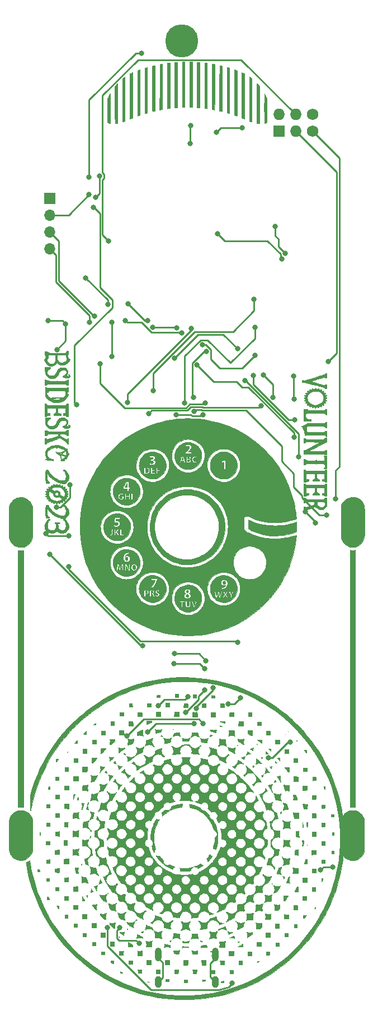
<source format=gbr>
%TF.GenerationSoftware,KiCad,Pcbnew,7.0.1*%
%TF.CreationDate,2023-08-26T08:52:58-05:00*%
%TF.ProjectId,BSidesKC23_Volunteer,42536964-6573-44b4-9332-335f566f6c75,1.1*%
%TF.SameCoordinates,Original*%
%TF.FileFunction,Copper,L1,Top*%
%TF.FilePolarity,Positive*%
%FSLAX46Y46*%
G04 Gerber Fmt 4.6, Leading zero omitted, Abs format (unit mm)*
G04 Created by KiCad (PCBNEW 7.0.1) date 2023-08-26 08:52:58*
%MOMM*%
%LPD*%
G01*
G04 APERTURE LIST*
%TA.AperFunction,EtchedComponent*%
%ADD10C,0.010000*%
%TD*%
%TA.AperFunction,ComponentPad*%
%ADD11O,1.727200X1.727200*%
%TD*%
%TA.AperFunction,ComponentPad*%
%ADD12R,1.727200X1.727200*%
%TD*%
%TA.AperFunction,ComponentPad*%
%ADD13C,1.727200*%
%TD*%
%TA.AperFunction,ComponentPad*%
%ADD14C,5.000000*%
%TD*%
%TA.AperFunction,ComponentPad*%
%ADD15R,1.700000X1.700000*%
%TD*%
%TA.AperFunction,ComponentPad*%
%ADD16O,1.700000X1.700000*%
%TD*%
%TA.AperFunction,ComponentPad*%
%ADD17O,1.000000X1.800000*%
%TD*%
%TA.AperFunction,ComponentPad*%
%ADD18O,1.000000X2.100000*%
%TD*%
%TA.AperFunction,ViaPad*%
%ADD19C,0.800000*%
%TD*%
%TA.AperFunction,Conductor*%
%ADD20C,0.250000*%
%TD*%
G04 APERTURE END LIST*
%TO.C,G\u002A\u002A\u002A*%
D10*
X121159833Y-93172166D02*
X121104680Y-93172166D01*
X121051494Y-93158690D01*
X120994622Y-93125758D01*
X120988594Y-93120894D01*
X120934700Y-93084442D01*
X120860202Y-93044679D01*
X120805621Y-93020352D01*
X120683583Y-92971083D01*
X118151047Y-92959219D01*
X118026224Y-93049818D01*
X117901400Y-93140416D01*
X117900783Y-93317645D01*
X117901275Y-93405139D01*
X117906539Y-93465218D01*
X117921147Y-93512800D01*
X117949674Y-93562802D01*
X117996496Y-93629868D01*
X118057502Y-93710121D01*
X118113609Y-93767055D01*
X118174364Y-93805083D01*
X118249314Y-93828617D01*
X118348006Y-93842071D01*
X118471666Y-93849500D01*
X118715083Y-93860083D01*
X118721431Y-93981791D01*
X118727779Y-94103500D01*
X117688500Y-94103500D01*
X117688500Y-92389000D01*
X118228250Y-92389114D01*
X118270621Y-92468432D01*
X118312993Y-92547750D01*
X119508871Y-92553515D01*
X119778628Y-92554782D01*
X120009254Y-92555575D01*
X120203952Y-92555577D01*
X120365924Y-92554474D01*
X120498373Y-92551950D01*
X120604501Y-92547690D01*
X120687510Y-92541378D01*
X120750603Y-92532699D01*
X120796983Y-92521338D01*
X120829852Y-92506979D01*
X120852411Y-92489308D01*
X120867864Y-92468008D01*
X120879414Y-92442764D01*
X120888670Y-92417647D01*
X120905280Y-92377774D01*
X120926324Y-92356590D01*
X120964152Y-92348190D01*
X121031114Y-92346668D01*
X121037085Y-92346666D01*
X121159833Y-92346666D01*
X121159833Y-93172166D01*
%TA.AperFunction,EtchedComponent*%
G36*
X121159833Y-93172166D02*
G01*
X121104680Y-93172166D01*
X121051494Y-93158690D01*
X120994622Y-93125758D01*
X120988594Y-93120894D01*
X120934700Y-93084442D01*
X120860202Y-93044679D01*
X120805621Y-93020352D01*
X120683583Y-92971083D01*
X118151047Y-92959219D01*
X118026224Y-93049818D01*
X117901400Y-93140416D01*
X117900783Y-93317645D01*
X117901275Y-93405139D01*
X117906539Y-93465218D01*
X117921147Y-93512800D01*
X117949674Y-93562802D01*
X117996496Y-93629868D01*
X118057502Y-93710121D01*
X118113609Y-93767055D01*
X118174364Y-93805083D01*
X118249314Y-93828617D01*
X118348006Y-93842071D01*
X118471666Y-93849500D01*
X118715083Y-93860083D01*
X118721431Y-93981791D01*
X118727779Y-94103500D01*
X117688500Y-94103500D01*
X117688500Y-92389000D01*
X118228250Y-92389114D01*
X118270621Y-92468432D01*
X118312993Y-92547750D01*
X119508871Y-92553515D01*
X119778628Y-92554782D01*
X120009254Y-92555575D01*
X120203952Y-92555577D01*
X120365924Y-92554474D01*
X120498373Y-92551950D01*
X120604501Y-92547690D01*
X120687510Y-92541378D01*
X120750603Y-92532699D01*
X120796983Y-92521338D01*
X120829852Y-92506979D01*
X120852411Y-92489308D01*
X120867864Y-92468008D01*
X120879414Y-92442764D01*
X120888670Y-92417647D01*
X120905280Y-92377774D01*
X120926324Y-92356590D01*
X120964152Y-92348190D01*
X121031114Y-92346668D01*
X121037085Y-92346666D01*
X121159833Y-92346666D01*
X121159833Y-93172166D01*
G37*
%TD.AperFunction*%
X78656974Y-91544461D02*
X78688557Y-91553758D01*
X78698931Y-91574592D01*
X78699500Y-91586294D01*
X78713842Y-91628703D01*
X78749477Y-91679413D01*
X78761371Y-91692128D01*
X78823243Y-91754000D01*
X80191513Y-91754000D01*
X80508855Y-91753653D01*
X80786633Y-91752616D01*
X81024453Y-91750895D01*
X81221922Y-91748496D01*
X81378647Y-91745426D01*
X81494232Y-91741691D01*
X81568286Y-91737296D01*
X81600414Y-91732248D01*
X81600655Y-91732125D01*
X81635478Y-91700129D01*
X81673229Y-91646498D01*
X81684361Y-91626292D01*
X81709844Y-91579740D01*
X81734517Y-91554659D01*
X81771778Y-91544408D01*
X81835026Y-91542347D01*
X81853763Y-91542333D01*
X81980333Y-91542333D01*
X81980333Y-93447333D01*
X81821583Y-93447333D01*
X81740820Y-93446641D01*
X81693477Y-93442631D01*
X81670641Y-93432399D01*
X81663399Y-93413041D01*
X81662833Y-93395616D01*
X81647986Y-93341172D01*
X81601508Y-93304349D01*
X81520490Y-93283771D01*
X81414706Y-93278000D01*
X81260666Y-93278000D01*
X81260666Y-92981666D01*
X81620500Y-92981666D01*
X81620500Y-92177333D01*
X80435166Y-92177333D01*
X80435166Y-92837733D01*
X80504951Y-92907518D01*
X80601069Y-92975486D01*
X80720356Y-93015255D01*
X80810875Y-93023881D01*
X80879666Y-93024000D01*
X80879666Y-93278000D01*
X79800166Y-93278000D01*
X79800166Y-93027721D01*
X79884643Y-93013448D01*
X79947614Y-92993980D01*
X80005379Y-92953164D01*
X80053977Y-92902774D01*
X80138833Y-92806373D01*
X80138833Y-92177333D01*
X78826500Y-92177333D01*
X78826500Y-92960500D01*
X79207500Y-92960500D01*
X79207500Y-93278000D01*
X79085791Y-93278929D01*
X78957904Y-93290869D01*
X78851788Y-93322814D01*
X78775195Y-93372064D01*
X78756252Y-93393635D01*
X78726521Y-93425776D01*
X78688515Y-93441892D01*
X78627522Y-93447120D01*
X78602484Y-93447333D01*
X78487833Y-93447333D01*
X78487833Y-91542333D01*
X78593666Y-91542333D01*
X78656974Y-91544461D01*
%TA.AperFunction,EtchedComponent*%
G36*
X78656974Y-91544461D02*
G01*
X78688557Y-91553758D01*
X78698931Y-91574592D01*
X78699500Y-91586294D01*
X78713842Y-91628703D01*
X78749477Y-91679413D01*
X78761371Y-91692128D01*
X78823243Y-91754000D01*
X80191513Y-91754000D01*
X80508855Y-91753653D01*
X80786633Y-91752616D01*
X81024453Y-91750895D01*
X81221922Y-91748496D01*
X81378647Y-91745426D01*
X81494232Y-91741691D01*
X81568286Y-91737296D01*
X81600414Y-91732248D01*
X81600655Y-91732125D01*
X81635478Y-91700129D01*
X81673229Y-91646498D01*
X81684361Y-91626292D01*
X81709844Y-91579740D01*
X81734517Y-91554659D01*
X81771778Y-91544408D01*
X81835026Y-91542347D01*
X81853763Y-91542333D01*
X81980333Y-91542333D01*
X81980333Y-93447333D01*
X81821583Y-93447333D01*
X81740820Y-93446641D01*
X81693477Y-93442631D01*
X81670641Y-93432399D01*
X81663399Y-93413041D01*
X81662833Y-93395616D01*
X81647986Y-93341172D01*
X81601508Y-93304349D01*
X81520490Y-93283771D01*
X81414706Y-93278000D01*
X81260666Y-93278000D01*
X81260666Y-92981666D01*
X81620500Y-92981666D01*
X81620500Y-92177333D01*
X80435166Y-92177333D01*
X80435166Y-92837733D01*
X80504951Y-92907518D01*
X80601069Y-92975486D01*
X80720356Y-93015255D01*
X80810875Y-93023881D01*
X80879666Y-93024000D01*
X80879666Y-93278000D01*
X79800166Y-93278000D01*
X79800166Y-93027721D01*
X79884643Y-93013448D01*
X79947614Y-92993980D01*
X80005379Y-92953164D01*
X80053977Y-92902774D01*
X80138833Y-92806373D01*
X80138833Y-92177333D01*
X78826500Y-92177333D01*
X78826500Y-92960500D01*
X79207500Y-92960500D01*
X79207500Y-93278000D01*
X79085791Y-93278929D01*
X78957904Y-93290869D01*
X78851788Y-93322814D01*
X78775195Y-93372064D01*
X78756252Y-93393635D01*
X78726521Y-93425776D01*
X78688515Y-93441892D01*
X78627522Y-93447120D01*
X78602484Y-93447333D01*
X78487833Y-93447333D01*
X78487833Y-91542333D01*
X78593666Y-91542333D01*
X78656974Y-91544461D01*
G37*
%TD.AperFunction*%
X121159833Y-101321333D02*
X120915364Y-101321333D01*
X120807864Y-101320385D01*
X120737328Y-101317120D01*
X120698420Y-101310909D01*
X120685803Y-101301123D01*
X120687823Y-101294473D01*
X120708908Y-101262341D01*
X120744254Y-101209646D01*
X120768250Y-101174224D01*
X120804318Y-101114924D01*
X120823361Y-101060756D01*
X120830321Y-100993348D01*
X120830775Y-100941792D01*
X120823063Y-100833986D01*
X120798836Y-100746761D01*
X120780684Y-100707500D01*
X120754916Y-100656607D01*
X120732828Y-100617048D01*
X120709014Y-100587401D01*
X120678071Y-100566245D01*
X120634593Y-100552160D01*
X120573176Y-100543723D01*
X120488415Y-100539514D01*
X120374906Y-100538113D01*
X120227243Y-100538098D01*
X120136625Y-100538166D01*
X119973147Y-100538292D01*
X119846650Y-100538955D01*
X119751782Y-100540578D01*
X119683190Y-100543589D01*
X119635524Y-100548413D01*
X119603430Y-100555475D01*
X119581557Y-100565201D01*
X119564552Y-100578016D01*
X119557822Y-100584189D01*
X119508833Y-100630212D01*
X119407465Y-100534982D01*
X118727343Y-100541866D01*
X118047220Y-100548750D01*
X117972360Y-100628125D01*
X117921818Y-100676499D01*
X117877298Y-100699949D01*
X117819118Y-100707185D01*
X117793000Y-100707500D01*
X117688500Y-100707500D01*
X117688500Y-99924333D01*
X117805661Y-99924333D01*
X117896804Y-99932986D01*
X117969650Y-99956410D01*
X118015575Y-99990801D01*
X118027166Y-100022017D01*
X118045329Y-100044941D01*
X118077491Y-100051333D01*
X118128107Y-100063975D01*
X118154166Y-100083083D01*
X118167462Y-100092512D01*
X118192916Y-100099924D01*
X118235054Y-100105548D01*
X118298403Y-100109611D01*
X118387487Y-100112341D01*
X118506832Y-100113965D01*
X118660964Y-100114711D01*
X118785308Y-100114833D01*
X119390100Y-100114833D01*
X119451033Y-100056625D01*
X119511967Y-99998416D01*
X119554499Y-100056625D01*
X119597030Y-100114833D01*
X120692382Y-100114833D01*
X120751482Y-100014291D01*
X120802405Y-99887288D01*
X120813228Y-99749691D01*
X120784007Y-99604316D01*
X120741522Y-99502910D01*
X120707984Y-99435578D01*
X120683562Y-99384780D01*
X120673093Y-99360597D01*
X120673000Y-99360035D01*
X120692773Y-99357200D01*
X120746523Y-99354890D01*
X120825893Y-99353352D01*
X120916416Y-99352833D01*
X121159833Y-99352833D01*
X121159833Y-101321333D01*
%TA.AperFunction,EtchedComponent*%
G36*
X121159833Y-101321333D02*
G01*
X120915364Y-101321333D01*
X120807864Y-101320385D01*
X120737328Y-101317120D01*
X120698420Y-101310909D01*
X120685803Y-101301123D01*
X120687823Y-101294473D01*
X120708908Y-101262341D01*
X120744254Y-101209646D01*
X120768250Y-101174224D01*
X120804318Y-101114924D01*
X120823361Y-101060756D01*
X120830321Y-100993348D01*
X120830775Y-100941792D01*
X120823063Y-100833986D01*
X120798836Y-100746761D01*
X120780684Y-100707500D01*
X120754916Y-100656607D01*
X120732828Y-100617048D01*
X120709014Y-100587401D01*
X120678071Y-100566245D01*
X120634593Y-100552160D01*
X120573176Y-100543723D01*
X120488415Y-100539514D01*
X120374906Y-100538113D01*
X120227243Y-100538098D01*
X120136625Y-100538166D01*
X119973147Y-100538292D01*
X119846650Y-100538955D01*
X119751782Y-100540578D01*
X119683190Y-100543589D01*
X119635524Y-100548413D01*
X119603430Y-100555475D01*
X119581557Y-100565201D01*
X119564552Y-100578016D01*
X119557822Y-100584189D01*
X119508833Y-100630212D01*
X119407465Y-100534982D01*
X118727343Y-100541866D01*
X118047220Y-100548750D01*
X117972360Y-100628125D01*
X117921818Y-100676499D01*
X117877298Y-100699949D01*
X117819118Y-100707185D01*
X117793000Y-100707500D01*
X117688500Y-100707500D01*
X117688500Y-99924333D01*
X117805661Y-99924333D01*
X117896804Y-99932986D01*
X117969650Y-99956410D01*
X118015575Y-99990801D01*
X118027166Y-100022017D01*
X118045329Y-100044941D01*
X118077491Y-100051333D01*
X118128107Y-100063975D01*
X118154166Y-100083083D01*
X118167462Y-100092512D01*
X118192916Y-100099924D01*
X118235054Y-100105548D01*
X118298403Y-100109611D01*
X118387487Y-100112341D01*
X118506832Y-100113965D01*
X118660964Y-100114711D01*
X118785308Y-100114833D01*
X119390100Y-100114833D01*
X119451033Y-100056625D01*
X119511967Y-99998416D01*
X119554499Y-100056625D01*
X119597030Y-100114833D01*
X120692382Y-100114833D01*
X120751482Y-100014291D01*
X120802405Y-99887288D01*
X120813228Y-99749691D01*
X120784007Y-99604316D01*
X120741522Y-99502910D01*
X120707984Y-99435578D01*
X120683562Y-99384780D01*
X120673093Y-99360597D01*
X120673000Y-99360035D01*
X120692773Y-99357200D01*
X120746523Y-99354890D01*
X120825893Y-99353352D01*
X120916416Y-99352833D01*
X121159833Y-99352833D01*
X121159833Y-101321333D01*
G37*
%TD.AperFunction*%
X117797381Y-105750861D02*
X117813983Y-105775071D01*
X117815500Y-105798083D01*
X117818608Y-105828631D01*
X117834908Y-105844391D01*
X117874863Y-105850221D01*
X117929482Y-105851000D01*
X117999391Y-105853827D01*
X118041349Y-105865677D01*
X118069555Y-105891605D01*
X118078136Y-105903916D01*
X118112809Y-105956833D01*
X120641862Y-105956833D01*
X120772660Y-105851000D01*
X120840537Y-105797690D01*
X120890094Y-105766141D01*
X120935242Y-105750670D01*
X120989892Y-105745591D01*
X121031645Y-105745166D01*
X121159833Y-105745166D01*
X121159833Y-106955460D01*
X120645035Y-107502000D01*
X120010885Y-107502000D01*
X119665876Y-107289281D01*
X119320868Y-107076562D01*
X118685736Y-107323598D01*
X118506769Y-107393556D01*
X118363649Y-107450435D01*
X118252568Y-107495965D01*
X118169715Y-107531880D01*
X118111280Y-107559912D01*
X118073455Y-107581792D01*
X118052429Y-107599252D01*
X118044392Y-107614025D01*
X118044177Y-107615275D01*
X118037616Y-107636047D01*
X118020297Y-107652882D01*
X117985599Y-107668202D01*
X117926897Y-107684427D01*
X117837568Y-107703978D01*
X117757291Y-107720142D01*
X117688500Y-107733775D01*
X117688500Y-107121000D01*
X117835114Y-107121000D01*
X117919232Y-107123580D01*
X117967907Y-107132178D01*
X117987767Y-107148075D01*
X117988572Y-107150721D01*
X118000465Y-107155937D01*
X118033764Y-107151959D01*
X118091475Y-107137897D01*
X118176605Y-107112863D01*
X118292160Y-107075967D01*
X118441147Y-107026321D01*
X118626571Y-106963036D01*
X118646291Y-106956248D01*
X119297166Y-106732054D01*
X119297166Y-106443666D01*
X119699333Y-106443666D01*
X119699333Y-106822637D01*
X120193597Y-107163333D01*
X120539115Y-107163333D01*
X120711891Y-107013053D01*
X120884666Y-106862774D01*
X120884481Y-106679678D01*
X120884296Y-106496583D01*
X120760572Y-106416879D01*
X120636847Y-106337175D01*
X119369048Y-106345856D01*
X119137317Y-106347674D01*
X118915190Y-106349860D01*
X118706814Y-106352344D01*
X118516332Y-106355057D01*
X118347890Y-106357928D01*
X118205632Y-106360887D01*
X118093705Y-106363865D01*
X118016252Y-106366791D01*
X117979541Y-106369311D01*
X117911279Y-106378618D01*
X117874964Y-106390072D01*
X117860512Y-106410875D01*
X117857841Y-106448223D01*
X117857833Y-106456208D01*
X117855149Y-106502394D01*
X117838966Y-106522920D01*
X117797086Y-106528177D01*
X117773166Y-106528333D01*
X117688500Y-106528333D01*
X117688500Y-105745166D01*
X117752000Y-105745166D01*
X117797381Y-105750861D01*
%TA.AperFunction,EtchedComponent*%
G36*
X117797381Y-105750861D02*
G01*
X117813983Y-105775071D01*
X117815500Y-105798083D01*
X117818608Y-105828631D01*
X117834908Y-105844391D01*
X117874863Y-105850221D01*
X117929482Y-105851000D01*
X117999391Y-105853827D01*
X118041349Y-105865677D01*
X118069555Y-105891605D01*
X118078136Y-105903916D01*
X118112809Y-105956833D01*
X120641862Y-105956833D01*
X120772660Y-105851000D01*
X120840537Y-105797690D01*
X120890094Y-105766141D01*
X120935242Y-105750670D01*
X120989892Y-105745591D01*
X121031645Y-105745166D01*
X121159833Y-105745166D01*
X121159833Y-106955460D01*
X120645035Y-107502000D01*
X120010885Y-107502000D01*
X119665876Y-107289281D01*
X119320868Y-107076562D01*
X118685736Y-107323598D01*
X118506769Y-107393556D01*
X118363649Y-107450435D01*
X118252568Y-107495965D01*
X118169715Y-107531880D01*
X118111280Y-107559912D01*
X118073455Y-107581792D01*
X118052429Y-107599252D01*
X118044392Y-107614025D01*
X118044177Y-107615275D01*
X118037616Y-107636047D01*
X118020297Y-107652882D01*
X117985599Y-107668202D01*
X117926897Y-107684427D01*
X117837568Y-107703978D01*
X117757291Y-107720142D01*
X117688500Y-107733775D01*
X117688500Y-107121000D01*
X117835114Y-107121000D01*
X117919232Y-107123580D01*
X117967907Y-107132178D01*
X117987767Y-107148075D01*
X117988572Y-107150721D01*
X118000465Y-107155937D01*
X118033764Y-107151959D01*
X118091475Y-107137897D01*
X118176605Y-107112863D01*
X118292160Y-107075967D01*
X118441147Y-107026321D01*
X118626571Y-106963036D01*
X118646291Y-106956248D01*
X119297166Y-106732054D01*
X119297166Y-106443666D01*
X119699333Y-106443666D01*
X119699333Y-106822637D01*
X120193597Y-107163333D01*
X120539115Y-107163333D01*
X120711891Y-107013053D01*
X120884666Y-106862774D01*
X120884481Y-106679678D01*
X120884296Y-106496583D01*
X120760572Y-106416879D01*
X120636847Y-106337175D01*
X119369048Y-106345856D01*
X119137317Y-106347674D01*
X118915190Y-106349860D01*
X118706814Y-106352344D01*
X118516332Y-106355057D01*
X118347890Y-106357928D01*
X118205632Y-106360887D01*
X118093705Y-106363865D01*
X118016252Y-106366791D01*
X117979541Y-106369311D01*
X117911279Y-106378618D01*
X117874964Y-106390072D01*
X117860512Y-106410875D01*
X117857841Y-106448223D01*
X117857833Y-106456208D01*
X117855149Y-106502394D01*
X117838966Y-106522920D01*
X117797086Y-106528177D01*
X117773166Y-106528333D01*
X117688500Y-106528333D01*
X117688500Y-105745166D01*
X117752000Y-105745166D01*
X117797381Y-105750861D01*
G37*
%TD.AperFunction*%
X117834264Y-103609310D02*
X117867256Y-103619588D01*
X117882969Y-103644687D01*
X117889101Y-103668638D01*
X117914192Y-103728375D01*
X117945912Y-103769180D01*
X117956304Y-103777044D01*
X117970897Y-103783808D01*
X117992812Y-103789571D01*
X118025167Y-103794431D01*
X118071083Y-103798489D01*
X118133679Y-103801842D01*
X118216075Y-103804589D01*
X118321391Y-103806830D01*
X118452747Y-103808662D01*
X118613262Y-103810185D01*
X118806057Y-103811498D01*
X119034251Y-103812699D01*
X119300963Y-103813888D01*
X119365903Y-103814161D01*
X119648371Y-103815395D01*
X119891575Y-103816387D01*
X120098587Y-103816866D01*
X120272477Y-103816560D01*
X120416314Y-103815197D01*
X120533168Y-103812506D01*
X120626111Y-103808216D01*
X120698212Y-103802055D01*
X120752542Y-103793751D01*
X120792171Y-103783033D01*
X120820168Y-103769630D01*
X120839605Y-103753270D01*
X120853552Y-103733682D01*
X120865078Y-103710594D01*
X120877254Y-103683734D01*
X120878840Y-103680380D01*
X120900791Y-103639318D01*
X120925135Y-103617513D01*
X120965028Y-103608880D01*
X121033623Y-103607333D01*
X121159833Y-103607333D01*
X121159833Y-105512333D01*
X121011666Y-105512333D01*
X120933641Y-105511120D01*
X120888932Y-105505832D01*
X120868551Y-105493994D01*
X120863510Y-105473132D01*
X120863500Y-105471536D01*
X120847816Y-105430907D01*
X120809860Y-105388576D01*
X120807728Y-105386869D01*
X120767740Y-105362558D01*
X120717005Y-105348984D01*
X120642831Y-105343517D01*
X120596062Y-105343000D01*
X120440166Y-105343000D01*
X120440166Y-105046666D01*
X120821166Y-105046666D01*
X120821166Y-104242333D01*
X119614666Y-104242333D01*
X119614699Y-104543958D01*
X119615693Y-104671974D01*
X119619166Y-104765682D01*
X119625908Y-104833073D01*
X119636705Y-104882139D01*
X119651741Y-104919666D01*
X119712668Y-104994869D01*
X119808542Y-105048845D01*
X119936952Y-105080289D01*
X119951257Y-105082116D01*
X120059166Y-105094896D01*
X120059166Y-105343000D01*
X118979666Y-105343000D01*
X118979666Y-105093711D01*
X119056844Y-105079232D01*
X119149927Y-105049880D01*
X119223858Y-104995872D01*
X119284461Y-104919076D01*
X119306339Y-104883915D01*
X119321495Y-104850288D01*
X119331157Y-104809702D01*
X119336558Y-104753661D01*
X119338926Y-104673671D01*
X119339494Y-104561236D01*
X119339500Y-104539120D01*
X119339500Y-104242333D01*
X118027166Y-104242333D01*
X118027166Y-105025500D01*
X118408166Y-105025500D01*
X118408166Y-105343000D01*
X118269903Y-105343000D01*
X118134724Y-105353999D01*
X118031797Y-105387993D01*
X117956906Y-105446473D01*
X117948299Y-105456851D01*
X117916635Y-105489572D01*
X117878489Y-105506252D01*
X117818988Y-105511973D01*
X117785995Y-105512333D01*
X117667333Y-105512333D01*
X117667333Y-103607333D01*
X117771484Y-103607333D01*
X117834264Y-103609310D01*
%TA.AperFunction,EtchedComponent*%
G36*
X117834264Y-103609310D02*
G01*
X117867256Y-103619588D01*
X117882969Y-103644687D01*
X117889101Y-103668638D01*
X117914192Y-103728375D01*
X117945912Y-103769180D01*
X117956304Y-103777044D01*
X117970897Y-103783808D01*
X117992812Y-103789571D01*
X118025167Y-103794431D01*
X118071083Y-103798489D01*
X118133679Y-103801842D01*
X118216075Y-103804589D01*
X118321391Y-103806830D01*
X118452747Y-103808662D01*
X118613262Y-103810185D01*
X118806057Y-103811498D01*
X119034251Y-103812699D01*
X119300963Y-103813888D01*
X119365903Y-103814161D01*
X119648371Y-103815395D01*
X119891575Y-103816387D01*
X120098587Y-103816866D01*
X120272477Y-103816560D01*
X120416314Y-103815197D01*
X120533168Y-103812506D01*
X120626111Y-103808216D01*
X120698212Y-103802055D01*
X120752542Y-103793751D01*
X120792171Y-103783033D01*
X120820168Y-103769630D01*
X120839605Y-103753270D01*
X120853552Y-103733682D01*
X120865078Y-103710594D01*
X120877254Y-103683734D01*
X120878840Y-103680380D01*
X120900791Y-103639318D01*
X120925135Y-103617513D01*
X120965028Y-103608880D01*
X121033623Y-103607333D01*
X121159833Y-103607333D01*
X121159833Y-105512333D01*
X121011666Y-105512333D01*
X120933641Y-105511120D01*
X120888932Y-105505832D01*
X120868551Y-105493994D01*
X120863510Y-105473132D01*
X120863500Y-105471536D01*
X120847816Y-105430907D01*
X120809860Y-105388576D01*
X120807728Y-105386869D01*
X120767740Y-105362558D01*
X120717005Y-105348984D01*
X120642831Y-105343517D01*
X120596062Y-105343000D01*
X120440166Y-105343000D01*
X120440166Y-105046666D01*
X120821166Y-105046666D01*
X120821166Y-104242333D01*
X119614666Y-104242333D01*
X119614699Y-104543958D01*
X119615693Y-104671974D01*
X119619166Y-104765682D01*
X119625908Y-104833073D01*
X119636705Y-104882139D01*
X119651741Y-104919666D01*
X119712668Y-104994869D01*
X119808542Y-105048845D01*
X119936952Y-105080289D01*
X119951257Y-105082116D01*
X120059166Y-105094896D01*
X120059166Y-105343000D01*
X118979666Y-105343000D01*
X118979666Y-105093711D01*
X119056844Y-105079232D01*
X119149927Y-105049880D01*
X119223858Y-104995872D01*
X119284461Y-104919076D01*
X119306339Y-104883915D01*
X119321495Y-104850288D01*
X119331157Y-104809702D01*
X119336558Y-104753661D01*
X119338926Y-104673671D01*
X119339494Y-104561236D01*
X119339500Y-104539120D01*
X119339500Y-104242333D01*
X118027166Y-104242333D01*
X118027166Y-105025500D01*
X118408166Y-105025500D01*
X118408166Y-105343000D01*
X118269903Y-105343000D01*
X118134724Y-105353999D01*
X118031797Y-105387993D01*
X117956906Y-105446473D01*
X117948299Y-105456851D01*
X117916635Y-105489572D01*
X117878489Y-105506252D01*
X117818988Y-105511973D01*
X117785995Y-105512333D01*
X117667333Y-105512333D01*
X117667333Y-103607333D01*
X117771484Y-103607333D01*
X117834264Y-103609310D01*
G37*
%TD.AperFunction*%
X117834264Y-101492643D02*
X117867256Y-101502922D01*
X117882969Y-101528020D01*
X117889101Y-101551971D01*
X117914192Y-101611708D01*
X117945912Y-101652513D01*
X117956304Y-101660377D01*
X117970897Y-101667141D01*
X117992812Y-101672904D01*
X118025167Y-101677765D01*
X118071083Y-101681822D01*
X118133679Y-101685175D01*
X118216075Y-101687923D01*
X118321391Y-101690163D01*
X118452747Y-101691996D01*
X118613262Y-101693519D01*
X118806057Y-101694832D01*
X119034251Y-101696033D01*
X119300963Y-101697221D01*
X119365903Y-101697494D01*
X119648371Y-101698728D01*
X119891575Y-101699721D01*
X120098587Y-101700199D01*
X120272477Y-101699893D01*
X120416314Y-101698530D01*
X120533168Y-101695840D01*
X120626111Y-101691549D01*
X120698212Y-101685388D01*
X120752542Y-101677084D01*
X120792171Y-101666367D01*
X120820168Y-101652963D01*
X120839605Y-101636604D01*
X120853552Y-101617015D01*
X120865078Y-101593927D01*
X120877254Y-101567067D01*
X120878840Y-101563713D01*
X120900791Y-101522651D01*
X120925135Y-101500846D01*
X120965028Y-101492213D01*
X121033623Y-101490667D01*
X121036753Y-101490666D01*
X121159833Y-101490666D01*
X121159833Y-103395666D01*
X121011666Y-103395666D01*
X120931653Y-103393901D01*
X120885822Y-103387421D01*
X120866124Y-103374450D01*
X120863500Y-103362954D01*
X120849442Y-103326577D01*
X120815230Y-103282054D01*
X120811545Y-103278287D01*
X120779555Y-103251161D01*
X120743092Y-103235473D01*
X120689861Y-103228205D01*
X120607568Y-103226339D01*
X120599878Y-103226333D01*
X120440166Y-103226333D01*
X120440166Y-102930000D01*
X120821166Y-102930000D01*
X120821166Y-102125666D01*
X119614666Y-102125666D01*
X119614699Y-102427291D01*
X119615693Y-102555307D01*
X119619166Y-102649015D01*
X119625908Y-102716406D01*
X119636705Y-102765472D01*
X119651741Y-102803000D01*
X119712668Y-102878202D01*
X119808542Y-102932178D01*
X119936952Y-102963622D01*
X119951257Y-102965449D01*
X120059166Y-102978229D01*
X120059166Y-103226333D01*
X118979666Y-103226333D01*
X118979666Y-102977044D01*
X119058651Y-102962226D01*
X119135917Y-102942985D01*
X119191359Y-102913297D01*
X119240317Y-102862714D01*
X119275201Y-102814743D01*
X119300564Y-102776742D01*
X119318189Y-102743363D01*
X119329483Y-102706036D01*
X119335856Y-102656192D01*
X119338716Y-102585260D01*
X119339471Y-102484670D01*
X119339500Y-102423477D01*
X119339500Y-102125666D01*
X118027166Y-102125666D01*
X118027166Y-102908833D01*
X118408166Y-102908833D01*
X118408166Y-103226333D01*
X118286458Y-103226451D01*
X118150125Y-103235912D01*
X118046908Y-103265102D01*
X117971642Y-103315684D01*
X117955810Y-103332785D01*
X117919601Y-103369770D01*
X117881123Y-103388584D01*
X117824331Y-103395139D01*
X117785116Y-103395666D01*
X117667333Y-103395666D01*
X117667333Y-101490666D01*
X117771484Y-101490666D01*
X117834264Y-101492643D01*
%TA.AperFunction,EtchedComponent*%
G36*
X117834264Y-101492643D02*
G01*
X117867256Y-101502922D01*
X117882969Y-101528020D01*
X117889101Y-101551971D01*
X117914192Y-101611708D01*
X117945912Y-101652513D01*
X117956304Y-101660377D01*
X117970897Y-101667141D01*
X117992812Y-101672904D01*
X118025167Y-101677765D01*
X118071083Y-101681822D01*
X118133679Y-101685175D01*
X118216075Y-101687923D01*
X118321391Y-101690163D01*
X118452747Y-101691996D01*
X118613262Y-101693519D01*
X118806057Y-101694832D01*
X119034251Y-101696033D01*
X119300963Y-101697221D01*
X119365903Y-101697494D01*
X119648371Y-101698728D01*
X119891575Y-101699721D01*
X120098587Y-101700199D01*
X120272477Y-101699893D01*
X120416314Y-101698530D01*
X120533168Y-101695840D01*
X120626111Y-101691549D01*
X120698212Y-101685388D01*
X120752542Y-101677084D01*
X120792171Y-101666367D01*
X120820168Y-101652963D01*
X120839605Y-101636604D01*
X120853552Y-101617015D01*
X120865078Y-101593927D01*
X120877254Y-101567067D01*
X120878840Y-101563713D01*
X120900791Y-101522651D01*
X120925135Y-101500846D01*
X120965028Y-101492213D01*
X121033623Y-101490667D01*
X121036753Y-101490666D01*
X121159833Y-101490666D01*
X121159833Y-103395666D01*
X121011666Y-103395666D01*
X120931653Y-103393901D01*
X120885822Y-103387421D01*
X120866124Y-103374450D01*
X120863500Y-103362954D01*
X120849442Y-103326577D01*
X120815230Y-103282054D01*
X120811545Y-103278287D01*
X120779555Y-103251161D01*
X120743092Y-103235473D01*
X120689861Y-103228205D01*
X120607568Y-103226339D01*
X120599878Y-103226333D01*
X120440166Y-103226333D01*
X120440166Y-102930000D01*
X120821166Y-102930000D01*
X120821166Y-102125666D01*
X119614666Y-102125666D01*
X119614699Y-102427291D01*
X119615693Y-102555307D01*
X119619166Y-102649015D01*
X119625908Y-102716406D01*
X119636705Y-102765472D01*
X119651741Y-102803000D01*
X119712668Y-102878202D01*
X119808542Y-102932178D01*
X119936952Y-102963622D01*
X119951257Y-102965449D01*
X120059166Y-102978229D01*
X120059166Y-103226333D01*
X118979666Y-103226333D01*
X118979666Y-102977044D01*
X119058651Y-102962226D01*
X119135917Y-102942985D01*
X119191359Y-102913297D01*
X119240317Y-102862714D01*
X119275201Y-102814743D01*
X119300564Y-102776742D01*
X119318189Y-102743363D01*
X119329483Y-102706036D01*
X119335856Y-102656192D01*
X119338716Y-102585260D01*
X119339471Y-102484670D01*
X119339500Y-102423477D01*
X119339500Y-102125666D01*
X118027166Y-102125666D01*
X118027166Y-102908833D01*
X118408166Y-102908833D01*
X118408166Y-103226333D01*
X118286458Y-103226451D01*
X118150125Y-103235912D01*
X118046908Y-103265102D01*
X117971642Y-103315684D01*
X117955810Y-103332785D01*
X117919601Y-103369770D01*
X117881123Y-103388584D01*
X117824331Y-103395139D01*
X117785116Y-103395666D01*
X117667333Y-103395666D01*
X117667333Y-101490666D01*
X117771484Y-101490666D01*
X117834264Y-101492643D01*
G37*
%TD.AperFunction*%
X78628469Y-87913816D02*
X78662078Y-87944000D01*
X78705502Y-87978554D01*
X78744333Y-87986333D01*
X78796541Y-87997727D01*
X78826500Y-88018083D01*
X78869490Y-88040461D01*
X78951089Y-88049575D01*
X78972166Y-88049833D01*
X79045730Y-88052920D01*
X79089404Y-88064536D01*
X79115336Y-88088206D01*
X79117921Y-88092166D01*
X79127931Y-88105265D01*
X79142984Y-88115343D01*
X79168230Y-88122797D01*
X79208820Y-88128019D01*
X79269902Y-88131406D01*
X79356628Y-88133351D01*
X79474148Y-88134248D01*
X79627610Y-88134494D01*
X79670491Y-88134500D01*
X79833569Y-88134354D01*
X79959778Y-88133632D01*
X80054583Y-88131909D01*
X80123450Y-88128758D01*
X80171844Y-88123755D01*
X80205228Y-88116472D01*
X80229067Y-88106484D01*
X80248827Y-88093366D01*
X80254476Y-88088993D01*
X80297533Y-88063044D01*
X80324521Y-88061961D01*
X80326122Y-88063761D01*
X80352561Y-88089719D01*
X80392251Y-88119851D01*
X80414789Y-88131898D01*
X80446284Y-88140957D01*
X80492505Y-88147434D01*
X80559227Y-88151736D01*
X80652220Y-88154269D01*
X80777257Y-88155439D01*
X80901067Y-88155666D01*
X81053844Y-88155359D01*
X81170592Y-88154109D01*
X81257614Y-88151420D01*
X81321211Y-88146799D01*
X81367686Y-88139750D01*
X81403341Y-88129780D01*
X81434479Y-88116394D01*
X81440583Y-88113333D01*
X81507244Y-88086394D01*
X81570175Y-88071836D01*
X81583693Y-88071000D01*
X81673690Y-88052352D01*
X81759583Y-88002355D01*
X81806885Y-87955006D01*
X81864131Y-87910434D01*
X81914587Y-87901666D01*
X81980333Y-87901666D01*
X81980333Y-88748333D01*
X81882346Y-88748333D01*
X81824133Y-88745171D01*
X81781062Y-88730534D01*
X81737991Y-88696696D01*
X81695659Y-88653083D01*
X81642358Y-88599348D01*
X81600635Y-88570728D01*
X81555356Y-88559496D01*
X81509144Y-88557833D01*
X81448115Y-88553614D01*
X81406551Y-88542945D01*
X81398250Y-88536666D01*
X81373976Y-88531712D01*
X81308243Y-88527389D01*
X81201919Y-88523710D01*
X81055873Y-88520692D01*
X80870973Y-88518348D01*
X80648089Y-88516694D01*
X80388089Y-88515743D01*
X80148167Y-88515500D01*
X79887907Y-88515553D01*
X79666687Y-88515780D01*
X79481214Y-88516283D01*
X79328195Y-88517163D01*
X79204336Y-88518521D01*
X79106346Y-88520458D01*
X79030929Y-88523076D01*
X78974795Y-88526477D01*
X78934648Y-88530760D01*
X78907196Y-88536029D01*
X78889147Y-88542384D01*
X78877206Y-88549926D01*
X78871896Y-88554769D01*
X78819968Y-88590812D01*
X78776646Y-88608089D01*
X78732600Y-88631193D01*
X78720666Y-88672388D01*
X78710591Y-88713734D01*
X78675781Y-88737612D01*
X78609356Y-88747508D01*
X78570768Y-88748333D01*
X78487833Y-88748333D01*
X78487833Y-87901666D01*
X78561737Y-87901666D01*
X78628469Y-87913816D01*
%TA.AperFunction,EtchedComponent*%
G36*
X78628469Y-87913816D02*
G01*
X78662078Y-87944000D01*
X78705502Y-87978554D01*
X78744333Y-87986333D01*
X78796541Y-87997727D01*
X78826500Y-88018083D01*
X78869490Y-88040461D01*
X78951089Y-88049575D01*
X78972166Y-88049833D01*
X79045730Y-88052920D01*
X79089404Y-88064536D01*
X79115336Y-88088206D01*
X79117921Y-88092166D01*
X79127931Y-88105265D01*
X79142984Y-88115343D01*
X79168230Y-88122797D01*
X79208820Y-88128019D01*
X79269902Y-88131406D01*
X79356628Y-88133351D01*
X79474148Y-88134248D01*
X79627610Y-88134494D01*
X79670491Y-88134500D01*
X79833569Y-88134354D01*
X79959778Y-88133632D01*
X80054583Y-88131909D01*
X80123450Y-88128758D01*
X80171844Y-88123755D01*
X80205228Y-88116472D01*
X80229067Y-88106484D01*
X80248827Y-88093366D01*
X80254476Y-88088993D01*
X80297533Y-88063044D01*
X80324521Y-88061961D01*
X80326122Y-88063761D01*
X80352561Y-88089719D01*
X80392251Y-88119851D01*
X80414789Y-88131898D01*
X80446284Y-88140957D01*
X80492505Y-88147434D01*
X80559227Y-88151736D01*
X80652220Y-88154269D01*
X80777257Y-88155439D01*
X80901067Y-88155666D01*
X81053844Y-88155359D01*
X81170592Y-88154109D01*
X81257614Y-88151420D01*
X81321211Y-88146799D01*
X81367686Y-88139750D01*
X81403341Y-88129780D01*
X81434479Y-88116394D01*
X81440583Y-88113333D01*
X81507244Y-88086394D01*
X81570175Y-88071836D01*
X81583693Y-88071000D01*
X81673690Y-88052352D01*
X81759583Y-88002355D01*
X81806885Y-87955006D01*
X81864131Y-87910434D01*
X81914587Y-87901666D01*
X81980333Y-87901666D01*
X81980333Y-88748333D01*
X81882346Y-88748333D01*
X81824133Y-88745171D01*
X81781062Y-88730534D01*
X81737991Y-88696696D01*
X81695659Y-88653083D01*
X81642358Y-88599348D01*
X81600635Y-88570728D01*
X81555356Y-88559496D01*
X81509144Y-88557833D01*
X81448115Y-88553614D01*
X81406551Y-88542945D01*
X81398250Y-88536666D01*
X81373976Y-88531712D01*
X81308243Y-88527389D01*
X81201919Y-88523710D01*
X81055873Y-88520692D01*
X80870973Y-88518348D01*
X80648089Y-88516694D01*
X80388089Y-88515743D01*
X80148167Y-88515500D01*
X79887907Y-88515553D01*
X79666687Y-88515780D01*
X79481214Y-88516283D01*
X79328195Y-88517163D01*
X79204336Y-88518521D01*
X79106346Y-88520458D01*
X79030929Y-88523076D01*
X78974795Y-88526477D01*
X78934648Y-88530760D01*
X78907196Y-88536029D01*
X78889147Y-88542384D01*
X78877206Y-88549926D01*
X78871896Y-88554769D01*
X78819968Y-88590812D01*
X78776646Y-88608089D01*
X78732600Y-88631193D01*
X78720666Y-88672388D01*
X78710591Y-88713734D01*
X78675781Y-88737612D01*
X78609356Y-88747508D01*
X78570768Y-88748333D01*
X78487833Y-88748333D01*
X78487833Y-87901666D01*
X78561737Y-87901666D01*
X78628469Y-87913816D01*
G37*
%TD.AperFunction*%
X121155122Y-96984516D02*
X121149250Y-97283199D01*
X119963916Y-97861988D01*
X119707914Y-97986989D01*
X119487208Y-98094807D01*
X119299068Y-98186865D01*
X119140764Y-98264584D01*
X119009567Y-98329387D01*
X118902746Y-98382696D01*
X118817572Y-98425933D01*
X118751315Y-98460520D01*
X118701244Y-98487879D01*
X118664630Y-98509432D01*
X118638743Y-98526601D01*
X118620853Y-98540808D01*
X118608231Y-98553476D01*
X118598145Y-98566026D01*
X118589199Y-98578104D01*
X118572285Y-98601578D01*
X118561596Y-98621379D01*
X118560232Y-98637841D01*
X118571296Y-98651303D01*
X118597890Y-98662100D01*
X118643116Y-98670568D01*
X118710077Y-98677043D01*
X118801874Y-98681863D01*
X118921611Y-98685362D01*
X119072388Y-98687879D01*
X119257308Y-98689747D01*
X119479474Y-98691305D01*
X119642615Y-98692294D01*
X120684484Y-98698505D01*
X120746202Y-98634086D01*
X120779029Y-98602378D01*
X120810471Y-98583255D01*
X120852227Y-98573545D01*
X120915994Y-98570077D01*
X120983876Y-98569666D01*
X121159833Y-98569666D01*
X121159833Y-99204666D01*
X120982771Y-99204666D01*
X120888419Y-99202755D01*
X120825018Y-99195644D01*
X120781301Y-99181267D01*
X120751890Y-99162333D01*
X120740614Y-99154213D01*
X120726906Y-99147204D01*
X120707763Y-99141224D01*
X120680181Y-99136191D01*
X120641157Y-99132023D01*
X120587687Y-99128639D01*
X120516767Y-99125958D01*
X120425392Y-99123897D01*
X120310560Y-99122376D01*
X120169266Y-99121312D01*
X119998507Y-99120624D01*
X119795279Y-99120231D01*
X119556578Y-99120050D01*
X119279400Y-99120001D01*
X119193286Y-99120000D01*
X117688500Y-99120000D01*
X117688500Y-98569666D01*
X117774478Y-98569666D01*
X117797445Y-98567023D01*
X117829455Y-98558176D01*
X117873279Y-98541752D01*
X117931692Y-98516375D01*
X118007467Y-98480670D01*
X118103377Y-98433263D01*
X118222195Y-98372778D01*
X118366696Y-98297841D01*
X118539652Y-98207077D01*
X118743837Y-98099111D01*
X118982024Y-97972569D01*
X119023409Y-97950541D01*
X120186362Y-97331416D01*
X120085723Y-97317395D01*
X120044182Y-97314486D01*
X119965039Y-97311702D01*
X119853025Y-97309110D01*
X119712869Y-97306781D01*
X119549302Y-97304783D01*
X119367056Y-97303186D01*
X119170861Y-97302058D01*
X118997320Y-97301520D01*
X118009557Y-97299666D01*
X117942500Y-97384333D01*
X117897532Y-97435730D01*
X117858169Y-97460766D01*
X117807015Y-97468614D01*
X117781971Y-97469000D01*
X117688500Y-97469000D01*
X117688500Y-96749333D01*
X117804916Y-96749333D01*
X117872902Y-96751485D01*
X117908282Y-96760019D01*
X117920659Y-96778049D01*
X117921333Y-96787102D01*
X117938197Y-96822985D01*
X117979159Y-96858965D01*
X117982807Y-96861186D01*
X117997954Y-96868573D01*
X118018607Y-96874893D01*
X118047950Y-96880227D01*
X118089171Y-96884658D01*
X118145455Y-96888268D01*
X118219987Y-96891140D01*
X118315954Y-96893355D01*
X118436541Y-96894998D01*
X118584935Y-96896149D01*
X118764320Y-96896891D01*
X118977884Y-96897307D01*
X119228812Y-96897479D01*
X119386772Y-96897500D01*
X120729263Y-96897500D01*
X120778833Y-96791666D01*
X120828403Y-96685833D01*
X121160995Y-96685833D01*
X121155122Y-96984516D01*
%TA.AperFunction,EtchedComponent*%
G36*
X121155122Y-96984516D02*
G01*
X121149250Y-97283199D01*
X119963916Y-97861988D01*
X119707914Y-97986989D01*
X119487208Y-98094807D01*
X119299068Y-98186865D01*
X119140764Y-98264584D01*
X119009567Y-98329387D01*
X118902746Y-98382696D01*
X118817572Y-98425933D01*
X118751315Y-98460520D01*
X118701244Y-98487879D01*
X118664630Y-98509432D01*
X118638743Y-98526601D01*
X118620853Y-98540808D01*
X118608231Y-98553476D01*
X118598145Y-98566026D01*
X118589199Y-98578104D01*
X118572285Y-98601578D01*
X118561596Y-98621379D01*
X118560232Y-98637841D01*
X118571296Y-98651303D01*
X118597890Y-98662100D01*
X118643116Y-98670568D01*
X118710077Y-98677043D01*
X118801874Y-98681863D01*
X118921611Y-98685362D01*
X119072388Y-98687879D01*
X119257308Y-98689747D01*
X119479474Y-98691305D01*
X119642615Y-98692294D01*
X120684484Y-98698505D01*
X120746202Y-98634086D01*
X120779029Y-98602378D01*
X120810471Y-98583255D01*
X120852227Y-98573545D01*
X120915994Y-98570077D01*
X120983876Y-98569666D01*
X121159833Y-98569666D01*
X121159833Y-99204666D01*
X120982771Y-99204666D01*
X120888419Y-99202755D01*
X120825018Y-99195644D01*
X120781301Y-99181267D01*
X120751890Y-99162333D01*
X120740614Y-99154213D01*
X120726906Y-99147204D01*
X120707763Y-99141224D01*
X120680181Y-99136191D01*
X120641157Y-99132023D01*
X120587687Y-99128639D01*
X120516767Y-99125958D01*
X120425392Y-99123897D01*
X120310560Y-99122376D01*
X120169266Y-99121312D01*
X119998507Y-99120624D01*
X119795279Y-99120231D01*
X119556578Y-99120050D01*
X119279400Y-99120001D01*
X119193286Y-99120000D01*
X117688500Y-99120000D01*
X117688500Y-98569666D01*
X117774478Y-98569666D01*
X117797445Y-98567023D01*
X117829455Y-98558176D01*
X117873279Y-98541752D01*
X117931692Y-98516375D01*
X118007467Y-98480670D01*
X118103377Y-98433263D01*
X118222195Y-98372778D01*
X118366696Y-98297841D01*
X118539652Y-98207077D01*
X118743837Y-98099111D01*
X118982024Y-97972569D01*
X119023409Y-97950541D01*
X120186362Y-97331416D01*
X120085723Y-97317395D01*
X120044182Y-97314486D01*
X119965039Y-97311702D01*
X119853025Y-97309110D01*
X119712869Y-97306781D01*
X119549302Y-97304783D01*
X119367056Y-97303186D01*
X119170861Y-97302058D01*
X118997320Y-97301520D01*
X118009557Y-97299666D01*
X117942500Y-97384333D01*
X117897532Y-97435730D01*
X117858169Y-97460766D01*
X117807015Y-97468614D01*
X117781971Y-97469000D01*
X117688500Y-97469000D01*
X117688500Y-96749333D01*
X117804916Y-96749333D01*
X117872902Y-96751485D01*
X117908282Y-96760019D01*
X117920659Y-96778049D01*
X117921333Y-96787102D01*
X117938197Y-96822985D01*
X117979159Y-96858965D01*
X117982807Y-96861186D01*
X117997954Y-96868573D01*
X118018607Y-96874893D01*
X118047950Y-96880227D01*
X118089171Y-96884658D01*
X118145455Y-96888268D01*
X118219987Y-96891140D01*
X118315954Y-96893355D01*
X118436541Y-96894998D01*
X118584935Y-96896149D01*
X118764320Y-96896891D01*
X118977884Y-96897307D01*
X119228812Y-96897479D01*
X119386772Y-96897500D01*
X120729263Y-96897500D01*
X120778833Y-96791666D01*
X120828403Y-96685833D01*
X121160995Y-96685833D01*
X121155122Y-96984516D01*
G37*
%TD.AperFunction*%
X81980333Y-96347166D02*
X81884808Y-96347166D01*
X81825802Y-96344604D01*
X81790718Y-96330075D01*
X81763852Y-96293314D01*
X81744828Y-96255665D01*
X81719514Y-96211864D01*
X81687774Y-96178038D01*
X81644190Y-96152934D01*
X81583347Y-96135302D01*
X81499827Y-96123888D01*
X81388215Y-96117441D01*
X81243094Y-96114710D01*
X81133362Y-96114333D01*
X80752666Y-96114333D01*
X80752666Y-96340627D01*
X81255375Y-96648097D01*
X81411257Y-96743014D01*
X81534971Y-96816805D01*
X81630217Y-96870832D01*
X81700693Y-96906455D01*
X81750098Y-96925037D01*
X81782131Y-96927938D01*
X81800491Y-96916520D01*
X81808878Y-96892144D01*
X81810991Y-96856172D01*
X81811000Y-96852574D01*
X81814595Y-96813491D01*
X81833446Y-96796116D01*
X81879650Y-96791746D01*
X81895666Y-96791666D01*
X81980333Y-96791666D01*
X81980333Y-97617166D01*
X81895666Y-97617166D01*
X81841463Y-97614966D01*
X81817376Y-97601049D01*
X81811194Y-97564438D01*
X81811000Y-97541059D01*
X81799132Y-97471038D01*
X81770523Y-97408117D01*
X81769877Y-97407200D01*
X81741632Y-97381027D01*
X81682459Y-97336017D01*
X81597399Y-97275661D01*
X81491489Y-97203449D01*
X81369770Y-97122872D01*
X81237281Y-97037420D01*
X81222004Y-97027706D01*
X80715254Y-96705965D01*
X79730110Y-97060807D01*
X79503253Y-97142698D01*
X79313039Y-97211846D01*
X79156180Y-97269576D01*
X79029392Y-97317216D01*
X78929390Y-97356092D01*
X78852889Y-97387530D01*
X78796603Y-97412858D01*
X78757247Y-97433401D01*
X78731536Y-97450486D01*
X78716184Y-97465439D01*
X78711649Y-97472048D01*
X78687287Y-97527467D01*
X78678333Y-97572807D01*
X78672688Y-97600422D01*
X78648452Y-97613493D01*
X78594670Y-97617121D01*
X78583083Y-97617166D01*
X78487833Y-97617166D01*
X78487833Y-96770500D01*
X78581611Y-96770500D01*
X78641072Y-96773482D01*
X78670407Y-96786187D01*
X78681625Y-96814252D01*
X78682152Y-96817699D01*
X78687678Y-96843472D01*
X78698373Y-96863141D01*
X78717722Y-96876131D01*
X78749213Y-96881866D01*
X78796331Y-96879770D01*
X78862562Y-96869267D01*
X78951393Y-96849782D01*
X79066309Y-96820739D01*
X79210797Y-96781561D01*
X79388343Y-96731674D01*
X79602433Y-96670501D01*
X79641810Y-96659197D01*
X80488083Y-96416168D01*
X80494302Y-96265250D01*
X80500521Y-96114333D01*
X78939547Y-96114333D01*
X78810902Y-96230750D01*
X78743844Y-96289379D01*
X78695134Y-96324251D01*
X78653053Y-96341407D01*
X78605881Y-96346888D01*
X78585045Y-96347166D01*
X78487833Y-96347166D01*
X78487833Y-95542833D01*
X78591785Y-95542833D01*
X78660733Y-95546947D01*
X78705644Y-95563915D01*
X78744396Y-95600672D01*
X78746118Y-95602708D01*
X78765755Y-95624465D01*
X78787461Y-95643134D01*
X78814448Y-95658950D01*
X78849927Y-95672149D01*
X78897110Y-95682968D01*
X78959209Y-95691642D01*
X79039434Y-95698408D01*
X79140999Y-95703501D01*
X79267114Y-95707158D01*
X79420990Y-95709615D01*
X79605841Y-95711107D01*
X79824877Y-95711870D01*
X80081309Y-95712141D01*
X80235567Y-95712166D01*
X81477721Y-95712166D01*
X81611827Y-95646146D01*
X81684638Y-95605526D01*
X81745011Y-95563308D01*
X81778954Y-95529729D01*
X81814093Y-95494142D01*
X81866569Y-95480351D01*
X81896154Y-95479333D01*
X81980333Y-95479333D01*
X81980333Y-96347166D01*
%TA.AperFunction,EtchedComponent*%
G36*
X81980333Y-96347166D02*
G01*
X81884808Y-96347166D01*
X81825802Y-96344604D01*
X81790718Y-96330075D01*
X81763852Y-96293314D01*
X81744828Y-96255665D01*
X81719514Y-96211864D01*
X81687774Y-96178038D01*
X81644190Y-96152934D01*
X81583347Y-96135302D01*
X81499827Y-96123888D01*
X81388215Y-96117441D01*
X81243094Y-96114710D01*
X81133362Y-96114333D01*
X80752666Y-96114333D01*
X80752666Y-96340627D01*
X81255375Y-96648097D01*
X81411257Y-96743014D01*
X81534971Y-96816805D01*
X81630217Y-96870832D01*
X81700693Y-96906455D01*
X81750098Y-96925037D01*
X81782131Y-96927938D01*
X81800491Y-96916520D01*
X81808878Y-96892144D01*
X81810991Y-96856172D01*
X81811000Y-96852574D01*
X81814595Y-96813491D01*
X81833446Y-96796116D01*
X81879650Y-96791746D01*
X81895666Y-96791666D01*
X81980333Y-96791666D01*
X81980333Y-97617166D01*
X81895666Y-97617166D01*
X81841463Y-97614966D01*
X81817376Y-97601049D01*
X81811194Y-97564438D01*
X81811000Y-97541059D01*
X81799132Y-97471038D01*
X81770523Y-97408117D01*
X81769877Y-97407200D01*
X81741632Y-97381027D01*
X81682459Y-97336017D01*
X81597399Y-97275661D01*
X81491489Y-97203449D01*
X81369770Y-97122872D01*
X81237281Y-97037420D01*
X81222004Y-97027706D01*
X80715254Y-96705965D01*
X79730110Y-97060807D01*
X79503253Y-97142698D01*
X79313039Y-97211846D01*
X79156180Y-97269576D01*
X79029392Y-97317216D01*
X78929390Y-97356092D01*
X78852889Y-97387530D01*
X78796603Y-97412858D01*
X78757247Y-97433401D01*
X78731536Y-97450486D01*
X78716184Y-97465439D01*
X78711649Y-97472048D01*
X78687287Y-97527467D01*
X78678333Y-97572807D01*
X78672688Y-97600422D01*
X78648452Y-97613493D01*
X78594670Y-97617121D01*
X78583083Y-97617166D01*
X78487833Y-97617166D01*
X78487833Y-96770500D01*
X78581611Y-96770500D01*
X78641072Y-96773482D01*
X78670407Y-96786187D01*
X78681625Y-96814252D01*
X78682152Y-96817699D01*
X78687678Y-96843472D01*
X78698373Y-96863141D01*
X78717722Y-96876131D01*
X78749213Y-96881866D01*
X78796331Y-96879770D01*
X78862562Y-96869267D01*
X78951393Y-96849782D01*
X79066309Y-96820739D01*
X79210797Y-96781561D01*
X79388343Y-96731674D01*
X79602433Y-96670501D01*
X79641810Y-96659197D01*
X80488083Y-96416168D01*
X80494302Y-96265250D01*
X80500521Y-96114333D01*
X78939547Y-96114333D01*
X78810902Y-96230750D01*
X78743844Y-96289379D01*
X78695134Y-96324251D01*
X78653053Y-96341407D01*
X78605881Y-96346888D01*
X78585045Y-96347166D01*
X78487833Y-96347166D01*
X78487833Y-95542833D01*
X78591785Y-95542833D01*
X78660733Y-95546947D01*
X78705644Y-95563915D01*
X78744396Y-95600672D01*
X78746118Y-95602708D01*
X78765755Y-95624465D01*
X78787461Y-95643134D01*
X78814448Y-95658950D01*
X78849927Y-95672149D01*
X78897110Y-95682968D01*
X78959209Y-95691642D01*
X79039434Y-95698408D01*
X79140999Y-95703501D01*
X79267114Y-95707158D01*
X79420990Y-95709615D01*
X79605841Y-95711107D01*
X79824877Y-95711870D01*
X80081309Y-95712141D01*
X80235567Y-95712166D01*
X81477721Y-95712166D01*
X81611827Y-95646146D01*
X81684638Y-95605526D01*
X81745011Y-95563308D01*
X81778954Y-95529729D01*
X81814093Y-95494142D01*
X81866569Y-95480351D01*
X81896154Y-95479333D01*
X81980333Y-95479333D01*
X81980333Y-96347166D01*
G37*
%TD.AperFunction*%
X117376885Y-88145125D02*
X117501349Y-88145125D01*
X117515656Y-88179859D01*
X117548930Y-88194802D01*
X117555901Y-88194029D01*
X117591226Y-88169621D01*
X117599862Y-88150067D01*
X117590179Y-88114435D01*
X117557528Y-88096237D01*
X117520409Y-88104397D01*
X117514933Y-88109100D01*
X117501349Y-88145125D01*
X117376885Y-88145125D01*
X117376698Y-88119283D01*
X117417412Y-88043834D01*
X117432871Y-88027038D01*
X117503628Y-87977173D01*
X117574708Y-87969522D01*
X117647353Y-88003976D01*
X117652214Y-88007713D01*
X117706303Y-88050260D01*
X119237276Y-87572424D01*
X119483594Y-87495333D01*
X119718910Y-87421276D01*
X119939981Y-87351297D01*
X120143563Y-87286443D01*
X120326412Y-87227759D01*
X120485284Y-87176292D01*
X120616936Y-87133088D01*
X120718124Y-87099192D01*
X120785603Y-87075652D01*
X120816131Y-87063511D01*
X120816838Y-87063091D01*
X120863709Y-87018927D01*
X120889028Y-86979797D01*
X120907051Y-86950329D01*
X120934759Y-86934749D01*
X120984335Y-86928769D01*
X121036230Y-86928000D01*
X121159833Y-86928000D01*
X121159833Y-87584166D01*
X121024718Y-87584166D01*
X120949639Y-87582416D01*
X120906684Y-87575250D01*
X120885723Y-87559797D01*
X120878785Y-87542797D01*
X120851476Y-87505861D01*
X120817433Y-87488744D01*
X120787955Y-87492600D01*
X120723161Y-87508268D01*
X120627910Y-87534218D01*
X120507060Y-87568922D01*
X120365473Y-87610849D01*
X120208006Y-87658469D01*
X120039520Y-87710255D01*
X119864874Y-87764675D01*
X119688927Y-87820201D01*
X119516539Y-87875302D01*
X119352569Y-87928450D01*
X119201877Y-87978115D01*
X119069322Y-88022768D01*
X118959763Y-88060878D01*
X118878060Y-88090917D01*
X118829072Y-88111354D01*
X118817568Y-88118203D01*
X118802477Y-88154247D01*
X118807322Y-88171971D01*
X118829995Y-88182411D01*
X118888613Y-88202804D01*
X118978340Y-88231745D01*
X119094341Y-88267827D01*
X119231779Y-88309645D01*
X119385819Y-88355795D01*
X119551624Y-88404870D01*
X119724359Y-88455465D01*
X119899188Y-88506175D01*
X120071274Y-88555593D01*
X120235782Y-88602316D01*
X120387876Y-88644936D01*
X120522720Y-88682049D01*
X120635478Y-88712249D01*
X120721314Y-88734131D01*
X120775392Y-88746290D01*
X120790464Y-88748333D01*
X120848345Y-88730639D01*
X120880392Y-88682201D01*
X120884666Y-88648850D01*
X120887671Y-88622641D01*
X120903032Y-88608039D01*
X120940270Y-88601675D01*
X121008906Y-88600179D01*
X121022250Y-88600166D01*
X121159833Y-88600166D01*
X121159833Y-89235166D01*
X121022250Y-89235166D01*
X120944320Y-89232884D01*
X120901120Y-89224940D01*
X120885237Y-89209686D01*
X120884666Y-89204596D01*
X120871479Y-89168666D01*
X120839492Y-89123133D01*
X120837041Y-89120329D01*
X120824375Y-89109234D01*
X120803783Y-89097110D01*
X120772528Y-89083176D01*
X120727872Y-89066648D01*
X120667076Y-89046744D01*
X120587404Y-89022682D01*
X120486116Y-88993679D01*
X120360475Y-88958952D01*
X120207744Y-88917719D01*
X120025183Y-88869197D01*
X119810056Y-88812604D01*
X119559624Y-88747158D01*
X119271150Y-88672074D01*
X119244671Y-88665193D01*
X118954790Y-88589933D01*
X118703103Y-88524794D01*
X118486860Y-88469135D01*
X118303312Y-88422313D01*
X118149709Y-88383689D01*
X118023303Y-88352620D01*
X117921344Y-88328466D01*
X117841083Y-88310585D01*
X117779770Y-88298337D01*
X117734657Y-88291079D01*
X117702994Y-88288172D01*
X117682031Y-88288973D01*
X117669021Y-88292842D01*
X117663749Y-88296493D01*
X117602458Y-88326290D01*
X117527818Y-88328120D01*
X117456750Y-88303608D01*
X117419352Y-88273019D01*
X117377259Y-88197224D01*
X117376885Y-88145125D01*
%TA.AperFunction,EtchedComponent*%
G36*
X117376885Y-88145125D02*
G01*
X117501349Y-88145125D01*
X117515656Y-88179859D01*
X117548930Y-88194802D01*
X117555901Y-88194029D01*
X117591226Y-88169621D01*
X117599862Y-88150067D01*
X117590179Y-88114435D01*
X117557528Y-88096237D01*
X117520409Y-88104397D01*
X117514933Y-88109100D01*
X117501349Y-88145125D01*
X117376885Y-88145125D01*
X117376698Y-88119283D01*
X117417412Y-88043834D01*
X117432871Y-88027038D01*
X117503628Y-87977173D01*
X117574708Y-87969522D01*
X117647353Y-88003976D01*
X117652214Y-88007713D01*
X117706303Y-88050260D01*
X119237276Y-87572424D01*
X119483594Y-87495333D01*
X119718910Y-87421276D01*
X119939981Y-87351297D01*
X120143563Y-87286443D01*
X120326412Y-87227759D01*
X120485284Y-87176292D01*
X120616936Y-87133088D01*
X120718124Y-87099192D01*
X120785603Y-87075652D01*
X120816131Y-87063511D01*
X120816838Y-87063091D01*
X120863709Y-87018927D01*
X120889028Y-86979797D01*
X120907051Y-86950329D01*
X120934759Y-86934749D01*
X120984335Y-86928769D01*
X121036230Y-86928000D01*
X121159833Y-86928000D01*
X121159833Y-87584166D01*
X121024718Y-87584166D01*
X120949639Y-87582416D01*
X120906684Y-87575250D01*
X120885723Y-87559797D01*
X120878785Y-87542797D01*
X120851476Y-87505861D01*
X120817433Y-87488744D01*
X120787955Y-87492600D01*
X120723161Y-87508268D01*
X120627910Y-87534218D01*
X120507060Y-87568922D01*
X120365473Y-87610849D01*
X120208006Y-87658469D01*
X120039520Y-87710255D01*
X119864874Y-87764675D01*
X119688927Y-87820201D01*
X119516539Y-87875302D01*
X119352569Y-87928450D01*
X119201877Y-87978115D01*
X119069322Y-88022768D01*
X118959763Y-88060878D01*
X118878060Y-88090917D01*
X118829072Y-88111354D01*
X118817568Y-88118203D01*
X118802477Y-88154247D01*
X118807322Y-88171971D01*
X118829995Y-88182411D01*
X118888613Y-88202804D01*
X118978340Y-88231745D01*
X119094341Y-88267827D01*
X119231779Y-88309645D01*
X119385819Y-88355795D01*
X119551624Y-88404870D01*
X119724359Y-88455465D01*
X119899188Y-88506175D01*
X120071274Y-88555593D01*
X120235782Y-88602316D01*
X120387876Y-88644936D01*
X120522720Y-88682049D01*
X120635478Y-88712249D01*
X120721314Y-88734131D01*
X120775392Y-88746290D01*
X120790464Y-88748333D01*
X120848345Y-88730639D01*
X120880392Y-88682201D01*
X120884666Y-88648850D01*
X120887671Y-88622641D01*
X120903032Y-88608039D01*
X120940270Y-88601675D01*
X121008906Y-88600179D01*
X121022250Y-88600166D01*
X121159833Y-88600166D01*
X121159833Y-89235166D01*
X121022250Y-89235166D01*
X120944320Y-89232884D01*
X120901120Y-89224940D01*
X120885237Y-89209686D01*
X120884666Y-89204596D01*
X120871479Y-89168666D01*
X120839492Y-89123133D01*
X120837041Y-89120329D01*
X120824375Y-89109234D01*
X120803783Y-89097110D01*
X120772528Y-89083176D01*
X120727872Y-89066648D01*
X120667076Y-89046744D01*
X120587404Y-89022682D01*
X120486116Y-88993679D01*
X120360475Y-88958952D01*
X120207744Y-88917719D01*
X120025183Y-88869197D01*
X119810056Y-88812604D01*
X119559624Y-88747158D01*
X119271150Y-88672074D01*
X119244671Y-88665193D01*
X118954790Y-88589933D01*
X118703103Y-88524794D01*
X118486860Y-88469135D01*
X118303312Y-88422313D01*
X118149709Y-88383689D01*
X118023303Y-88352620D01*
X117921344Y-88328466D01*
X117841083Y-88310585D01*
X117779770Y-88298337D01*
X117734657Y-88291079D01*
X117702994Y-88288172D01*
X117682031Y-88288973D01*
X117669021Y-88292842D01*
X117663749Y-88296493D01*
X117602458Y-88326290D01*
X117527818Y-88328120D01*
X117456750Y-88303608D01*
X117419352Y-88273019D01*
X117377259Y-88197224D01*
X117376885Y-88145125D01*
G37*
%TD.AperFunction*%
X79334500Y-86101859D02*
X79331128Y-86134970D01*
X79315736Y-86160888D01*
X79280409Y-86186513D01*
X79217234Y-86218747D01*
X79181041Y-86235661D01*
X79040511Y-86318429D01*
X78923745Y-86423064D01*
X78835452Y-86543265D01*
X78780343Y-86672731D01*
X78763000Y-86794890D01*
X78781514Y-86892841D01*
X78832184Y-86997012D01*
X78907697Y-87098310D01*
X79000743Y-87187640D01*
X79104011Y-87255908D01*
X79150426Y-87276787D01*
X79253674Y-87301377D01*
X79381401Y-87309836D01*
X79519306Y-87303009D01*
X79653086Y-87281739D01*
X79768440Y-87246869D01*
X79785930Y-87239311D01*
X79925095Y-87153310D01*
X80049974Y-87031255D01*
X80155651Y-86878380D01*
X80193318Y-86805837D01*
X80241685Y-86703875D01*
X80297108Y-86587207D01*
X80348421Y-86479338D01*
X80353360Y-86468965D01*
X80431939Y-86331098D01*
X80524196Y-86223889D01*
X80635035Y-86144738D01*
X80769360Y-86091045D01*
X80932074Y-86060210D01*
X81128082Y-86049632D01*
X81144250Y-86049583D01*
X81252009Y-86050647D01*
X81329618Y-86055137D01*
X81389233Y-86065004D01*
X81443011Y-86082195D01*
X81498115Y-86106311D01*
X81643361Y-86193216D01*
X81767077Y-86304727D01*
X81863853Y-86433866D01*
X81928280Y-86573655D01*
X81953387Y-86693593D01*
X81953300Y-86816889D01*
X81925235Y-86922607D01*
X81864616Y-87023990D01*
X81821015Y-87076805D01*
X81764310Y-87149367D01*
X81742222Y-87206019D01*
X81754752Y-87255217D01*
X81801900Y-87305418D01*
X81821021Y-87320589D01*
X81897644Y-87363641D01*
X81963998Y-87366642D01*
X82022666Y-87330166D01*
X82057399Y-87287454D01*
X82057830Y-87253549D01*
X82022611Y-87215486D01*
X82009681Y-87205059D01*
X81969891Y-87160110D01*
X81970214Y-87123957D01*
X82008586Y-87101788D01*
X82052572Y-87097333D01*
X82135850Y-87114956D01*
X82199099Y-87162187D01*
X82240814Y-87230566D01*
X82259488Y-87311635D01*
X82253614Y-87396935D01*
X82221688Y-87478009D01*
X82162204Y-87546396D01*
X82135839Y-87565005D01*
X82049709Y-87599291D01*
X81934228Y-87618348D01*
X81799277Y-87622851D01*
X81654737Y-87613474D01*
X81510489Y-87590892D01*
X81376414Y-87555779D01*
X81262394Y-87508810D01*
X81255010Y-87504874D01*
X81178292Y-87460691D01*
X81136983Y-87426702D01*
X81128121Y-87395212D01*
X81148748Y-87358525D01*
X81184141Y-87320614D01*
X81246436Y-87270005D01*
X81301712Y-87246352D01*
X81311656Y-87245500D01*
X81354947Y-87232654D01*
X81418851Y-87198233D01*
X81492009Y-87148411D01*
X81496589Y-87144958D01*
X81610079Y-87040973D01*
X81686792Y-86931493D01*
X81726258Y-86820444D01*
X81728006Y-86711752D01*
X81691567Y-86609343D01*
X81616471Y-86517145D01*
X81575660Y-86484117D01*
X81463513Y-86427904D01*
X81332640Y-86403820D01*
X81190536Y-86410757D01*
X81044694Y-86447610D01*
X80902608Y-86513269D01*
X80776990Y-86602124D01*
X80733375Y-86645441D01*
X80690473Y-86702365D01*
X80643690Y-86780198D01*
X80588434Y-86886240D01*
X80554053Y-86956565D01*
X80465531Y-87128022D01*
X80380438Y-87264874D01*
X80293498Y-87373946D01*
X80199432Y-87462061D01*
X80118010Y-87520446D01*
X79960233Y-87602235D01*
X79783359Y-87660990D01*
X79599258Y-87694522D01*
X79419805Y-87700642D01*
X79261471Y-87678334D01*
X79142419Y-87639784D01*
X79033211Y-87583845D01*
X78923841Y-87504226D01*
X78804303Y-87394634D01*
X78793957Y-87384338D01*
X78703761Y-87287653D01*
X78632594Y-87193908D01*
X78578366Y-87096345D01*
X78538986Y-86988206D01*
X78512363Y-86862735D01*
X78496405Y-86713172D01*
X78489023Y-86532762D01*
X78487833Y-86394945D01*
X78487833Y-86039000D01*
X79334500Y-86039000D01*
X79334500Y-86101859D01*
%TA.AperFunction,EtchedComponent*%
G36*
X79334500Y-86101859D02*
G01*
X79331128Y-86134970D01*
X79315736Y-86160888D01*
X79280409Y-86186513D01*
X79217234Y-86218747D01*
X79181041Y-86235661D01*
X79040511Y-86318429D01*
X78923745Y-86423064D01*
X78835452Y-86543265D01*
X78780343Y-86672731D01*
X78763000Y-86794890D01*
X78781514Y-86892841D01*
X78832184Y-86997012D01*
X78907697Y-87098310D01*
X79000743Y-87187640D01*
X79104011Y-87255908D01*
X79150426Y-87276787D01*
X79253674Y-87301377D01*
X79381401Y-87309836D01*
X79519306Y-87303009D01*
X79653086Y-87281739D01*
X79768440Y-87246869D01*
X79785930Y-87239311D01*
X79925095Y-87153310D01*
X80049974Y-87031255D01*
X80155651Y-86878380D01*
X80193318Y-86805837D01*
X80241685Y-86703875D01*
X80297108Y-86587207D01*
X80348421Y-86479338D01*
X80353360Y-86468965D01*
X80431939Y-86331098D01*
X80524196Y-86223889D01*
X80635035Y-86144738D01*
X80769360Y-86091045D01*
X80932074Y-86060210D01*
X81128082Y-86049632D01*
X81144250Y-86049583D01*
X81252009Y-86050647D01*
X81329618Y-86055137D01*
X81389233Y-86065004D01*
X81443011Y-86082195D01*
X81498115Y-86106311D01*
X81643361Y-86193216D01*
X81767077Y-86304727D01*
X81863853Y-86433866D01*
X81928280Y-86573655D01*
X81953387Y-86693593D01*
X81953300Y-86816889D01*
X81925235Y-86922607D01*
X81864616Y-87023990D01*
X81821015Y-87076805D01*
X81764310Y-87149367D01*
X81742222Y-87206019D01*
X81754752Y-87255217D01*
X81801900Y-87305418D01*
X81821021Y-87320589D01*
X81897644Y-87363641D01*
X81963998Y-87366642D01*
X82022666Y-87330166D01*
X82057399Y-87287454D01*
X82057830Y-87253549D01*
X82022611Y-87215486D01*
X82009681Y-87205059D01*
X81969891Y-87160110D01*
X81970214Y-87123957D01*
X82008586Y-87101788D01*
X82052572Y-87097333D01*
X82135850Y-87114956D01*
X82199099Y-87162187D01*
X82240814Y-87230566D01*
X82259488Y-87311635D01*
X82253614Y-87396935D01*
X82221688Y-87478009D01*
X82162204Y-87546396D01*
X82135839Y-87565005D01*
X82049709Y-87599291D01*
X81934228Y-87618348D01*
X81799277Y-87622851D01*
X81654737Y-87613474D01*
X81510489Y-87590892D01*
X81376414Y-87555779D01*
X81262394Y-87508810D01*
X81255010Y-87504874D01*
X81178292Y-87460691D01*
X81136983Y-87426702D01*
X81128121Y-87395212D01*
X81148748Y-87358525D01*
X81184141Y-87320614D01*
X81246436Y-87270005D01*
X81301712Y-87246352D01*
X81311656Y-87245500D01*
X81354947Y-87232654D01*
X81418851Y-87198233D01*
X81492009Y-87148411D01*
X81496589Y-87144958D01*
X81610079Y-87040973D01*
X81686792Y-86931493D01*
X81726258Y-86820444D01*
X81728006Y-86711752D01*
X81691567Y-86609343D01*
X81616471Y-86517145D01*
X81575660Y-86484117D01*
X81463513Y-86427904D01*
X81332640Y-86403820D01*
X81190536Y-86410757D01*
X81044694Y-86447610D01*
X80902608Y-86513269D01*
X80776990Y-86602124D01*
X80733375Y-86645441D01*
X80690473Y-86702365D01*
X80643690Y-86780198D01*
X80588434Y-86886240D01*
X80554053Y-86956565D01*
X80465531Y-87128022D01*
X80380438Y-87264874D01*
X80293498Y-87373946D01*
X80199432Y-87462061D01*
X80118010Y-87520446D01*
X79960233Y-87602235D01*
X79783359Y-87660990D01*
X79599258Y-87694522D01*
X79419805Y-87700642D01*
X79261471Y-87678334D01*
X79142419Y-87639784D01*
X79033211Y-87583845D01*
X78923841Y-87504226D01*
X78804303Y-87394634D01*
X78793957Y-87384338D01*
X78703761Y-87287653D01*
X78632594Y-87193908D01*
X78578366Y-87096345D01*
X78538986Y-86988206D01*
X78512363Y-86862735D01*
X78496405Y-86713172D01*
X78489023Y-86532762D01*
X78487833Y-86394945D01*
X78487833Y-86039000D01*
X79334500Y-86039000D01*
X79334500Y-86101859D01*
G37*
%TD.AperFunction*%
X79334500Y-93700675D02*
X79330857Y-93735992D01*
X79314276Y-93762697D01*
X79276276Y-93788619D01*
X79208375Y-93821586D01*
X79198820Y-93825931D01*
X79047389Y-93913036D01*
X78924542Y-94022062D01*
X78834106Y-94148268D01*
X78779911Y-94286913D01*
X78767530Y-94360134D01*
X78775696Y-94476256D01*
X78823521Y-94590525D01*
X78912050Y-94705047D01*
X78963745Y-94755675D01*
X79047793Y-94823747D01*
X79131289Y-94869412D01*
X79224925Y-94895820D01*
X79339398Y-94906119D01*
X79468246Y-94904255D01*
X79572023Y-94897751D01*
X79649512Y-94886485D01*
X79716743Y-94866790D01*
X79789746Y-94834995D01*
X79806497Y-94826839D01*
X79885298Y-94784304D01*
X79953256Y-94737413D01*
X80014184Y-94680968D01*
X80071897Y-94609773D01*
X80130210Y-94518629D01*
X80192936Y-94402340D01*
X80263889Y-94255709D01*
X80327223Y-94117318D01*
X80370325Y-94030876D01*
X80419033Y-93946846D01*
X80460165Y-93886994D01*
X80553094Y-93800779D01*
X80676991Y-93731650D01*
X80823446Y-93681149D01*
X80984050Y-93650819D01*
X81150393Y-93642204D01*
X81314068Y-93656845D01*
X81466663Y-93696286D01*
X81477554Y-93700336D01*
X81615204Y-93772100D01*
X81737884Y-93873104D01*
X81839071Y-93995231D01*
X81912241Y-94130365D01*
X81950872Y-94270388D01*
X81953387Y-94292426D01*
X81953300Y-94415722D01*
X81925235Y-94521440D01*
X81864616Y-94622823D01*
X81821015Y-94675639D01*
X81764627Y-94747474D01*
X81742297Y-94803531D01*
X81753808Y-94852872D01*
X81798940Y-94904562D01*
X81815158Y-94918667D01*
X81890159Y-94962428D01*
X81960796Y-94965508D01*
X82023897Y-94927769D01*
X82023989Y-94927677D01*
X82056630Y-94880108D01*
X82048190Y-94841688D01*
X82005422Y-94812855D01*
X81965955Y-94779572D01*
X81963573Y-94741062D01*
X81997135Y-94710208D01*
X82015055Y-94704112D01*
X82099466Y-94702005D01*
X82172189Y-94735932D01*
X82226797Y-94799924D01*
X82256864Y-94888010D01*
X82260654Y-94932274D01*
X82247873Y-95034443D01*
X82204686Y-95112870D01*
X82129026Y-95169136D01*
X82018826Y-95204823D01*
X81883146Y-95220950D01*
X81679695Y-95218064D01*
X81487049Y-95188322D01*
X81316651Y-95133647D01*
X81289186Y-95121287D01*
X81200156Y-95076374D01*
X81147708Y-95040234D01*
X81128738Y-95006903D01*
X81140142Y-94970417D01*
X81178818Y-94924814D01*
X81184141Y-94919447D01*
X81236626Y-94875442D01*
X81285207Y-94848408D01*
X81303685Y-94844333D01*
X81371901Y-94827786D01*
X81453028Y-94783251D01*
X81537148Y-94718390D01*
X81614339Y-94640863D01*
X81674681Y-94558332D01*
X81675207Y-94557436D01*
X81722024Y-94442982D01*
X81730216Y-94332584D01*
X81703491Y-94230848D01*
X81645555Y-94142380D01*
X81560113Y-94071787D01*
X81450872Y-94023675D01*
X81321538Y-94002649D01*
X81231046Y-94005420D01*
X81104952Y-94031474D01*
X80974888Y-94080855D01*
X80854311Y-94146861D01*
X80756674Y-94222794D01*
X80724367Y-94257724D01*
X80687885Y-94310731D01*
X80639790Y-94391860D01*
X80585954Y-94490677D01*
X80532250Y-94596751D01*
X80524614Y-94612548D01*
X80468611Y-94726330D01*
X80422649Y-94810901D01*
X80380191Y-94876002D01*
X80334700Y-94931373D01*
X80279638Y-94986754D01*
X80263085Y-95002230D01*
X80098048Y-95128171D01*
X79912914Y-95222174D01*
X79715201Y-95282023D01*
X79512426Y-95305502D01*
X79312107Y-95290394D01*
X79295898Y-95287351D01*
X79131619Y-95234804D01*
X78971485Y-95142124D01*
X78834974Y-95028943D01*
X78730296Y-94922576D01*
X78648008Y-94819507D01*
X78585805Y-94712820D01*
X78541380Y-94595597D01*
X78512428Y-94460922D01*
X78496642Y-94301875D01*
X78491718Y-94111541D01*
X78492618Y-94001881D01*
X78498416Y-93648416D01*
X79334500Y-93636938D01*
X79334500Y-93700675D01*
%TA.AperFunction,EtchedComponent*%
G36*
X79334500Y-93700675D02*
G01*
X79330857Y-93735992D01*
X79314276Y-93762697D01*
X79276276Y-93788619D01*
X79208375Y-93821586D01*
X79198820Y-93825931D01*
X79047389Y-93913036D01*
X78924542Y-94022062D01*
X78834106Y-94148268D01*
X78779911Y-94286913D01*
X78767530Y-94360134D01*
X78775696Y-94476256D01*
X78823521Y-94590525D01*
X78912050Y-94705047D01*
X78963745Y-94755675D01*
X79047793Y-94823747D01*
X79131289Y-94869412D01*
X79224925Y-94895820D01*
X79339398Y-94906119D01*
X79468246Y-94904255D01*
X79572023Y-94897751D01*
X79649512Y-94886485D01*
X79716743Y-94866790D01*
X79789746Y-94834995D01*
X79806497Y-94826839D01*
X79885298Y-94784304D01*
X79953256Y-94737413D01*
X80014184Y-94680968D01*
X80071897Y-94609773D01*
X80130210Y-94518629D01*
X80192936Y-94402340D01*
X80263889Y-94255709D01*
X80327223Y-94117318D01*
X80370325Y-94030876D01*
X80419033Y-93946846D01*
X80460165Y-93886994D01*
X80553094Y-93800779D01*
X80676991Y-93731650D01*
X80823446Y-93681149D01*
X80984050Y-93650819D01*
X81150393Y-93642204D01*
X81314068Y-93656845D01*
X81466663Y-93696286D01*
X81477554Y-93700336D01*
X81615204Y-93772100D01*
X81737884Y-93873104D01*
X81839071Y-93995231D01*
X81912241Y-94130365D01*
X81950872Y-94270388D01*
X81953387Y-94292426D01*
X81953300Y-94415722D01*
X81925235Y-94521440D01*
X81864616Y-94622823D01*
X81821015Y-94675639D01*
X81764627Y-94747474D01*
X81742297Y-94803531D01*
X81753808Y-94852872D01*
X81798940Y-94904562D01*
X81815158Y-94918667D01*
X81890159Y-94962428D01*
X81960796Y-94965508D01*
X82023897Y-94927769D01*
X82023989Y-94927677D01*
X82056630Y-94880108D01*
X82048190Y-94841688D01*
X82005422Y-94812855D01*
X81965955Y-94779572D01*
X81963573Y-94741062D01*
X81997135Y-94710208D01*
X82015055Y-94704112D01*
X82099466Y-94702005D01*
X82172189Y-94735932D01*
X82226797Y-94799924D01*
X82256864Y-94888010D01*
X82260654Y-94932274D01*
X82247873Y-95034443D01*
X82204686Y-95112870D01*
X82129026Y-95169136D01*
X82018826Y-95204823D01*
X81883146Y-95220950D01*
X81679695Y-95218064D01*
X81487049Y-95188322D01*
X81316651Y-95133647D01*
X81289186Y-95121287D01*
X81200156Y-95076374D01*
X81147708Y-95040234D01*
X81128738Y-95006903D01*
X81140142Y-94970417D01*
X81178818Y-94924814D01*
X81184141Y-94919447D01*
X81236626Y-94875442D01*
X81285207Y-94848408D01*
X81303685Y-94844333D01*
X81371901Y-94827786D01*
X81453028Y-94783251D01*
X81537148Y-94718390D01*
X81614339Y-94640863D01*
X81674681Y-94558332D01*
X81675207Y-94557436D01*
X81722024Y-94442982D01*
X81730216Y-94332584D01*
X81703491Y-94230848D01*
X81645555Y-94142380D01*
X81560113Y-94071787D01*
X81450872Y-94023675D01*
X81321538Y-94002649D01*
X81231046Y-94005420D01*
X81104952Y-94031474D01*
X80974888Y-94080855D01*
X80854311Y-94146861D01*
X80756674Y-94222794D01*
X80724367Y-94257724D01*
X80687885Y-94310731D01*
X80639790Y-94391860D01*
X80585954Y-94490677D01*
X80532250Y-94596751D01*
X80524614Y-94612548D01*
X80468611Y-94726330D01*
X80422649Y-94810901D01*
X80380191Y-94876002D01*
X80334700Y-94931373D01*
X80279638Y-94986754D01*
X80263085Y-95002230D01*
X80098048Y-95128171D01*
X79912914Y-95222174D01*
X79715201Y-95282023D01*
X79512426Y-95305502D01*
X79312107Y-95290394D01*
X79295898Y-95287351D01*
X79131619Y-95234804D01*
X78971485Y-95142124D01*
X78834974Y-95028943D01*
X78730296Y-94922576D01*
X78648008Y-94819507D01*
X78585805Y-94712820D01*
X78541380Y-94595597D01*
X78512428Y-94460922D01*
X78496642Y-94301875D01*
X78491718Y-94111541D01*
X78492618Y-94001881D01*
X78498416Y-93648416D01*
X79334500Y-93636938D01*
X79334500Y-93700675D01*
G37*
%TD.AperFunction*%
X79000768Y-106925208D02*
X79048664Y-107039967D01*
X79110482Y-107151401D01*
X79190962Y-107266064D01*
X79294841Y-107390511D01*
X79426861Y-107531296D01*
X79472083Y-107577116D01*
X79670599Y-107765492D01*
X79862626Y-107923464D01*
X80059353Y-108059093D01*
X80271973Y-108180440D01*
X80394670Y-108241593D01*
X80611464Y-108333040D01*
X80817530Y-108396046D01*
X81008865Y-108430047D01*
X81181464Y-108434479D01*
X81331325Y-108408777D01*
X81399340Y-108383130D01*
X81459380Y-108351802D01*
X81500158Y-108317803D01*
X81533245Y-108268391D01*
X81566564Y-108198974D01*
X81617509Y-108038708D01*
X81639281Y-107854985D01*
X81632136Y-107654779D01*
X81596327Y-107445066D01*
X81532111Y-107232821D01*
X81531207Y-107230390D01*
X81485738Y-107133095D01*
X81430575Y-107052645D01*
X81372301Y-106996754D01*
X81317497Y-106973133D01*
X81311390Y-106972833D01*
X81277005Y-106966885D01*
X81262945Y-106940833D01*
X81260666Y-106898750D01*
X81260666Y-106824666D01*
X81525250Y-106826070D01*
X81662833Y-107017758D01*
X81723540Y-107100397D01*
X81780127Y-107173989D01*
X81825309Y-107229247D01*
X81847586Y-107253310D01*
X81882261Y-107303066D01*
X81882333Y-107346671D01*
X81880876Y-107386330D01*
X81899909Y-107396166D01*
X81939758Y-107408038D01*
X81970996Y-107426491D01*
X81998042Y-107454286D01*
X81989778Y-107479203D01*
X81985625Y-107483641D01*
X81961013Y-107524705D01*
X81969610Y-107555544D01*
X82001500Y-107565500D01*
X82033590Y-107581796D01*
X82045203Y-107617572D01*
X82031967Y-107653156D01*
X82022666Y-107660750D01*
X82002727Y-107689822D01*
X82008420Y-107721408D01*
X82033914Y-107734833D01*
X82069197Y-107750358D01*
X82079068Y-107787648D01*
X82060880Y-107832778D01*
X82054102Y-107841013D01*
X82029696Y-107872182D01*
X82034951Y-107887834D01*
X82051535Y-107895406D01*
X82079387Y-107925100D01*
X82084071Y-107971481D01*
X82065915Y-108016020D01*
X82049125Y-108031343D01*
X82026500Y-108053126D01*
X82038541Y-108065909D01*
X82062369Y-108094936D01*
X82064047Y-108139126D01*
X82045963Y-108179145D01*
X82022666Y-108194366D01*
X81985326Y-108212579D01*
X81988588Y-108240143D01*
X82003602Y-108257635D01*
X82017555Y-108296060D01*
X82005158Y-108339019D01*
X81974087Y-108367100D01*
X81959239Y-108369833D01*
X81923591Y-108387583D01*
X81877977Y-108435550D01*
X81852725Y-108470375D01*
X81764374Y-108598003D01*
X81683665Y-108705385D01*
X81614325Y-108787969D01*
X81560079Y-108841207D01*
X81535833Y-108857401D01*
X81457956Y-108879249D01*
X81352288Y-108889192D01*
X81231844Y-108886588D01*
X81144250Y-108876733D01*
X81063431Y-108861489D01*
X80960854Y-108838204D01*
X80855246Y-108811208D01*
X80826750Y-108803309D01*
X80539346Y-108710249D01*
X80263651Y-108598166D01*
X80003394Y-108469723D01*
X79762307Y-108327583D01*
X79544120Y-108174407D01*
X79352564Y-108012858D01*
X79191370Y-107845599D01*
X79064268Y-107675291D01*
X78974989Y-107504597D01*
X78962937Y-107473246D01*
X78936341Y-107406893D01*
X78912658Y-107360049D01*
X78897641Y-107343250D01*
X78879682Y-107360758D01*
X78850191Y-107406635D01*
X78815916Y-107470250D01*
X78788759Y-107527155D01*
X78770687Y-107575979D01*
X78759859Y-107627757D01*
X78754438Y-107693524D01*
X78752583Y-107784314D01*
X78752416Y-107851250D01*
X78753890Y-107972078D01*
X78759372Y-108063383D01*
X78770453Y-108137907D01*
X78788727Y-108208392D01*
X78802131Y-108249219D01*
X78868469Y-108400430D01*
X78950423Y-108517381D01*
X79045780Y-108597126D01*
X79075257Y-108612702D01*
X79131206Y-108642544D01*
X79157621Y-108671757D01*
X79165036Y-108713361D01*
X79165166Y-108723827D01*
X79165166Y-108793166D01*
X78620651Y-108793166D01*
X78575167Y-108579557D01*
X78518972Y-108240136D01*
X78496208Y-107901395D01*
X78506871Y-107555372D01*
X78550956Y-107194103D01*
X78574241Y-107062791D01*
X78619638Y-106824666D01*
X78964730Y-106824666D01*
X79000768Y-106925208D01*
%TA.AperFunction,EtchedComponent*%
G36*
X79000768Y-106925208D02*
G01*
X79048664Y-107039967D01*
X79110482Y-107151401D01*
X79190962Y-107266064D01*
X79294841Y-107390511D01*
X79426861Y-107531296D01*
X79472083Y-107577116D01*
X79670599Y-107765492D01*
X79862626Y-107923464D01*
X80059353Y-108059093D01*
X80271973Y-108180440D01*
X80394670Y-108241593D01*
X80611464Y-108333040D01*
X80817530Y-108396046D01*
X81008865Y-108430047D01*
X81181464Y-108434479D01*
X81331325Y-108408777D01*
X81399340Y-108383130D01*
X81459380Y-108351802D01*
X81500158Y-108317803D01*
X81533245Y-108268391D01*
X81566564Y-108198974D01*
X81617509Y-108038708D01*
X81639281Y-107854985D01*
X81632136Y-107654779D01*
X81596327Y-107445066D01*
X81532111Y-107232821D01*
X81531207Y-107230390D01*
X81485738Y-107133095D01*
X81430575Y-107052645D01*
X81372301Y-106996754D01*
X81317497Y-106973133D01*
X81311390Y-106972833D01*
X81277005Y-106966885D01*
X81262945Y-106940833D01*
X81260666Y-106898750D01*
X81260666Y-106824666D01*
X81525250Y-106826070D01*
X81662833Y-107017758D01*
X81723540Y-107100397D01*
X81780127Y-107173989D01*
X81825309Y-107229247D01*
X81847586Y-107253310D01*
X81882261Y-107303066D01*
X81882333Y-107346671D01*
X81880876Y-107386330D01*
X81899909Y-107396166D01*
X81939758Y-107408038D01*
X81970996Y-107426491D01*
X81998042Y-107454286D01*
X81989778Y-107479203D01*
X81985625Y-107483641D01*
X81961013Y-107524705D01*
X81969610Y-107555544D01*
X82001500Y-107565500D01*
X82033590Y-107581796D01*
X82045203Y-107617572D01*
X82031967Y-107653156D01*
X82022666Y-107660750D01*
X82002727Y-107689822D01*
X82008420Y-107721408D01*
X82033914Y-107734833D01*
X82069197Y-107750358D01*
X82079068Y-107787648D01*
X82060880Y-107832778D01*
X82054102Y-107841013D01*
X82029696Y-107872182D01*
X82034951Y-107887834D01*
X82051535Y-107895406D01*
X82079387Y-107925100D01*
X82084071Y-107971481D01*
X82065915Y-108016020D01*
X82049125Y-108031343D01*
X82026500Y-108053126D01*
X82038541Y-108065909D01*
X82062369Y-108094936D01*
X82064047Y-108139126D01*
X82045963Y-108179145D01*
X82022666Y-108194366D01*
X81985326Y-108212579D01*
X81988588Y-108240143D01*
X82003602Y-108257635D01*
X82017555Y-108296060D01*
X82005158Y-108339019D01*
X81974087Y-108367100D01*
X81959239Y-108369833D01*
X81923591Y-108387583D01*
X81877977Y-108435550D01*
X81852725Y-108470375D01*
X81764374Y-108598003D01*
X81683665Y-108705385D01*
X81614325Y-108787969D01*
X81560079Y-108841207D01*
X81535833Y-108857401D01*
X81457956Y-108879249D01*
X81352288Y-108889192D01*
X81231844Y-108886588D01*
X81144250Y-108876733D01*
X81063431Y-108861489D01*
X80960854Y-108838204D01*
X80855246Y-108811208D01*
X80826750Y-108803309D01*
X80539346Y-108710249D01*
X80263651Y-108598166D01*
X80003394Y-108469723D01*
X79762307Y-108327583D01*
X79544120Y-108174407D01*
X79352564Y-108012858D01*
X79191370Y-107845599D01*
X79064268Y-107675291D01*
X78974989Y-107504597D01*
X78962937Y-107473246D01*
X78936341Y-107406893D01*
X78912658Y-107360049D01*
X78897641Y-107343250D01*
X78879682Y-107360758D01*
X78850191Y-107406635D01*
X78815916Y-107470250D01*
X78788759Y-107527155D01*
X78770687Y-107575979D01*
X78759859Y-107627757D01*
X78754438Y-107693524D01*
X78752583Y-107784314D01*
X78752416Y-107851250D01*
X78753890Y-107972078D01*
X78759372Y-108063383D01*
X78770453Y-108137907D01*
X78788727Y-108208392D01*
X78802131Y-108249219D01*
X78868469Y-108400430D01*
X78950423Y-108517381D01*
X79045780Y-108597126D01*
X79075257Y-108612702D01*
X79131206Y-108642544D01*
X79157621Y-108671757D01*
X79165036Y-108713361D01*
X79165166Y-108723827D01*
X79165166Y-108793166D01*
X78620651Y-108793166D01*
X78575167Y-108579557D01*
X78518972Y-108240136D01*
X78496208Y-107901395D01*
X78506871Y-107555372D01*
X78550956Y-107194103D01*
X78574241Y-107062791D01*
X78619638Y-106824666D01*
X78964730Y-106824666D01*
X79000768Y-106925208D01*
G37*
%TD.AperFunction*%
X121159833Y-95140666D02*
X121112208Y-95139769D01*
X121065039Y-95134533D01*
X120995582Y-95122077D01*
X120948166Y-95111808D01*
X120877238Y-95091687D01*
X120839338Y-95069873D01*
X120825312Y-95041080D01*
X120825275Y-95040832D01*
X120805006Y-94993505D01*
X120775440Y-94957668D01*
X120764422Y-94949345D01*
X120748989Y-94942253D01*
X120725815Y-94936274D01*
X120691573Y-94931287D01*
X120642938Y-94927173D01*
X120576581Y-94923812D01*
X120489178Y-94921084D01*
X120377402Y-94918870D01*
X120237927Y-94917049D01*
X120067426Y-94915503D01*
X119862573Y-94914111D01*
X119620042Y-94912754D01*
X119511914Y-94912195D01*
X119286391Y-94911272D01*
X119071925Y-94910830D01*
X118872545Y-94910850D01*
X118692278Y-94911309D01*
X118535152Y-94912187D01*
X118405195Y-94913463D01*
X118306436Y-94915116D01*
X118242902Y-94917126D01*
X118220593Y-94918890D01*
X118153980Y-94943653D01*
X118098885Y-94982357D01*
X118079676Y-95003336D01*
X118066072Y-95026417D01*
X118057108Y-95058821D01*
X118051818Y-95107764D01*
X118049237Y-95180466D01*
X118048400Y-95284144D01*
X118048333Y-95360326D01*
X118048333Y-95687743D01*
X118113468Y-95752878D01*
X118164934Y-95796539D01*
X118213357Y-95825501D01*
X118224593Y-95829399D01*
X118253679Y-95831369D01*
X118321209Y-95833026D01*
X118423298Y-95834353D01*
X118556058Y-95835336D01*
X118715602Y-95835958D01*
X118898043Y-95836203D01*
X119099494Y-95836055D01*
X119316069Y-95835499D01*
X119510887Y-95834684D01*
X119777519Y-95833355D01*
X120004972Y-95832025D01*
X120196397Y-95830437D01*
X120354948Y-95828334D01*
X120483778Y-95825460D01*
X120586038Y-95821559D01*
X120664883Y-95816374D01*
X120723464Y-95809648D01*
X120764934Y-95801125D01*
X120792446Y-95790549D01*
X120809153Y-95777663D01*
X120818207Y-95762211D01*
X120822762Y-95743935D01*
X120825187Y-95727770D01*
X120835093Y-95703328D01*
X120862081Y-95684204D01*
X120914542Y-95666432D01*
X120995791Y-95647151D01*
X121159833Y-95611354D01*
X121159833Y-96495333D01*
X121091041Y-96495170D01*
X121042152Y-96488341D01*
X121006750Y-96461086D01*
X120976523Y-96414901D01*
X120911850Y-96337823D01*
X120824113Y-96276730D01*
X120717429Y-96218665D01*
X119377589Y-96224707D01*
X119105253Y-96225996D01*
X118872021Y-96227286D01*
X118674665Y-96228683D01*
X118509956Y-96230287D01*
X118374664Y-96232202D01*
X118265562Y-96234531D01*
X118179420Y-96237376D01*
X118113010Y-96240839D01*
X118063102Y-96245025D01*
X118026468Y-96250034D01*
X117999879Y-96255971D01*
X117980106Y-96262937D01*
X117966526Y-96269592D01*
X117917306Y-96290348D01*
X117884065Y-96293370D01*
X117879964Y-96290759D01*
X117868739Y-96263641D01*
X117851073Y-96205153D01*
X117829833Y-96125221D01*
X117816780Y-96072000D01*
X117767172Y-95882867D01*
X117709588Y-95695923D01*
X117646528Y-95517181D01*
X117580493Y-95352658D01*
X117513986Y-95208368D01*
X117449508Y-95090327D01*
X117389559Y-95004550D01*
X117360212Y-94973993D01*
X117318125Y-94935449D01*
X117305398Y-94915262D01*
X117319058Y-94904461D01*
X117335557Y-94899589D01*
X117394237Y-94889079D01*
X117425036Y-94886955D01*
X117472881Y-94875857D01*
X117548173Y-94845694D01*
X117642905Y-94800539D01*
X117749073Y-94744465D01*
X117858670Y-94681543D01*
X117963692Y-94615846D01*
X117982341Y-94603470D01*
X118159766Y-94484500D01*
X119448976Y-94484500D01*
X119714940Y-94484459D01*
X119941910Y-94484269D01*
X120133226Y-94483826D01*
X120292227Y-94483026D01*
X120422252Y-94481766D01*
X120526642Y-94479943D01*
X120608735Y-94477453D01*
X120671872Y-94474192D01*
X120719390Y-94470058D01*
X120754631Y-94464947D01*
X120780934Y-94458756D01*
X120801637Y-94451380D01*
X120820081Y-94442718D01*
X120821503Y-94441995D01*
X120886607Y-94399351D01*
X120942515Y-94347491D01*
X120951640Y-94336161D01*
X120995061Y-94291165D01*
X121047302Y-94274213D01*
X121079147Y-94272833D01*
X121159833Y-94272833D01*
X121159833Y-95140666D01*
%TA.AperFunction,EtchedComponent*%
G36*
X121159833Y-95140666D02*
G01*
X121112208Y-95139769D01*
X121065039Y-95134533D01*
X120995582Y-95122077D01*
X120948166Y-95111808D01*
X120877238Y-95091687D01*
X120839338Y-95069873D01*
X120825312Y-95041080D01*
X120825275Y-95040832D01*
X120805006Y-94993505D01*
X120775440Y-94957668D01*
X120764422Y-94949345D01*
X120748989Y-94942253D01*
X120725815Y-94936274D01*
X120691573Y-94931287D01*
X120642938Y-94927173D01*
X120576581Y-94923812D01*
X120489178Y-94921084D01*
X120377402Y-94918870D01*
X120237927Y-94917049D01*
X120067426Y-94915503D01*
X119862573Y-94914111D01*
X119620042Y-94912754D01*
X119511914Y-94912195D01*
X119286391Y-94911272D01*
X119071925Y-94910830D01*
X118872545Y-94910850D01*
X118692278Y-94911309D01*
X118535152Y-94912187D01*
X118405195Y-94913463D01*
X118306436Y-94915116D01*
X118242902Y-94917126D01*
X118220593Y-94918890D01*
X118153980Y-94943653D01*
X118098885Y-94982357D01*
X118079676Y-95003336D01*
X118066072Y-95026417D01*
X118057108Y-95058821D01*
X118051818Y-95107764D01*
X118049237Y-95180466D01*
X118048400Y-95284144D01*
X118048333Y-95360326D01*
X118048333Y-95687743D01*
X118113468Y-95752878D01*
X118164934Y-95796539D01*
X118213357Y-95825501D01*
X118224593Y-95829399D01*
X118253679Y-95831369D01*
X118321209Y-95833026D01*
X118423298Y-95834353D01*
X118556058Y-95835336D01*
X118715602Y-95835958D01*
X118898043Y-95836203D01*
X119099494Y-95836055D01*
X119316069Y-95835499D01*
X119510887Y-95834684D01*
X119777519Y-95833355D01*
X120004972Y-95832025D01*
X120196397Y-95830437D01*
X120354948Y-95828334D01*
X120483778Y-95825460D01*
X120586038Y-95821559D01*
X120664883Y-95816374D01*
X120723464Y-95809648D01*
X120764934Y-95801125D01*
X120792446Y-95790549D01*
X120809153Y-95777663D01*
X120818207Y-95762211D01*
X120822762Y-95743935D01*
X120825187Y-95727770D01*
X120835093Y-95703328D01*
X120862081Y-95684204D01*
X120914542Y-95666432D01*
X120995791Y-95647151D01*
X121159833Y-95611354D01*
X121159833Y-96495333D01*
X121091041Y-96495170D01*
X121042152Y-96488341D01*
X121006750Y-96461086D01*
X120976523Y-96414901D01*
X120911850Y-96337823D01*
X120824113Y-96276730D01*
X120717429Y-96218665D01*
X119377589Y-96224707D01*
X119105253Y-96225996D01*
X118872021Y-96227286D01*
X118674665Y-96228683D01*
X118509956Y-96230287D01*
X118374664Y-96232202D01*
X118265562Y-96234531D01*
X118179420Y-96237376D01*
X118113010Y-96240839D01*
X118063102Y-96245025D01*
X118026468Y-96250034D01*
X117999879Y-96255971D01*
X117980106Y-96262937D01*
X117966526Y-96269592D01*
X117917306Y-96290348D01*
X117884065Y-96293370D01*
X117879964Y-96290759D01*
X117868739Y-96263641D01*
X117851073Y-96205153D01*
X117829833Y-96125221D01*
X117816780Y-96072000D01*
X117767172Y-95882867D01*
X117709588Y-95695923D01*
X117646528Y-95517181D01*
X117580493Y-95352658D01*
X117513986Y-95208368D01*
X117449508Y-95090327D01*
X117389559Y-95004550D01*
X117360212Y-94973993D01*
X117318125Y-94935449D01*
X117305398Y-94915262D01*
X117319058Y-94904461D01*
X117335557Y-94899589D01*
X117394237Y-94889079D01*
X117425036Y-94886955D01*
X117472881Y-94875857D01*
X117548173Y-94845694D01*
X117642905Y-94800539D01*
X117749073Y-94744465D01*
X117858670Y-94681543D01*
X117963692Y-94615846D01*
X117982341Y-94603470D01*
X118159766Y-94484500D01*
X119448976Y-94484500D01*
X119714940Y-94484459D01*
X119941910Y-94484269D01*
X120133226Y-94483826D01*
X120292227Y-94483026D01*
X120422252Y-94481766D01*
X120526642Y-94479943D01*
X120608735Y-94477453D01*
X120671872Y-94474192D01*
X120719390Y-94470058D01*
X120754631Y-94464947D01*
X120780934Y-94458756D01*
X120801637Y-94451380D01*
X120820081Y-94442718D01*
X120821503Y-94441995D01*
X120886607Y-94399351D01*
X120942515Y-94347491D01*
X120951640Y-94336161D01*
X120995061Y-94291165D01*
X121047302Y-94274213D01*
X121079147Y-94272833D01*
X121159833Y-94272833D01*
X121159833Y-95140666D01*
G37*
%TD.AperFunction*%
X81392958Y-101533697D02*
X81525250Y-101534395D01*
X81652250Y-101704766D01*
X81708578Y-101780967D01*
X81756782Y-101847344D01*
X81790204Y-101894671D01*
X81800416Y-101910121D01*
X81835372Y-101952511D01*
X81858711Y-101973147D01*
X81885585Y-102014695D01*
X81882875Y-102052844D01*
X81880407Y-102093543D01*
X81899909Y-102104500D01*
X81939758Y-102116371D01*
X81970996Y-102134825D01*
X81998042Y-102162620D01*
X81989778Y-102187536D01*
X81985625Y-102191975D01*
X81961013Y-102233038D01*
X81969610Y-102263877D01*
X82001500Y-102273833D01*
X82033590Y-102290129D01*
X82045203Y-102325905D01*
X82031967Y-102361490D01*
X82022666Y-102369083D01*
X82002727Y-102398156D01*
X82008420Y-102429741D01*
X82033914Y-102443166D01*
X82069730Y-102458574D01*
X82080638Y-102493911D01*
X82063581Y-102532850D01*
X82052564Y-102542786D01*
X82024888Y-102567438D01*
X82031426Y-102586191D01*
X82049125Y-102600267D01*
X82079597Y-102642039D01*
X82086166Y-102671990D01*
X82069705Y-102719142D01*
X82049125Y-102739676D01*
X82026500Y-102761459D01*
X82038541Y-102774242D01*
X82062369Y-102803270D01*
X82064047Y-102847459D01*
X82045963Y-102887479D01*
X82022666Y-102902700D01*
X81985326Y-102920913D01*
X81988588Y-102948477D01*
X82003602Y-102965969D01*
X82017493Y-103004227D01*
X82005357Y-103047177D01*
X81974762Y-103075369D01*
X81959943Y-103078166D01*
X81928254Y-103096110D01*
X81878159Y-103148109D01*
X81812168Y-103231412D01*
X81781114Y-103273958D01*
X81709829Y-103373417D01*
X81658518Y-103444104D01*
X81622514Y-103491671D01*
X81597153Y-103521772D01*
X81577770Y-103540059D01*
X81559700Y-103552186D01*
X81544786Y-103560327D01*
X81475489Y-103582505D01*
X81378378Y-103594243D01*
X81266871Y-103594676D01*
X81165416Y-103584707D01*
X80888050Y-103527107D01*
X80601243Y-103439659D01*
X80313653Y-103326510D01*
X80033935Y-103191807D01*
X79770748Y-103039697D01*
X79532746Y-102874326D01*
X79339025Y-102709827D01*
X79228287Y-102594104D01*
X79127410Y-102468814D01*
X79042695Y-102343134D01*
X78980440Y-102226240D01*
X78950792Y-102144251D01*
X78931729Y-102086471D01*
X78911926Y-102051718D01*
X78901771Y-102046728D01*
X78881489Y-102067736D01*
X78850143Y-102116369D01*
X78815916Y-102179416D01*
X78788768Y-102235924D01*
X78770699Y-102284435D01*
X78759871Y-102335948D01*
X78754445Y-102401465D01*
X78752585Y-102491988D01*
X78752416Y-102559583D01*
X78753890Y-102680411D01*
X78759372Y-102771716D01*
X78770453Y-102846241D01*
X78788727Y-102916725D01*
X78802131Y-102957553D01*
X78868469Y-103108764D01*
X78950423Y-103225715D01*
X79045780Y-103305460D01*
X79075257Y-103321035D01*
X79131206Y-103350877D01*
X79157621Y-103380090D01*
X79165036Y-103421695D01*
X79165166Y-103432160D01*
X79165166Y-103501500D01*
X78620651Y-103501500D01*
X78575607Y-103289958D01*
X78515258Y-102905444D01*
X78496186Y-102514672D01*
X78518397Y-102120812D01*
X78572607Y-101771644D01*
X78590341Y-101682518D01*
X78604388Y-101609238D01*
X78612917Y-101561515D01*
X78614634Y-101548875D01*
X78634271Y-101541700D01*
X78686503Y-101536213D01*
X78761597Y-101533271D01*
X78794750Y-101533000D01*
X78890069Y-101535062D01*
X78947884Y-101541705D01*
X78972844Y-101553611D01*
X78974683Y-101559458D01*
X78985703Y-101603382D01*
X79015326Y-101672744D01*
X79058446Y-101757911D01*
X79109957Y-101849248D01*
X79164754Y-101937121D01*
X79206812Y-101997491D01*
X79294711Y-102105025D01*
X79407492Y-102226884D01*
X79535194Y-102353356D01*
X79667852Y-102474727D01*
X79795503Y-102581282D01*
X79842500Y-102617261D01*
X80058417Y-102765111D01*
X80275820Y-102890500D01*
X80490558Y-102992164D01*
X80698478Y-103068839D01*
X80895429Y-103119260D01*
X81077260Y-103142162D01*
X81239818Y-103136281D01*
X81378954Y-103100352D01*
X81399340Y-103091463D01*
X81459380Y-103060136D01*
X81500158Y-103026137D01*
X81533245Y-102976724D01*
X81566564Y-102907307D01*
X81617509Y-102747042D01*
X81639281Y-102563318D01*
X81632136Y-102363112D01*
X81596327Y-102153399D01*
X81532111Y-101941154D01*
X81531207Y-101938723D01*
X81485738Y-101841428D01*
X81430575Y-101760979D01*
X81372301Y-101705088D01*
X81317497Y-101681466D01*
X81311390Y-101681166D01*
X81277005Y-101675218D01*
X81262945Y-101649167D01*
X81260666Y-101607083D01*
X81260666Y-101533000D01*
X81392958Y-101533697D01*
%TA.AperFunction,EtchedComponent*%
G36*
X81392958Y-101533697D02*
G01*
X81525250Y-101534395D01*
X81652250Y-101704766D01*
X81708578Y-101780967D01*
X81756782Y-101847344D01*
X81790204Y-101894671D01*
X81800416Y-101910121D01*
X81835372Y-101952511D01*
X81858711Y-101973147D01*
X81885585Y-102014695D01*
X81882875Y-102052844D01*
X81880407Y-102093543D01*
X81899909Y-102104500D01*
X81939758Y-102116371D01*
X81970996Y-102134825D01*
X81998042Y-102162620D01*
X81989778Y-102187536D01*
X81985625Y-102191975D01*
X81961013Y-102233038D01*
X81969610Y-102263877D01*
X82001500Y-102273833D01*
X82033590Y-102290129D01*
X82045203Y-102325905D01*
X82031967Y-102361490D01*
X82022666Y-102369083D01*
X82002727Y-102398156D01*
X82008420Y-102429741D01*
X82033914Y-102443166D01*
X82069730Y-102458574D01*
X82080638Y-102493911D01*
X82063581Y-102532850D01*
X82052564Y-102542786D01*
X82024888Y-102567438D01*
X82031426Y-102586191D01*
X82049125Y-102600267D01*
X82079597Y-102642039D01*
X82086166Y-102671990D01*
X82069705Y-102719142D01*
X82049125Y-102739676D01*
X82026500Y-102761459D01*
X82038541Y-102774242D01*
X82062369Y-102803270D01*
X82064047Y-102847459D01*
X82045963Y-102887479D01*
X82022666Y-102902700D01*
X81985326Y-102920913D01*
X81988588Y-102948477D01*
X82003602Y-102965969D01*
X82017493Y-103004227D01*
X82005357Y-103047177D01*
X81974762Y-103075369D01*
X81959943Y-103078166D01*
X81928254Y-103096110D01*
X81878159Y-103148109D01*
X81812168Y-103231412D01*
X81781114Y-103273958D01*
X81709829Y-103373417D01*
X81658518Y-103444104D01*
X81622514Y-103491671D01*
X81597153Y-103521772D01*
X81577770Y-103540059D01*
X81559700Y-103552186D01*
X81544786Y-103560327D01*
X81475489Y-103582505D01*
X81378378Y-103594243D01*
X81266871Y-103594676D01*
X81165416Y-103584707D01*
X80888050Y-103527107D01*
X80601243Y-103439659D01*
X80313653Y-103326510D01*
X80033935Y-103191807D01*
X79770748Y-103039697D01*
X79532746Y-102874326D01*
X79339025Y-102709827D01*
X79228287Y-102594104D01*
X79127410Y-102468814D01*
X79042695Y-102343134D01*
X78980440Y-102226240D01*
X78950792Y-102144251D01*
X78931729Y-102086471D01*
X78911926Y-102051718D01*
X78901771Y-102046728D01*
X78881489Y-102067736D01*
X78850143Y-102116369D01*
X78815916Y-102179416D01*
X78788768Y-102235924D01*
X78770699Y-102284435D01*
X78759871Y-102335948D01*
X78754445Y-102401465D01*
X78752585Y-102491988D01*
X78752416Y-102559583D01*
X78753890Y-102680411D01*
X78759372Y-102771716D01*
X78770453Y-102846241D01*
X78788727Y-102916725D01*
X78802131Y-102957553D01*
X78868469Y-103108764D01*
X78950423Y-103225715D01*
X79045780Y-103305460D01*
X79075257Y-103321035D01*
X79131206Y-103350877D01*
X79157621Y-103380090D01*
X79165036Y-103421695D01*
X79165166Y-103432160D01*
X79165166Y-103501500D01*
X78620651Y-103501500D01*
X78575607Y-103289958D01*
X78515258Y-102905444D01*
X78496186Y-102514672D01*
X78518397Y-102120812D01*
X78572607Y-101771644D01*
X78590341Y-101682518D01*
X78604388Y-101609238D01*
X78612917Y-101561515D01*
X78614634Y-101548875D01*
X78634271Y-101541700D01*
X78686503Y-101536213D01*
X78761597Y-101533271D01*
X78794750Y-101533000D01*
X78890069Y-101535062D01*
X78947884Y-101541705D01*
X78972844Y-101553611D01*
X78974683Y-101559458D01*
X78985703Y-101603382D01*
X79015326Y-101672744D01*
X79058446Y-101757911D01*
X79109957Y-101849248D01*
X79164754Y-101937121D01*
X79206812Y-101997491D01*
X79294711Y-102105025D01*
X79407492Y-102226884D01*
X79535194Y-102353356D01*
X79667852Y-102474727D01*
X79795503Y-102581282D01*
X79842500Y-102617261D01*
X80058417Y-102765111D01*
X80275820Y-102890500D01*
X80490558Y-102992164D01*
X80698478Y-103068839D01*
X80895429Y-103119260D01*
X81077260Y-103142162D01*
X81239818Y-103136281D01*
X81378954Y-103100352D01*
X81399340Y-103091463D01*
X81459380Y-103060136D01*
X81500158Y-103026137D01*
X81533245Y-102976724D01*
X81566564Y-102907307D01*
X81617509Y-102747042D01*
X81639281Y-102563318D01*
X81632136Y-102363112D01*
X81596327Y-102153399D01*
X81532111Y-101941154D01*
X81531207Y-101938723D01*
X81485738Y-101841428D01*
X81430575Y-101760979D01*
X81372301Y-101705088D01*
X81317497Y-101681466D01*
X81311390Y-101681166D01*
X81277005Y-101675218D01*
X81262945Y-101649167D01*
X81260666Y-101607083D01*
X81260666Y-101533000D01*
X81392958Y-101533697D01*
G37*
%TD.AperFunction*%
X78364874Y-84944682D02*
X78783186Y-84944682D01*
X78804458Y-85037287D01*
X78860415Y-85133758D01*
X78950472Y-85240592D01*
X79089623Y-85368650D01*
X79232563Y-85460875D01*
X79375877Y-85516066D01*
X79516150Y-85533021D01*
X79649967Y-85510535D01*
X79682593Y-85498368D01*
X79789839Y-85434298D01*
X79890477Y-85338703D01*
X79974225Y-85222232D01*
X80003675Y-85165821D01*
X80024366Y-85119778D01*
X80039867Y-85078959D01*
X80051041Y-85036203D01*
X80058750Y-84984349D01*
X80063857Y-84916236D01*
X80067225Y-84824704D01*
X80069716Y-84702591D01*
X80071252Y-84604958D01*
X80077754Y-84176333D01*
X80308166Y-84176333D01*
X80308166Y-84473977D01*
X80308755Y-84595069D01*
X80311317Y-84683142D01*
X80317043Y-84747506D01*
X80327128Y-84797467D01*
X80342761Y-84842333D01*
X80360361Y-84881435D01*
X80446489Y-85028404D01*
X80551895Y-85142217D01*
X80682652Y-85227793D01*
X80844835Y-85290051D01*
X80875339Y-85298504D01*
X80978292Y-85320322D01*
X81069650Y-85324988D01*
X81162265Y-85310972D01*
X81268992Y-85276741D01*
X81355916Y-85241252D01*
X81487579Y-85180451D01*
X81585058Y-85124645D01*
X81655280Y-85068712D01*
X81705168Y-85007535D01*
X81728362Y-84965890D01*
X81750565Y-84909462D01*
X81762704Y-84847585D01*
X81764477Y-84773228D01*
X81755578Y-84679359D01*
X81735704Y-84558946D01*
X81704551Y-84404959D01*
X81703972Y-84402247D01*
X81655766Y-84176333D01*
X80308166Y-84176333D01*
X80077754Y-84176333D01*
X78995833Y-84176333D01*
X78995833Y-84345617D01*
X78994492Y-84433177D01*
X78987890Y-84493042D01*
X78972154Y-84539830D01*
X78943415Y-84588157D01*
X78924363Y-84615492D01*
X78843450Y-84741241D01*
X78796287Y-84848485D01*
X78783186Y-84944682D01*
X78364874Y-84944682D01*
X78330614Y-84875604D01*
X78396413Y-84806427D01*
X78453803Y-84732369D01*
X78510870Y-84636572D01*
X78557306Y-84537919D01*
X78579586Y-84470851D01*
X78578575Y-84415412D01*
X78545826Y-84352705D01*
X78540280Y-84345030D01*
X78519614Y-84314854D01*
X78505231Y-84284500D01*
X78495998Y-84245875D01*
X78490779Y-84190887D01*
X78488439Y-84111445D01*
X78487843Y-83999458D01*
X78487833Y-83971137D01*
X78487833Y-83668333D01*
X78679699Y-83668333D01*
X78771087Y-83668965D01*
X78830622Y-83672671D01*
X78868785Y-83682164D01*
X78896056Y-83700156D01*
X78922915Y-83729361D01*
X78924998Y-83731833D01*
X78984492Y-83782183D01*
X79040712Y-83795333D01*
X79091141Y-83805417D01*
X79115178Y-83827083D01*
X79121982Y-83833974D01*
X79138797Y-83839810D01*
X79168807Y-83844676D01*
X79215193Y-83848657D01*
X79281136Y-83851836D01*
X79369819Y-83854299D01*
X79484422Y-83856130D01*
X79628127Y-83857415D01*
X79804117Y-83858236D01*
X80015573Y-83858680D01*
X80265676Y-83858830D01*
X80309024Y-83858833D01*
X81490687Y-83858833D01*
X81597513Y-83792426D01*
X81663643Y-83746141D01*
X81700356Y-83704350D01*
X81717518Y-83655759D01*
X81717691Y-83654843D01*
X81731044Y-83583666D01*
X81980333Y-83583666D01*
X81980333Y-83833191D01*
X81979137Y-83947877D01*
X81974707Y-84030185D01*
X81965783Y-84090023D01*
X81951103Y-84137301D01*
X81938000Y-84165750D01*
X81910792Y-84235699D01*
X81896365Y-84305120D01*
X81895666Y-84319235D01*
X81911982Y-84407881D01*
X81955725Y-84507911D01*
X82019086Y-84607241D01*
X82094258Y-84693790D01*
X82173432Y-84755476D01*
X82179914Y-84759088D01*
X82227467Y-84789165D01*
X82253702Y-84814441D01*
X82255500Y-84819726D01*
X82245771Y-84847362D01*
X82220409Y-84899634D01*
X82189018Y-84957788D01*
X82051008Y-85168119D01*
X81894676Y-85340422D01*
X81719006Y-85475300D01*
X81522985Y-85573360D01*
X81305597Y-85635204D01*
X81065829Y-85661439D01*
X81006666Y-85662501D01*
X80852019Y-85656015D01*
X80725928Y-85632614D01*
X80616356Y-85587388D01*
X80511263Y-85515425D01*
X80403017Y-85416232D01*
X80252001Y-85265216D01*
X80190125Y-85368547D01*
X80116900Y-85468523D01*
X80018071Y-85573225D01*
X79906795Y-85670556D01*
X79796228Y-85748422D01*
X79748049Y-85774952D01*
X79633503Y-85814794D01*
X79494535Y-85838441D01*
X79346237Y-85844893D01*
X79203700Y-85833152D01*
X79124555Y-85816218D01*
X79020605Y-85780725D01*
X78933122Y-85733939D01*
X78848597Y-85667186D01*
X78768152Y-85587385D01*
X78673234Y-85477402D01*
X78585369Y-85353677D01*
X78498272Y-85206625D01*
X78421364Y-85058587D01*
X78364874Y-84944682D01*
%TA.AperFunction,EtchedComponent*%
G36*
X78364874Y-84944682D02*
G01*
X78783186Y-84944682D01*
X78804458Y-85037287D01*
X78860415Y-85133758D01*
X78950472Y-85240592D01*
X79089623Y-85368650D01*
X79232563Y-85460875D01*
X79375877Y-85516066D01*
X79516150Y-85533021D01*
X79649967Y-85510535D01*
X79682593Y-85498368D01*
X79789839Y-85434298D01*
X79890477Y-85338703D01*
X79974225Y-85222232D01*
X80003675Y-85165821D01*
X80024366Y-85119778D01*
X80039867Y-85078959D01*
X80051041Y-85036203D01*
X80058750Y-84984349D01*
X80063857Y-84916236D01*
X80067225Y-84824704D01*
X80069716Y-84702591D01*
X80071252Y-84604958D01*
X80077754Y-84176333D01*
X80308166Y-84176333D01*
X80308166Y-84473977D01*
X80308755Y-84595069D01*
X80311317Y-84683142D01*
X80317043Y-84747506D01*
X80327128Y-84797467D01*
X80342761Y-84842333D01*
X80360361Y-84881435D01*
X80446489Y-85028404D01*
X80551895Y-85142217D01*
X80682652Y-85227793D01*
X80844835Y-85290051D01*
X80875339Y-85298504D01*
X80978292Y-85320322D01*
X81069650Y-85324988D01*
X81162265Y-85310972D01*
X81268992Y-85276741D01*
X81355916Y-85241252D01*
X81487579Y-85180451D01*
X81585058Y-85124645D01*
X81655280Y-85068712D01*
X81705168Y-85007535D01*
X81728362Y-84965890D01*
X81750565Y-84909462D01*
X81762704Y-84847585D01*
X81764477Y-84773228D01*
X81755578Y-84679359D01*
X81735704Y-84558946D01*
X81704551Y-84404959D01*
X81703972Y-84402247D01*
X81655766Y-84176333D01*
X80308166Y-84176333D01*
X80077754Y-84176333D01*
X78995833Y-84176333D01*
X78995833Y-84345617D01*
X78994492Y-84433177D01*
X78987890Y-84493042D01*
X78972154Y-84539830D01*
X78943415Y-84588157D01*
X78924363Y-84615492D01*
X78843450Y-84741241D01*
X78796287Y-84848485D01*
X78783186Y-84944682D01*
X78364874Y-84944682D01*
X78330614Y-84875604D01*
X78396413Y-84806427D01*
X78453803Y-84732369D01*
X78510870Y-84636572D01*
X78557306Y-84537919D01*
X78579586Y-84470851D01*
X78578575Y-84415412D01*
X78545826Y-84352705D01*
X78540280Y-84345030D01*
X78519614Y-84314854D01*
X78505231Y-84284500D01*
X78495998Y-84245875D01*
X78490779Y-84190887D01*
X78488439Y-84111445D01*
X78487843Y-83999458D01*
X78487833Y-83971137D01*
X78487833Y-83668333D01*
X78679699Y-83668333D01*
X78771087Y-83668965D01*
X78830622Y-83672671D01*
X78868785Y-83682164D01*
X78896056Y-83700156D01*
X78922915Y-83729361D01*
X78924998Y-83731833D01*
X78984492Y-83782183D01*
X79040712Y-83795333D01*
X79091141Y-83805417D01*
X79115178Y-83827083D01*
X79121982Y-83833974D01*
X79138797Y-83839810D01*
X79168807Y-83844676D01*
X79215193Y-83848657D01*
X79281136Y-83851836D01*
X79369819Y-83854299D01*
X79484422Y-83856130D01*
X79628127Y-83857415D01*
X79804117Y-83858236D01*
X80015573Y-83858680D01*
X80265676Y-83858830D01*
X80309024Y-83858833D01*
X81490687Y-83858833D01*
X81597513Y-83792426D01*
X81663643Y-83746141D01*
X81700356Y-83704350D01*
X81717518Y-83655759D01*
X81717691Y-83654843D01*
X81731044Y-83583666D01*
X81980333Y-83583666D01*
X81980333Y-83833191D01*
X81979137Y-83947877D01*
X81974707Y-84030185D01*
X81965783Y-84090023D01*
X81951103Y-84137301D01*
X81938000Y-84165750D01*
X81910792Y-84235699D01*
X81896365Y-84305120D01*
X81895666Y-84319235D01*
X81911982Y-84407881D01*
X81955725Y-84507911D01*
X82019086Y-84607241D01*
X82094258Y-84693790D01*
X82173432Y-84755476D01*
X82179914Y-84759088D01*
X82227467Y-84789165D01*
X82253702Y-84814441D01*
X82255500Y-84819726D01*
X82245771Y-84847362D01*
X82220409Y-84899634D01*
X82189018Y-84957788D01*
X82051008Y-85168119D01*
X81894676Y-85340422D01*
X81719006Y-85475300D01*
X81522985Y-85573360D01*
X81305597Y-85635204D01*
X81065829Y-85661439D01*
X81006666Y-85662501D01*
X80852019Y-85656015D01*
X80725928Y-85632614D01*
X80616356Y-85587388D01*
X80511263Y-85515425D01*
X80403017Y-85416232D01*
X80252001Y-85265216D01*
X80190125Y-85368547D01*
X80116900Y-85468523D01*
X80018071Y-85573225D01*
X79906795Y-85670556D01*
X79796228Y-85748422D01*
X79748049Y-85774952D01*
X79633503Y-85814794D01*
X79494535Y-85838441D01*
X79346237Y-85844893D01*
X79203700Y-85833152D01*
X79124555Y-85816218D01*
X79020605Y-85780725D01*
X78933122Y-85733939D01*
X78848597Y-85667186D01*
X78768152Y-85587385D01*
X78673234Y-85477402D01*
X78585369Y-85353677D01*
X78498272Y-85206625D01*
X78421364Y-85058587D01*
X78364874Y-84944682D01*
G37*
%TD.AperFunction*%
X78494273Y-89782560D02*
X78492221Y-89600291D01*
X78491091Y-89443309D01*
X78490913Y-89300973D01*
X78491624Y-89178520D01*
X78493165Y-89081191D01*
X78495474Y-89014223D01*
X78498489Y-88982856D01*
X78499466Y-88981166D01*
X78523816Y-88993001D01*
X78564375Y-89021661D01*
X78566632Y-89023428D01*
X78604603Y-89047988D01*
X78653705Y-89069319D01*
X78716813Y-89087626D01*
X78796799Y-89103115D01*
X78896539Y-89115991D01*
X79018905Y-89126461D01*
X79166771Y-89134729D01*
X79343011Y-89141001D01*
X79550498Y-89145482D01*
X79792107Y-89148378D01*
X80070712Y-89149895D01*
X80339916Y-89150254D01*
X80626183Y-89149830D01*
X80873364Y-89148497D01*
X81084703Y-89146076D01*
X81263440Y-89142388D01*
X81412818Y-89137254D01*
X81536078Y-89130493D01*
X81636463Y-89121929D01*
X81717215Y-89111380D01*
X81781575Y-89098668D01*
X81832785Y-89083614D01*
X81874088Y-89066040D01*
X81875315Y-89065417D01*
X81927916Y-89039804D01*
X81963008Y-89024977D01*
X81968906Y-89023500D01*
X81972709Y-89043503D01*
X81975976Y-89098862D01*
X81978478Y-89182602D01*
X81979988Y-89287746D01*
X81980333Y-89372750D01*
X81980333Y-89722000D01*
X81811000Y-89722000D01*
X81811000Y-90060666D01*
X81896069Y-90060666D01*
X81949902Y-90062596D01*
X81971518Y-90073879D01*
X81971022Y-90102759D01*
X81967417Y-90118875D01*
X81907030Y-90307211D01*
X81817579Y-90495092D01*
X81705919Y-90671277D01*
X81578903Y-90824525D01*
X81482916Y-90913440D01*
X81372331Y-90991550D01*
X81233503Y-91072220D01*
X81079546Y-91148968D01*
X80923573Y-91215313D01*
X80778699Y-91264774D01*
X80763250Y-91269112D01*
X80645844Y-91293245D01*
X80500714Y-91310999D01*
X80340147Y-91321985D01*
X80176431Y-91325816D01*
X80021855Y-91322103D01*
X79888704Y-91310458D01*
X79821333Y-91298870D01*
X79546435Y-91221753D01*
X79298308Y-91119358D01*
X79079598Y-90993283D01*
X78892948Y-90845124D01*
X78841258Y-90787751D01*
X79631891Y-90787751D01*
X79654622Y-90823290D01*
X79678458Y-90835042D01*
X79746262Y-90851544D01*
X79842637Y-90868521D01*
X79953884Y-90884139D01*
X80066305Y-90896565D01*
X80166201Y-90903966D01*
X80202333Y-90905153D01*
X80288263Y-90902412D01*
X80396362Y-90893354D01*
X80507243Y-90879729D01*
X80540122Y-90874694D01*
X80649561Y-90853698D01*
X80762448Y-90826536D01*
X80869360Y-90796071D01*
X80960878Y-90765165D01*
X81027578Y-90736680D01*
X81056471Y-90717828D01*
X81042628Y-90711924D01*
X80992332Y-90706896D01*
X80911456Y-90702751D01*
X80805874Y-90699495D01*
X80681456Y-90697135D01*
X80544076Y-90695677D01*
X80399605Y-90695128D01*
X80253917Y-90695494D01*
X80112884Y-90696781D01*
X79982377Y-90698997D01*
X79868270Y-90702148D01*
X79776434Y-90706239D01*
X79712743Y-90711278D01*
X79685127Y-90716309D01*
X79642312Y-90747590D01*
X79631891Y-90787751D01*
X78841258Y-90787751D01*
X78741004Y-90676477D01*
X78704166Y-90624498D01*
X78648962Y-90540995D01*
X78604641Y-90469059D01*
X78569956Y-90402656D01*
X78543658Y-90335752D01*
X78524498Y-90262315D01*
X78511228Y-90176310D01*
X78502600Y-90071705D01*
X78497601Y-89948310D01*
X78741833Y-89948310D01*
X78758815Y-90042750D01*
X78806211Y-90152660D01*
X78878698Y-90270819D01*
X78970951Y-90390008D01*
X79077647Y-90503006D01*
X79193462Y-90602591D01*
X79257922Y-90648250D01*
X79316635Y-90685440D01*
X79353075Y-90701687D01*
X79380297Y-90699371D01*
X79411360Y-90680872D01*
X79416672Y-90677186D01*
X79477507Y-90642516D01*
X79544033Y-90614237D01*
X79584335Y-90607047D01*
X79659815Y-90601160D01*
X79771790Y-90596541D01*
X79921581Y-90593153D01*
X80110506Y-90590961D01*
X80339883Y-90589929D01*
X80447215Y-90589833D01*
X81278447Y-90589833D01*
X81383090Y-90472425D01*
X81448830Y-90389199D01*
X81513235Y-90292356D01*
X81554117Y-90218871D01*
X81590898Y-90136239D01*
X81611121Y-90065776D01*
X81619377Y-89986960D01*
X81620500Y-89922137D01*
X81617088Y-89818548D01*
X81603884Y-89743329D01*
X81576429Y-89682850D01*
X81530268Y-89623487D01*
X81518703Y-89610875D01*
X81464413Y-89552666D01*
X80313398Y-89552666D01*
X80032140Y-89552997D01*
X79791644Y-89554009D01*
X79590339Y-89555735D01*
X79426660Y-89558204D01*
X79299037Y-89561450D01*
X79205903Y-89565501D01*
X79145690Y-89570391D01*
X79116831Y-89576150D01*
X79116150Y-89576478D01*
X79032095Y-89633401D01*
X78986322Y-89700003D01*
X78974666Y-89768022D01*
X78974666Y-89849000D01*
X78741833Y-89849000D01*
X78741833Y-89948310D01*
X78497601Y-89948310D01*
X78497364Y-89942466D01*
X78495558Y-89849000D01*
X78494273Y-89782560D01*
%TA.AperFunction,EtchedComponent*%
G36*
X78494273Y-89782560D02*
G01*
X78492221Y-89600291D01*
X78491091Y-89443309D01*
X78490913Y-89300973D01*
X78491624Y-89178520D01*
X78493165Y-89081191D01*
X78495474Y-89014223D01*
X78498489Y-88982856D01*
X78499466Y-88981166D01*
X78523816Y-88993001D01*
X78564375Y-89021661D01*
X78566632Y-89023428D01*
X78604603Y-89047988D01*
X78653705Y-89069319D01*
X78716813Y-89087626D01*
X78796799Y-89103115D01*
X78896539Y-89115991D01*
X79018905Y-89126461D01*
X79166771Y-89134729D01*
X79343011Y-89141001D01*
X79550498Y-89145482D01*
X79792107Y-89148378D01*
X80070712Y-89149895D01*
X80339916Y-89150254D01*
X80626183Y-89149830D01*
X80873364Y-89148497D01*
X81084703Y-89146076D01*
X81263440Y-89142388D01*
X81412818Y-89137254D01*
X81536078Y-89130493D01*
X81636463Y-89121929D01*
X81717215Y-89111380D01*
X81781575Y-89098668D01*
X81832785Y-89083614D01*
X81874088Y-89066040D01*
X81875315Y-89065417D01*
X81927916Y-89039804D01*
X81963008Y-89024977D01*
X81968906Y-89023500D01*
X81972709Y-89043503D01*
X81975976Y-89098862D01*
X81978478Y-89182602D01*
X81979988Y-89287746D01*
X81980333Y-89372750D01*
X81980333Y-89722000D01*
X81811000Y-89722000D01*
X81811000Y-90060666D01*
X81896069Y-90060666D01*
X81949902Y-90062596D01*
X81971518Y-90073879D01*
X81971022Y-90102759D01*
X81967417Y-90118875D01*
X81907030Y-90307211D01*
X81817579Y-90495092D01*
X81705919Y-90671277D01*
X81578903Y-90824525D01*
X81482916Y-90913440D01*
X81372331Y-90991550D01*
X81233503Y-91072220D01*
X81079546Y-91148968D01*
X80923573Y-91215313D01*
X80778699Y-91264774D01*
X80763250Y-91269112D01*
X80645844Y-91293245D01*
X80500714Y-91310999D01*
X80340147Y-91321985D01*
X80176431Y-91325816D01*
X80021855Y-91322103D01*
X79888704Y-91310458D01*
X79821333Y-91298870D01*
X79546435Y-91221753D01*
X79298308Y-91119358D01*
X79079598Y-90993283D01*
X78892948Y-90845124D01*
X78841258Y-90787751D01*
X79631891Y-90787751D01*
X79654622Y-90823290D01*
X79678458Y-90835042D01*
X79746262Y-90851544D01*
X79842637Y-90868521D01*
X79953884Y-90884139D01*
X80066305Y-90896565D01*
X80166201Y-90903966D01*
X80202333Y-90905153D01*
X80288263Y-90902412D01*
X80396362Y-90893354D01*
X80507243Y-90879729D01*
X80540122Y-90874694D01*
X80649561Y-90853698D01*
X80762448Y-90826536D01*
X80869360Y-90796071D01*
X80960878Y-90765165D01*
X81027578Y-90736680D01*
X81056471Y-90717828D01*
X81042628Y-90711924D01*
X80992332Y-90706896D01*
X80911456Y-90702751D01*
X80805874Y-90699495D01*
X80681456Y-90697135D01*
X80544076Y-90695677D01*
X80399605Y-90695128D01*
X80253917Y-90695494D01*
X80112884Y-90696781D01*
X79982377Y-90698997D01*
X79868270Y-90702148D01*
X79776434Y-90706239D01*
X79712743Y-90711278D01*
X79685127Y-90716309D01*
X79642312Y-90747590D01*
X79631891Y-90787751D01*
X78841258Y-90787751D01*
X78741004Y-90676477D01*
X78704166Y-90624498D01*
X78648962Y-90540995D01*
X78604641Y-90469059D01*
X78569956Y-90402656D01*
X78543658Y-90335752D01*
X78524498Y-90262315D01*
X78511228Y-90176310D01*
X78502600Y-90071705D01*
X78497601Y-89948310D01*
X78741833Y-89948310D01*
X78758815Y-90042750D01*
X78806211Y-90152660D01*
X78878698Y-90270819D01*
X78970951Y-90390008D01*
X79077647Y-90503006D01*
X79193462Y-90602591D01*
X79257922Y-90648250D01*
X79316635Y-90685440D01*
X79353075Y-90701687D01*
X79380297Y-90699371D01*
X79411360Y-90680872D01*
X79416672Y-90677186D01*
X79477507Y-90642516D01*
X79544033Y-90614237D01*
X79584335Y-90607047D01*
X79659815Y-90601160D01*
X79771790Y-90596541D01*
X79921581Y-90593153D01*
X80110506Y-90590961D01*
X80339883Y-90589929D01*
X80447215Y-90589833D01*
X81278447Y-90589833D01*
X81383090Y-90472425D01*
X81448830Y-90389199D01*
X81513235Y-90292356D01*
X81554117Y-90218871D01*
X81590898Y-90136239D01*
X81611121Y-90065776D01*
X81619377Y-89986960D01*
X81620500Y-89922137D01*
X81617088Y-89818548D01*
X81603884Y-89743329D01*
X81576429Y-89682850D01*
X81530268Y-89623487D01*
X81518703Y-89610875D01*
X81464413Y-89552666D01*
X80313398Y-89552666D01*
X80032140Y-89552997D01*
X79791644Y-89554009D01*
X79590339Y-89555735D01*
X79426660Y-89558204D01*
X79299037Y-89561450D01*
X79205903Y-89565501D01*
X79145690Y-89570391D01*
X79116831Y-89576150D01*
X79116150Y-89576478D01*
X79032095Y-89633401D01*
X78986322Y-89700003D01*
X78974666Y-89768022D01*
X78974666Y-89849000D01*
X78741833Y-89849000D01*
X78741833Y-89948310D01*
X78497601Y-89948310D01*
X78497364Y-89942466D01*
X78495558Y-89849000D01*
X78494273Y-89782560D01*
G37*
%TD.AperFunction*%
X81650063Y-109145072D02*
X81707090Y-109221893D01*
X81752889Y-109288025D01*
X81782072Y-109335403D01*
X81789833Y-109354270D01*
X81807596Y-109380245D01*
X81833882Y-109392415D01*
X81865854Y-109411857D01*
X81871858Y-109454313D01*
X81870924Y-109463675D01*
X81872325Y-109508398D01*
X81896973Y-109527263D01*
X81912835Y-109530350D01*
X81958533Y-109550570D01*
X81977267Y-109586271D01*
X81962105Y-109624194D01*
X81961977Y-109624322D01*
X81939124Y-109664246D01*
X81950416Y-109694305D01*
X81982193Y-109703333D01*
X82009680Y-109707784D01*
X82018850Y-109728802D01*
X82013761Y-109777885D01*
X82012083Y-109788000D01*
X82005769Y-109843134D01*
X82013329Y-109867853D01*
X82031389Y-109872666D01*
X82057563Y-109888621D01*
X82064977Y-109924920D01*
X82054146Y-109964219D01*
X82027958Y-109988330D01*
X82002422Y-110001613D01*
X82011888Y-110017695D01*
X82027958Y-110029970D01*
X82058568Y-110072273D01*
X82061764Y-110122030D01*
X82037011Y-110161027D01*
X82031912Y-110164246D01*
X82010127Y-110183212D01*
X82026118Y-110205385D01*
X82028951Y-110207765D01*
X82049970Y-110245829D01*
X82047592Y-110291778D01*
X82025841Y-110328048D01*
X81999032Y-110338333D01*
X81964267Y-110348561D01*
X81966216Y-110375388D01*
X81990471Y-110401464D01*
X82008004Y-110437543D01*
X81995514Y-110476937D01*
X81960745Y-110503836D01*
X81938454Y-110507666D01*
X81900211Y-110526037D01*
X81857794Y-110574995D01*
X81849241Y-110588415D01*
X81746716Y-110745775D01*
X81649039Y-110866677D01*
X81549901Y-110955501D01*
X81442992Y-111016625D01*
X81322004Y-111054429D01*
X81180627Y-111073291D01*
X81147807Y-111075253D01*
X81011977Y-111075678D01*
X80884655Y-111060954D01*
X80754984Y-111028432D01*
X80612109Y-110975464D01*
X80463570Y-110908269D01*
X80248558Y-110805149D01*
X80107661Y-110899630D01*
X79926868Y-110995978D01*
X79731840Y-111053057D01*
X79525727Y-111070197D01*
X79368043Y-111056795D01*
X79277601Y-111039809D01*
X79167919Y-111014845D01*
X79055119Y-110985979D01*
X78955324Y-110957288D01*
X78896982Y-110937691D01*
X78864758Y-110913276D01*
X78816518Y-110862459D01*
X78759433Y-110794257D01*
X78700674Y-110717685D01*
X78647411Y-110641762D01*
X78606814Y-110575503D01*
X78602480Y-110567377D01*
X78566758Y-110524121D01*
X78527270Y-110503877D01*
X78477806Y-110483295D01*
X78452357Y-110447489D01*
X78457113Y-110408871D01*
X78471958Y-110392968D01*
X78504999Y-110360557D01*
X78498495Y-110342326D01*
X78468961Y-110338333D01*
X78432564Y-110321043D01*
X78413164Y-110280606D01*
X78414792Y-110234176D01*
X78436918Y-110201903D01*
X78461122Y-110180254D01*
X78449976Y-110167430D01*
X78437886Y-110162485D01*
X78410805Y-110132610D01*
X78404489Y-110083873D01*
X78420037Y-110034903D01*
X78429625Y-110022420D01*
X78445468Y-109997301D01*
X78429625Y-109984673D01*
X78408294Y-109959807D01*
X78403540Y-109920048D01*
X78414448Y-109884738D01*
X78434916Y-109872666D01*
X78462027Y-109857907D01*
X78463074Y-109824340D01*
X78444806Y-109795772D01*
X78432829Y-109760446D01*
X78445731Y-109722584D01*
X78475821Y-109703425D01*
X78478265Y-109703333D01*
X78514540Y-109688196D01*
X78521404Y-109653140D01*
X78508454Y-109628592D01*
X78492338Y-109584354D01*
X78510883Y-109547872D01*
X78553136Y-109534000D01*
X78585846Y-109526123D01*
X78590740Y-109494549D01*
X78588693Y-109482168D01*
X78597091Y-109422199D01*
X78623267Y-109388807D01*
X78653688Y-109354809D01*
X78701240Y-109295277D01*
X78758782Y-109219360D01*
X78805333Y-109155591D01*
X78942916Y-108963903D01*
X79075208Y-108963201D01*
X79207500Y-108962500D01*
X79207500Y-109036583D01*
X79203427Y-109086803D01*
X79185590Y-109107338D01*
X79156776Y-109110666D01*
X79097881Y-109130791D01*
X79040483Y-109187002D01*
X78986409Y-109273051D01*
X78937489Y-109382693D01*
X78895550Y-109509682D01*
X78862420Y-109647770D01*
X78839927Y-109790711D01*
X78829900Y-109932259D01*
X78834166Y-110066167D01*
X78848893Y-110162666D01*
X78894860Y-110309288D01*
X78964048Y-110426481D01*
X79061149Y-110519055D01*
X79190855Y-110591822D01*
X79310122Y-110635601D01*
X79486620Y-110674029D01*
X79647974Y-110676220D01*
X79791535Y-110643053D01*
X79914657Y-110575405D01*
X80014692Y-110474155D01*
X80069518Y-110383844D01*
X80093576Y-110331688D01*
X80110361Y-110283614D01*
X80121459Y-110229805D01*
X80128456Y-110160443D01*
X80132939Y-110065711D01*
X80135526Y-109975193D01*
X80138039Y-109858524D01*
X80138132Y-109776468D01*
X80134952Y-109721335D01*
X80127643Y-109685434D01*
X80115352Y-109661073D01*
X80098484Y-109641818D01*
X80048043Y-109608924D01*
X80001250Y-109597500D01*
X79967229Y-109592915D01*
X79952057Y-109571244D01*
X79948356Y-109520614D01*
X79948333Y-109512333D01*
X79948333Y-109427167D01*
X80313458Y-109432958D01*
X80678583Y-109438750D01*
X80685152Y-109518125D01*
X80691722Y-109597500D01*
X80589902Y-109597824D01*
X80528808Y-109598920D01*
X80485836Y-109605947D01*
X80458023Y-109625187D01*
X80442408Y-109662923D01*
X80436025Y-109725441D01*
X80435913Y-109819023D01*
X80438316Y-109919282D01*
X80441775Y-110035263D01*
X80446213Y-110118185D01*
X80453340Y-110177319D01*
X80464862Y-110221933D01*
X80482487Y-110261297D01*
X80507923Y-110304679D01*
X80509919Y-110307910D01*
X80602195Y-110422080D01*
X80722839Y-110519747D01*
X80858331Y-110590542D01*
X80895632Y-110603682D01*
X81005602Y-110625890D01*
X81127675Y-110630948D01*
X81245861Y-110619538D01*
X81344171Y-110592343D01*
X81362583Y-110583775D01*
X81428725Y-110531367D01*
X81495006Y-110446537D01*
X81555024Y-110338687D01*
X81593136Y-110245305D01*
X81619462Y-110134845D01*
X81630207Y-110007226D01*
X81626928Y-109868684D01*
X81611180Y-109725453D01*
X81584519Y-109583767D01*
X81548502Y-109449860D01*
X81504686Y-109329967D01*
X81454626Y-109230321D01*
X81399878Y-109157158D01*
X81341999Y-109116710D01*
X81309893Y-109110666D01*
X81276457Y-109104400D01*
X81262800Y-109077475D01*
X81260666Y-109036583D01*
X81260666Y-108962500D01*
X81510294Y-108962500D01*
X81650063Y-109145072D01*
%TA.AperFunction,EtchedComponent*%
G36*
X81650063Y-109145072D02*
G01*
X81707090Y-109221893D01*
X81752889Y-109288025D01*
X81782072Y-109335403D01*
X81789833Y-109354270D01*
X81807596Y-109380245D01*
X81833882Y-109392415D01*
X81865854Y-109411857D01*
X81871858Y-109454313D01*
X81870924Y-109463675D01*
X81872325Y-109508398D01*
X81896973Y-109527263D01*
X81912835Y-109530350D01*
X81958533Y-109550570D01*
X81977267Y-109586271D01*
X81962105Y-109624194D01*
X81961977Y-109624322D01*
X81939124Y-109664246D01*
X81950416Y-109694305D01*
X81982193Y-109703333D01*
X82009680Y-109707784D01*
X82018850Y-109728802D01*
X82013761Y-109777885D01*
X82012083Y-109788000D01*
X82005769Y-109843134D01*
X82013329Y-109867853D01*
X82031389Y-109872666D01*
X82057563Y-109888621D01*
X82064977Y-109924920D01*
X82054146Y-109964219D01*
X82027958Y-109988330D01*
X82002422Y-110001613D01*
X82011888Y-110017695D01*
X82027958Y-110029970D01*
X82058568Y-110072273D01*
X82061764Y-110122030D01*
X82037011Y-110161027D01*
X82031912Y-110164246D01*
X82010127Y-110183212D01*
X82026118Y-110205385D01*
X82028951Y-110207765D01*
X82049970Y-110245829D01*
X82047592Y-110291778D01*
X82025841Y-110328048D01*
X81999032Y-110338333D01*
X81964267Y-110348561D01*
X81966216Y-110375388D01*
X81990471Y-110401464D01*
X82008004Y-110437543D01*
X81995514Y-110476937D01*
X81960745Y-110503836D01*
X81938454Y-110507666D01*
X81900211Y-110526037D01*
X81857794Y-110574995D01*
X81849241Y-110588415D01*
X81746716Y-110745775D01*
X81649039Y-110866677D01*
X81549901Y-110955501D01*
X81442992Y-111016625D01*
X81322004Y-111054429D01*
X81180627Y-111073291D01*
X81147807Y-111075253D01*
X81011977Y-111075678D01*
X80884655Y-111060954D01*
X80754984Y-111028432D01*
X80612109Y-110975464D01*
X80463570Y-110908269D01*
X80248558Y-110805149D01*
X80107661Y-110899630D01*
X79926868Y-110995978D01*
X79731840Y-111053057D01*
X79525727Y-111070197D01*
X79368043Y-111056795D01*
X79277601Y-111039809D01*
X79167919Y-111014845D01*
X79055119Y-110985979D01*
X78955324Y-110957288D01*
X78896982Y-110937691D01*
X78864758Y-110913276D01*
X78816518Y-110862459D01*
X78759433Y-110794257D01*
X78700674Y-110717685D01*
X78647411Y-110641762D01*
X78606814Y-110575503D01*
X78602480Y-110567377D01*
X78566758Y-110524121D01*
X78527270Y-110503877D01*
X78477806Y-110483295D01*
X78452357Y-110447489D01*
X78457113Y-110408871D01*
X78471958Y-110392968D01*
X78504999Y-110360557D01*
X78498495Y-110342326D01*
X78468961Y-110338333D01*
X78432564Y-110321043D01*
X78413164Y-110280606D01*
X78414792Y-110234176D01*
X78436918Y-110201903D01*
X78461122Y-110180254D01*
X78449976Y-110167430D01*
X78437886Y-110162485D01*
X78410805Y-110132610D01*
X78404489Y-110083873D01*
X78420037Y-110034903D01*
X78429625Y-110022420D01*
X78445468Y-109997301D01*
X78429625Y-109984673D01*
X78408294Y-109959807D01*
X78403540Y-109920048D01*
X78414448Y-109884738D01*
X78434916Y-109872666D01*
X78462027Y-109857907D01*
X78463074Y-109824340D01*
X78444806Y-109795772D01*
X78432829Y-109760446D01*
X78445731Y-109722584D01*
X78475821Y-109703425D01*
X78478265Y-109703333D01*
X78514540Y-109688196D01*
X78521404Y-109653140D01*
X78508454Y-109628592D01*
X78492338Y-109584354D01*
X78510883Y-109547872D01*
X78553136Y-109534000D01*
X78585846Y-109526123D01*
X78590740Y-109494549D01*
X78588693Y-109482168D01*
X78597091Y-109422199D01*
X78623267Y-109388807D01*
X78653688Y-109354809D01*
X78701240Y-109295277D01*
X78758782Y-109219360D01*
X78805333Y-109155591D01*
X78942916Y-108963903D01*
X79075208Y-108963201D01*
X79207500Y-108962500D01*
X79207500Y-109036583D01*
X79203427Y-109086803D01*
X79185590Y-109107338D01*
X79156776Y-109110666D01*
X79097881Y-109130791D01*
X79040483Y-109187002D01*
X78986409Y-109273051D01*
X78937489Y-109382693D01*
X78895550Y-109509682D01*
X78862420Y-109647770D01*
X78839927Y-109790711D01*
X78829900Y-109932259D01*
X78834166Y-110066167D01*
X78848893Y-110162666D01*
X78894860Y-110309288D01*
X78964048Y-110426481D01*
X79061149Y-110519055D01*
X79190855Y-110591822D01*
X79310122Y-110635601D01*
X79486620Y-110674029D01*
X79647974Y-110676220D01*
X79791535Y-110643053D01*
X79914657Y-110575405D01*
X80014692Y-110474155D01*
X80069518Y-110383844D01*
X80093576Y-110331688D01*
X80110361Y-110283614D01*
X80121459Y-110229805D01*
X80128456Y-110160443D01*
X80132939Y-110065711D01*
X80135526Y-109975193D01*
X80138039Y-109858524D01*
X80138132Y-109776468D01*
X80134952Y-109721335D01*
X80127643Y-109685434D01*
X80115352Y-109661073D01*
X80098484Y-109641818D01*
X80048043Y-109608924D01*
X80001250Y-109597500D01*
X79967229Y-109592915D01*
X79952057Y-109571244D01*
X79948356Y-109520614D01*
X79948333Y-109512333D01*
X79948333Y-109427167D01*
X80313458Y-109432958D01*
X80678583Y-109438750D01*
X80685152Y-109518125D01*
X80691722Y-109597500D01*
X80589902Y-109597824D01*
X80528808Y-109598920D01*
X80485836Y-109605947D01*
X80458023Y-109625187D01*
X80442408Y-109662923D01*
X80436025Y-109725441D01*
X80435913Y-109819023D01*
X80438316Y-109919282D01*
X80441775Y-110035263D01*
X80446213Y-110118185D01*
X80453340Y-110177319D01*
X80464862Y-110221933D01*
X80482487Y-110261297D01*
X80507923Y-110304679D01*
X80509919Y-110307910D01*
X80602195Y-110422080D01*
X80722839Y-110519747D01*
X80858331Y-110590542D01*
X80895632Y-110603682D01*
X81005602Y-110625890D01*
X81127675Y-110630948D01*
X81245861Y-110619538D01*
X81344171Y-110592343D01*
X81362583Y-110583775D01*
X81428725Y-110531367D01*
X81495006Y-110446537D01*
X81555024Y-110338687D01*
X81593136Y-110245305D01*
X81619462Y-110134845D01*
X81630207Y-110007226D01*
X81626928Y-109868684D01*
X81611180Y-109725453D01*
X81584519Y-109583767D01*
X81548502Y-109449860D01*
X81504686Y-109329967D01*
X81454626Y-109230321D01*
X81399878Y-109157158D01*
X81341999Y-109116710D01*
X81309893Y-109110666D01*
X81276457Y-109104400D01*
X81262800Y-109077475D01*
X81260666Y-109036583D01*
X81260666Y-108962500D01*
X81510294Y-108962500D01*
X81650063Y-109145072D01*
G37*
%TD.AperFunction*%
X80258113Y-99004483D02*
X80428027Y-99004483D01*
X80430102Y-99018187D01*
X80434950Y-99024489D01*
X80476498Y-99057810D01*
X80543066Y-99095512D01*
X80618987Y-99130290D01*
X80688591Y-99154840D01*
X80730364Y-99162215D01*
X80769224Y-99158046D01*
X81063560Y-99158046D01*
X81084763Y-99169504D01*
X81138348Y-99187747D01*
X81215347Y-99210484D01*
X81306792Y-99235426D01*
X81403716Y-99260280D01*
X81497152Y-99282758D01*
X81578131Y-99300567D01*
X81637687Y-99311417D01*
X81666852Y-99313017D01*
X81667938Y-99312431D01*
X81680866Y-99284618D01*
X81695645Y-99230497D01*
X81702015Y-99199745D01*
X81710926Y-99090943D01*
X81700619Y-98980151D01*
X81673975Y-98877983D01*
X81633872Y-98795056D01*
X81583190Y-98741985D01*
X81576844Y-98738292D01*
X81536290Y-98727254D01*
X81480239Y-98734655D01*
X81429744Y-98749668D01*
X81379052Y-98769445D01*
X81336647Y-98795578D01*
X81294059Y-98835723D01*
X81242820Y-98897537D01*
X81192722Y-98963934D01*
X81138353Y-99039095D01*
X81095496Y-99101699D01*
X81069253Y-99144080D01*
X81063560Y-99158046D01*
X80769224Y-99158046D01*
X80788632Y-99155964D01*
X80855540Y-99140996D01*
X80858500Y-99140130D01*
X80927920Y-99102438D01*
X81003388Y-99027449D01*
X81022541Y-99003900D01*
X81067501Y-98945400D01*
X81099755Y-98900775D01*
X81112490Y-98879462D01*
X81112500Y-98879301D01*
X81094743Y-98881109D01*
X81048439Y-98896064D01*
X80990791Y-98918093D01*
X80837839Y-98969650D01*
X80689003Y-99000986D01*
X80556690Y-99009796D01*
X80513436Y-99006771D01*
X80453433Y-99001213D01*
X80428027Y-99004483D01*
X80258113Y-99004483D01*
X80193793Y-98938137D01*
X80139494Y-98877028D01*
X80105037Y-98830986D01*
X80096500Y-98810612D01*
X80109404Y-98775861D01*
X80143224Y-98772761D01*
X80190614Y-98801444D01*
X80198761Y-98808799D01*
X80279308Y-98861691D01*
X80389177Y-98894304D01*
X80532439Y-98907727D01*
X80569788Y-98908215D01*
X80626533Y-98906631D01*
X80681476Y-98900401D01*
X80742306Y-98887451D01*
X80816709Y-98865708D01*
X80912373Y-98833098D01*
X81036984Y-98787547D01*
X81088372Y-98768347D01*
X81206664Y-98723515D01*
X81311382Y-98682915D01*
X81396011Y-98649147D01*
X81454036Y-98624810D01*
X81478943Y-98612504D01*
X81479017Y-98612437D01*
X81472733Y-98592626D01*
X81437055Y-98556536D01*
X81379059Y-98509380D01*
X81305821Y-98456372D01*
X81224419Y-98402726D01*
X81141929Y-98353657D01*
X81091343Y-98326817D01*
X80894396Y-98240887D01*
X80695780Y-98181823D01*
X80576103Y-98157725D01*
X80493549Y-98144910D01*
X80438007Y-98141911D01*
X80395138Y-98149480D01*
X80350602Y-98168368D01*
X80347927Y-98169696D01*
X80295084Y-98205979D01*
X80260924Y-98247607D01*
X80257415Y-98256501D01*
X80243559Y-98305083D01*
X80213275Y-98249907D01*
X80164403Y-98182975D01*
X80103349Y-98146666D01*
X80021140Y-98137526D01*
X79943141Y-98145941D01*
X79676927Y-98206158D01*
X79434425Y-98295267D01*
X79219193Y-98411599D01*
X79034788Y-98553485D01*
X78996431Y-98590234D01*
X78879514Y-98726596D01*
X78803008Y-98862656D01*
X78765168Y-99001994D01*
X78760199Y-99074609D01*
X78766496Y-99196080D01*
X78789856Y-99299646D01*
X78835063Y-99395885D01*
X78906900Y-99495377D01*
X78994223Y-99592231D01*
X79115433Y-99706252D01*
X79232557Y-99787393D01*
X79357505Y-99841965D01*
X79502193Y-99876280D01*
X79541585Y-99882259D01*
X79627856Y-99895491D01*
X79696813Y-99908458D01*
X79738720Y-99919208D01*
X79746661Y-99923381D01*
X79748380Y-99954077D01*
X79739303Y-100006789D01*
X79723751Y-100063990D01*
X79706046Y-100108154D01*
X79698367Y-100119265D01*
X79672961Y-100127197D01*
X79665359Y-100119325D01*
X79637325Y-100105424D01*
X79573784Y-100090182D01*
X79481507Y-100074353D01*
X79367269Y-100058689D01*
X79237844Y-100043944D01*
X79100004Y-100030869D01*
X78960524Y-100020219D01*
X78826176Y-100012746D01*
X78703735Y-100009202D01*
X78673041Y-100009017D01*
X78590437Y-100006904D01*
X78526814Y-100001269D01*
X78491748Y-99993144D01*
X78487833Y-99989070D01*
X78503497Y-99967462D01*
X78544911Y-99928540D01*
X78603709Y-99880054D01*
X78614941Y-99871333D01*
X78742050Y-99773525D01*
X78677575Y-99679815D01*
X78582145Y-99509999D01*
X78524286Y-99329692D01*
X78501657Y-99131183D01*
X78501154Y-99098833D01*
X78506479Y-98950543D01*
X78524518Y-98832849D01*
X78539006Y-98781333D01*
X78627464Y-98580479D01*
X78752127Y-98397030D01*
X78909750Y-98233031D01*
X79097090Y-98090528D01*
X79310902Y-97971565D01*
X79547942Y-97878188D01*
X79804966Y-97812442D01*
X80078730Y-97776373D01*
X80138833Y-97772722D01*
X80433463Y-97777544D01*
X80717856Y-97820047D01*
X80988150Y-97898906D01*
X81240481Y-98012793D01*
X81470987Y-98160382D01*
X81613130Y-98279163D01*
X81663177Y-98318921D01*
X81705893Y-98331486D01*
X81745960Y-98326588D01*
X81812075Y-98312066D01*
X81798826Y-98394921D01*
X81795375Y-98451215D01*
X81807046Y-98507916D01*
X81837545Y-98580217D01*
X81850294Y-98605979D01*
X81889186Y-98691458D01*
X81923030Y-98780332D01*
X81940180Y-98837132D01*
X81973636Y-98948414D01*
X82011317Y-99021772D01*
X82055783Y-99061580D01*
X82075968Y-99069071D01*
X82118954Y-99089745D01*
X82120695Y-99119755D01*
X82081208Y-99158979D01*
X82060714Y-99172916D01*
X82019101Y-99202047D01*
X81989917Y-99232685D01*
X81966844Y-99275562D01*
X81943564Y-99341411D01*
X81924578Y-99404157D01*
X81890598Y-99492433D01*
X81844177Y-99581098D01*
X81815447Y-99624017D01*
X81774528Y-99681480D01*
X81757499Y-99720194D01*
X81760082Y-99753015D01*
X81766860Y-99770071D01*
X81781919Y-99821948D01*
X81766306Y-99844663D01*
X81719795Y-99838468D01*
X81708878Y-99834588D01*
X81675203Y-99825778D01*
X81640355Y-99829112D01*
X81594071Y-99847890D01*
X81526085Y-99885413D01*
X81496389Y-99902916D01*
X81343506Y-99993743D01*
X81388344Y-100041472D01*
X81414409Y-100076945D01*
X81416543Y-100097962D01*
X81415716Y-100098494D01*
X81389243Y-100101649D01*
X81328622Y-100103906D01*
X81242030Y-100105101D01*
X81137647Y-100105069D01*
X81101916Y-100104774D01*
X80976182Y-100102717D01*
X80888791Y-100098224D01*
X80835752Y-100089351D01*
X80813077Y-100074155D01*
X80816778Y-100050692D01*
X80842866Y-100017017D01*
X80867944Y-99990758D01*
X80917111Y-99940767D01*
X80865821Y-99814543D01*
X80839170Y-99735603D01*
X80811691Y-99632308D01*
X80787885Y-99522297D01*
X80780048Y-99478243D01*
X80766639Y-99396550D01*
X80880119Y-99396550D01*
X80887413Y-99481791D01*
X80904897Y-99579255D01*
X80931304Y-99679698D01*
X80965370Y-99773874D01*
X80966423Y-99776335D01*
X80995148Y-99834907D01*
X81020729Y-99873277D01*
X81032768Y-99882000D01*
X81060817Y-99872658D01*
X81114415Y-99848149D01*
X81182038Y-99813748D01*
X81183054Y-99813208D01*
X81241596Y-99777210D01*
X81312522Y-99726478D01*
X81387983Y-99667587D01*
X81460128Y-99607111D01*
X81521105Y-99551624D01*
X81563063Y-99507701D01*
X81578166Y-99482330D01*
X81558951Y-99471212D01*
X81506835Y-99452576D01*
X81430110Y-99428658D01*
X81337068Y-99401695D01*
X81236003Y-99373924D01*
X81135206Y-99347581D01*
X81042971Y-99324905D01*
X80967589Y-99308131D01*
X80917354Y-99299497D01*
X80901162Y-99299713D01*
X80884280Y-99332776D01*
X80880119Y-99396550D01*
X80766639Y-99396550D01*
X80745564Y-99268166D01*
X80674189Y-99268166D01*
X80610226Y-99258319D01*
X80536443Y-99233683D01*
X80513698Y-99223202D01*
X80466999Y-99192393D01*
X80404538Y-99141440D01*
X80333436Y-99077385D01*
X80260814Y-99007270D01*
X80258113Y-99004483D01*
%TA.AperFunction,EtchedComponent*%
G36*
X80258113Y-99004483D02*
G01*
X80428027Y-99004483D01*
X80430102Y-99018187D01*
X80434950Y-99024489D01*
X80476498Y-99057810D01*
X80543066Y-99095512D01*
X80618987Y-99130290D01*
X80688591Y-99154840D01*
X80730364Y-99162215D01*
X80769224Y-99158046D01*
X81063560Y-99158046D01*
X81084763Y-99169504D01*
X81138348Y-99187747D01*
X81215347Y-99210484D01*
X81306792Y-99235426D01*
X81403716Y-99260280D01*
X81497152Y-99282758D01*
X81578131Y-99300567D01*
X81637687Y-99311417D01*
X81666852Y-99313017D01*
X81667938Y-99312431D01*
X81680866Y-99284618D01*
X81695645Y-99230497D01*
X81702015Y-99199745D01*
X81710926Y-99090943D01*
X81700619Y-98980151D01*
X81673975Y-98877983D01*
X81633872Y-98795056D01*
X81583190Y-98741985D01*
X81576844Y-98738292D01*
X81536290Y-98727254D01*
X81480239Y-98734655D01*
X81429744Y-98749668D01*
X81379052Y-98769445D01*
X81336647Y-98795578D01*
X81294059Y-98835723D01*
X81242820Y-98897537D01*
X81192722Y-98963934D01*
X81138353Y-99039095D01*
X81095496Y-99101699D01*
X81069253Y-99144080D01*
X81063560Y-99158046D01*
X80769224Y-99158046D01*
X80788632Y-99155964D01*
X80855540Y-99140996D01*
X80858500Y-99140130D01*
X80927920Y-99102438D01*
X81003388Y-99027449D01*
X81022541Y-99003900D01*
X81067501Y-98945400D01*
X81099755Y-98900775D01*
X81112490Y-98879462D01*
X81112500Y-98879301D01*
X81094743Y-98881109D01*
X81048439Y-98896064D01*
X80990791Y-98918093D01*
X80837839Y-98969650D01*
X80689003Y-99000986D01*
X80556690Y-99009796D01*
X80513436Y-99006771D01*
X80453433Y-99001213D01*
X80428027Y-99004483D01*
X80258113Y-99004483D01*
X80193793Y-98938137D01*
X80139494Y-98877028D01*
X80105037Y-98830986D01*
X80096500Y-98810612D01*
X80109404Y-98775861D01*
X80143224Y-98772761D01*
X80190614Y-98801444D01*
X80198761Y-98808799D01*
X80279308Y-98861691D01*
X80389177Y-98894304D01*
X80532439Y-98907727D01*
X80569788Y-98908215D01*
X80626533Y-98906631D01*
X80681476Y-98900401D01*
X80742306Y-98887451D01*
X80816709Y-98865708D01*
X80912373Y-98833098D01*
X81036984Y-98787547D01*
X81088372Y-98768347D01*
X81206664Y-98723515D01*
X81311382Y-98682915D01*
X81396011Y-98649147D01*
X81454036Y-98624810D01*
X81478943Y-98612504D01*
X81479017Y-98612437D01*
X81472733Y-98592626D01*
X81437055Y-98556536D01*
X81379059Y-98509380D01*
X81305821Y-98456372D01*
X81224419Y-98402726D01*
X81141929Y-98353657D01*
X81091343Y-98326817D01*
X80894396Y-98240887D01*
X80695780Y-98181823D01*
X80576103Y-98157725D01*
X80493549Y-98144910D01*
X80438007Y-98141911D01*
X80395138Y-98149480D01*
X80350602Y-98168368D01*
X80347927Y-98169696D01*
X80295084Y-98205979D01*
X80260924Y-98247607D01*
X80257415Y-98256501D01*
X80243559Y-98305083D01*
X80213275Y-98249907D01*
X80164403Y-98182975D01*
X80103349Y-98146666D01*
X80021140Y-98137526D01*
X79943141Y-98145941D01*
X79676927Y-98206158D01*
X79434425Y-98295267D01*
X79219193Y-98411599D01*
X79034788Y-98553485D01*
X78996431Y-98590234D01*
X78879514Y-98726596D01*
X78803008Y-98862656D01*
X78765168Y-99001994D01*
X78760199Y-99074609D01*
X78766496Y-99196080D01*
X78789856Y-99299646D01*
X78835063Y-99395885D01*
X78906900Y-99495377D01*
X78994223Y-99592231D01*
X79115433Y-99706252D01*
X79232557Y-99787393D01*
X79357505Y-99841965D01*
X79502193Y-99876280D01*
X79541585Y-99882259D01*
X79627856Y-99895491D01*
X79696813Y-99908458D01*
X79738720Y-99919208D01*
X79746661Y-99923381D01*
X79748380Y-99954077D01*
X79739303Y-100006789D01*
X79723751Y-100063990D01*
X79706046Y-100108154D01*
X79698367Y-100119265D01*
X79672961Y-100127197D01*
X79665359Y-100119325D01*
X79637325Y-100105424D01*
X79573784Y-100090182D01*
X79481507Y-100074353D01*
X79367269Y-100058689D01*
X79237844Y-100043944D01*
X79100004Y-100030869D01*
X78960524Y-100020219D01*
X78826176Y-100012746D01*
X78703735Y-100009202D01*
X78673041Y-100009017D01*
X78590437Y-100006904D01*
X78526814Y-100001269D01*
X78491748Y-99993144D01*
X78487833Y-99989070D01*
X78503497Y-99967462D01*
X78544911Y-99928540D01*
X78603709Y-99880054D01*
X78614941Y-99871333D01*
X78742050Y-99773525D01*
X78677575Y-99679815D01*
X78582145Y-99509999D01*
X78524286Y-99329692D01*
X78501657Y-99131183D01*
X78501154Y-99098833D01*
X78506479Y-98950543D01*
X78524518Y-98832849D01*
X78539006Y-98781333D01*
X78627464Y-98580479D01*
X78752127Y-98397030D01*
X78909750Y-98233031D01*
X79097090Y-98090528D01*
X79310902Y-97971565D01*
X79547942Y-97878188D01*
X79804966Y-97812442D01*
X80078730Y-97776373D01*
X80138833Y-97772722D01*
X80433463Y-97777544D01*
X80717856Y-97820047D01*
X80988150Y-97898906D01*
X81240481Y-98012793D01*
X81470987Y-98160382D01*
X81613130Y-98279163D01*
X81663177Y-98318921D01*
X81705893Y-98331486D01*
X81745960Y-98326588D01*
X81812075Y-98312066D01*
X81798826Y-98394921D01*
X81795375Y-98451215D01*
X81807046Y-98507916D01*
X81837545Y-98580217D01*
X81850294Y-98605979D01*
X81889186Y-98691458D01*
X81923030Y-98780332D01*
X81940180Y-98837132D01*
X81973636Y-98948414D01*
X82011317Y-99021772D01*
X82055783Y-99061580D01*
X82075968Y-99069071D01*
X82118954Y-99089745D01*
X82120695Y-99119755D01*
X82081208Y-99158979D01*
X82060714Y-99172916D01*
X82019101Y-99202047D01*
X81989917Y-99232685D01*
X81966844Y-99275562D01*
X81943564Y-99341411D01*
X81924578Y-99404157D01*
X81890598Y-99492433D01*
X81844177Y-99581098D01*
X81815447Y-99624017D01*
X81774528Y-99681480D01*
X81757499Y-99720194D01*
X81760082Y-99753015D01*
X81766860Y-99770071D01*
X81781919Y-99821948D01*
X81766306Y-99844663D01*
X81719795Y-99838468D01*
X81708878Y-99834588D01*
X81675203Y-99825778D01*
X81640355Y-99829112D01*
X81594071Y-99847890D01*
X81526085Y-99885413D01*
X81496389Y-99902916D01*
X81343506Y-99993743D01*
X81388344Y-100041472D01*
X81414409Y-100076945D01*
X81416543Y-100097962D01*
X81415716Y-100098494D01*
X81389243Y-100101649D01*
X81328622Y-100103906D01*
X81242030Y-100105101D01*
X81137647Y-100105069D01*
X81101916Y-100104774D01*
X80976182Y-100102717D01*
X80888791Y-100098224D01*
X80835752Y-100089351D01*
X80813077Y-100074155D01*
X80816778Y-100050692D01*
X80842866Y-100017017D01*
X80867944Y-99990758D01*
X80917111Y-99940767D01*
X80865821Y-99814543D01*
X80839170Y-99735603D01*
X80811691Y-99632308D01*
X80787885Y-99522297D01*
X80780048Y-99478243D01*
X80766639Y-99396550D01*
X80880119Y-99396550D01*
X80887413Y-99481791D01*
X80904897Y-99579255D01*
X80931304Y-99679698D01*
X80965370Y-99773874D01*
X80966423Y-99776335D01*
X80995148Y-99834907D01*
X81020729Y-99873277D01*
X81032768Y-99882000D01*
X81060817Y-99872658D01*
X81114415Y-99848149D01*
X81182038Y-99813748D01*
X81183054Y-99813208D01*
X81241596Y-99777210D01*
X81312522Y-99726478D01*
X81387983Y-99667587D01*
X81460128Y-99607111D01*
X81521105Y-99551624D01*
X81563063Y-99507701D01*
X81578166Y-99482330D01*
X81558951Y-99471212D01*
X81506835Y-99452576D01*
X81430110Y-99428658D01*
X81337068Y-99401695D01*
X81236003Y-99373924D01*
X81135206Y-99347581D01*
X81042971Y-99324905D01*
X80967589Y-99308131D01*
X80917354Y-99299497D01*
X80901162Y-99299713D01*
X80884280Y-99332776D01*
X80880119Y-99396550D01*
X80766639Y-99396550D01*
X80745564Y-99268166D01*
X80674189Y-99268166D01*
X80610226Y-99258319D01*
X80536443Y-99233683D01*
X80513698Y-99223202D01*
X80466999Y-99192393D01*
X80404538Y-99141440D01*
X80333436Y-99077385D01*
X80260814Y-99007270D01*
X80258113Y-99004483D01*
G37*
%TD.AperFunction*%
X117699783Y-90688465D02*
X118178237Y-90688465D01*
X118201344Y-90870835D01*
X118259613Y-91045841D01*
X118350723Y-91209653D01*
X118472351Y-91358436D01*
X118622173Y-91488359D01*
X118797868Y-91595589D01*
X118997113Y-91676293D01*
X119085500Y-91700929D01*
X119221704Y-91722898D01*
X119380948Y-91730919D01*
X119546386Y-91725236D01*
X119701172Y-91706091D01*
X119771384Y-91691019D01*
X119964442Y-91626970D01*
X120134325Y-91536990D01*
X120292954Y-91414266D01*
X120350196Y-91360169D01*
X120490039Y-91196865D01*
X120588609Y-91024282D01*
X120645885Y-90842487D01*
X120661843Y-90651543D01*
X120650633Y-90526333D01*
X120602123Y-90345220D01*
X120516144Y-90174266D01*
X120397147Y-90017728D01*
X120249583Y-89879860D01*
X120077903Y-89764921D01*
X119886558Y-89677166D01*
X119709916Y-89626736D01*
X119485841Y-89598487D01*
X119264588Y-89605912D01*
X119050978Y-89646734D01*
X118849832Y-89718680D01*
X118665970Y-89819477D01*
X118504213Y-89946848D01*
X118369382Y-90098521D01*
X118266298Y-90272221D01*
X118246803Y-90316969D01*
X118192616Y-90502566D01*
X118178237Y-90688465D01*
X117699783Y-90688465D01*
X117693674Y-90676539D01*
X117692498Y-90668617D01*
X117693453Y-90631925D01*
X117714539Y-90609725D01*
X117766161Y-90591733D01*
X117771873Y-90590181D01*
X117825033Y-90570370D01*
X117855405Y-90548409D01*
X117858122Y-90541392D01*
X117863587Y-90500759D01*
X117870370Y-90471198D01*
X117869635Y-90436403D01*
X117841137Y-90404552D01*
X117805128Y-90381096D01*
X117753016Y-90343059D01*
X117734249Y-90306487D01*
X117734671Y-90288064D01*
X117745473Y-90257920D01*
X117774479Y-90242118D01*
X117833353Y-90234618D01*
X117838524Y-90234272D01*
X117901076Y-90226657D01*
X117937419Y-90208026D01*
X117963649Y-90168899D01*
X117969364Y-90157223D01*
X117989703Y-90108783D01*
X117987654Y-90078337D01*
X117960165Y-90046222D01*
X117950751Y-90037309D01*
X117914974Y-89989510D01*
X117904578Y-89945025D01*
X117914373Y-89919310D01*
X117941422Y-89905847D01*
X117996489Y-89900487D01*
X118021987Y-89899803D01*
X118116452Y-89888733D01*
X118175445Y-89859481D01*
X118207814Y-89822389D01*
X118214648Y-89783854D01*
X118196654Y-89729797D01*
X118183372Y-89702093D01*
X118162382Y-89654022D01*
X118162598Y-89625266D01*
X118182171Y-89600257D01*
X118206277Y-89581753D01*
X118235196Y-89579295D01*
X118283010Y-89593280D01*
X118311432Y-89603891D01*
X118370702Y-89624898D01*
X118407755Y-89629433D01*
X118439616Y-89616897D01*
X118466823Y-89598448D01*
X118505600Y-89564033D01*
X118519673Y-89524423D01*
X118517975Y-89471646D01*
X118517119Y-89411894D01*
X118532435Y-89378389D01*
X118552020Y-89364474D01*
X118588038Y-89354833D01*
X118630240Y-89368696D01*
X118669122Y-89392821D01*
X118722693Y-89424466D01*
X118765576Y-89432427D01*
X118818975Y-89420729D01*
X118869240Y-89399558D01*
X118895851Y-89366376D01*
X118910885Y-89311167D01*
X118936564Y-89243062D01*
X118976599Y-89213918D01*
X119027054Y-89224520D01*
X119083990Y-89275652D01*
X119084705Y-89276525D01*
X119124323Y-89318945D01*
X119161434Y-89334419D01*
X119216575Y-89330663D01*
X119225209Y-89329313D01*
X119284251Y-89314607D01*
X119317345Y-89286920D01*
X119337395Y-89243600D01*
X119362064Y-89193654D01*
X119395666Y-89173919D01*
X119424166Y-89171666D01*
X119469182Y-89179490D01*
X119497183Y-89210822D01*
X119510938Y-89243600D01*
X119535310Y-89292815D01*
X119572082Y-89317824D01*
X119621265Y-89329016D01*
X119679311Y-89334140D01*
X119717917Y-89320362D01*
X119757917Y-89279795D01*
X119760992Y-89276126D01*
X119819007Y-89224644D01*
X119870315Y-89213564D01*
X119910992Y-89242108D01*
X119937114Y-89309497D01*
X119937447Y-89311167D01*
X119953902Y-89369530D01*
X119981787Y-89401310D01*
X120029358Y-89420729D01*
X120082860Y-89432433D01*
X120125743Y-89424421D01*
X120179211Y-89392821D01*
X120233483Y-89361316D01*
X120271867Y-89355545D01*
X120296647Y-89364653D01*
X120323973Y-89387488D01*
X120331090Y-89424525D01*
X120326114Y-89468565D01*
X120321371Y-89525060D01*
X120336085Y-89560901D01*
X120377419Y-89595536D01*
X120420234Y-89623068D01*
X120454193Y-89630143D01*
X120498702Y-89618222D01*
X120527850Y-89606845D01*
X120589641Y-89586696D01*
X120627946Y-89587713D01*
X120643496Y-89596864D01*
X120668555Y-89629172D01*
X120667061Y-89670732D01*
X120642417Y-89727209D01*
X120624975Y-89768861D01*
X120630020Y-89801122D01*
X120660954Y-89843395D01*
X120663272Y-89846156D01*
X120699768Y-89883945D01*
X120734783Y-89897765D01*
X120787225Y-89893528D01*
X120804849Y-89890418D01*
X120885661Y-89884806D01*
X120933075Y-89901504D01*
X120945024Y-89937599D01*
X120919444Y-89990182D01*
X120895449Y-90018124D01*
X120861330Y-90059746D01*
X120854708Y-90095585D01*
X120867755Y-90139442D01*
X120890585Y-90182914D01*
X120926391Y-90207504D01*
X120989264Y-90223255D01*
X121049924Y-90237683D01*
X121080099Y-90257509D01*
X121091541Y-90291023D01*
X121092155Y-90295858D01*
X121088264Y-90338853D01*
X121056894Y-90367116D01*
X121033946Y-90377705D01*
X120985923Y-90407570D01*
X120969929Y-90450075D01*
X120969657Y-90460109D01*
X120976451Y-90516292D01*
X121002401Y-90554615D01*
X121057065Y-90586777D01*
X121081988Y-90597596D01*
X121139883Y-90634516D01*
X121159076Y-90676280D01*
X121139386Y-90715817D01*
X121085750Y-90744475D01*
X121016063Y-90773412D01*
X120980173Y-90808577D01*
X120969608Y-90858561D01*
X120969595Y-90862300D01*
X120984135Y-90912317D01*
X121032017Y-90957906D01*
X121043678Y-90965736D01*
X121089529Y-90998908D01*
X121115183Y-91024214D01*
X121117175Y-91029236D01*
X121096495Y-91074108D01*
X121037986Y-91103487D01*
X120986296Y-91113050D01*
X120924674Y-91124055D01*
X120890427Y-91145271D01*
X120868604Y-91186153D01*
X120867948Y-91187880D01*
X120855291Y-91235101D01*
X120864894Y-91272459D01*
X120895860Y-91314085D01*
X120929121Y-91361283D01*
X120934018Y-91396785D01*
X120925592Y-91417964D01*
X120905504Y-91443283D01*
X120873303Y-91451783D01*
X120815225Y-91446649D01*
X120806946Y-91445431D01*
X120745261Y-91438991D01*
X120707263Y-91447264D01*
X120675283Y-91475913D01*
X120662231Y-91491817D01*
X120631474Y-91535924D01*
X120626609Y-91569305D01*
X120643369Y-91609932D01*
X120668027Y-91680467D01*
X120659136Y-91726765D01*
X120619395Y-91746450D01*
X120551505Y-91737149D01*
X120514124Y-91723561D01*
X120461026Y-91704486D01*
X120423834Y-91706003D01*
X120380284Y-91730396D01*
X120368443Y-91738503D01*
X120324306Y-91773962D01*
X120309244Y-91807417D01*
X120314730Y-91855505D01*
X120317829Y-91920099D01*
X120298595Y-91956047D01*
X120269796Y-91979889D01*
X120242398Y-91982356D01*
X120203342Y-91961420D01*
X120167335Y-91935639D01*
X120118313Y-91903684D01*
X120079242Y-91895869D01*
X120028142Y-91908538D01*
X120020348Y-91911196D01*
X119968025Y-91934715D01*
X119942907Y-91968053D01*
X119932166Y-92020598D01*
X119920686Y-92075832D01*
X119898941Y-92101552D01*
X119866209Y-92109674D01*
X119812422Y-92100941D01*
X119761170Y-92057068D01*
X119760035Y-92055725D01*
X119718672Y-92015684D01*
X119674274Y-92001675D01*
X119624861Y-92003399D01*
X119568392Y-92013412D01*
X119534720Y-92037892D01*
X119507164Y-92089508D01*
X119505065Y-92094389D01*
X119465611Y-92158022D01*
X119421274Y-92179975D01*
X119374891Y-92160191D01*
X119329298Y-92098614D01*
X119328916Y-92097901D01*
X119292790Y-92043575D01*
X119251616Y-92018261D01*
X119215098Y-92011749D01*
X119157743Y-92014947D01*
X119107166Y-92042562D01*
X119077207Y-92069279D01*
X119013790Y-92115960D01*
X118962473Y-92122935D01*
X118925256Y-92090664D01*
X118905699Y-92029855D01*
X118883520Y-91963585D01*
X118840995Y-91926697D01*
X118839693Y-91926095D01*
X118774034Y-91904814D01*
X118719032Y-91912997D01*
X118663726Y-91946693D01*
X118601253Y-91978198D01*
X118556180Y-91976201D01*
X118526918Y-91961754D01*
X118516263Y-91934872D01*
X118519740Y-91882101D01*
X118521211Y-91871075D01*
X118526475Y-91813051D01*
X118516187Y-91779624D01*
X118482478Y-91753760D01*
X118461704Y-91742271D01*
X118406595Y-91718147D01*
X118363975Y-91717875D01*
X118334511Y-91728786D01*
X118253808Y-91752300D01*
X118194654Y-91739556D01*
X118175626Y-91722602D01*
X118162565Y-91693820D01*
X118172498Y-91655443D01*
X118192341Y-91618711D01*
X118235113Y-91546218D01*
X118182816Y-91497087D01*
X118136321Y-91464779D01*
X118076765Y-91450084D01*
X118020634Y-91447519D01*
X117954864Y-91444920D01*
X117920443Y-91435078D01*
X117906504Y-91413918D01*
X117904578Y-91403974D01*
X117915334Y-91358770D01*
X117950751Y-91311690D01*
X117983906Y-91276958D01*
X117991343Y-91248112D01*
X117975967Y-91205769D01*
X117968878Y-91190757D01*
X117938527Y-91141418D01*
X117901178Y-91121594D01*
X117866227Y-91119000D01*
X117784408Y-91109339D01*
X117738785Y-91083148D01*
X117731039Y-91044611D01*
X117762851Y-90997913D01*
X117804654Y-90965736D01*
X117862011Y-90911742D01*
X117879118Y-90854877D01*
X117857025Y-90801566D01*
X117796784Y-90758232D01*
X117768933Y-90747291D01*
X117715561Y-90719270D01*
X117699783Y-90688465D01*
%TA.AperFunction,EtchedComponent*%
G36*
X117699783Y-90688465D02*
G01*
X118178237Y-90688465D01*
X118201344Y-90870835D01*
X118259613Y-91045841D01*
X118350723Y-91209653D01*
X118472351Y-91358436D01*
X118622173Y-91488359D01*
X118797868Y-91595589D01*
X118997113Y-91676293D01*
X119085500Y-91700929D01*
X119221704Y-91722898D01*
X119380948Y-91730919D01*
X119546386Y-91725236D01*
X119701172Y-91706091D01*
X119771384Y-91691019D01*
X119964442Y-91626970D01*
X120134325Y-91536990D01*
X120292954Y-91414266D01*
X120350196Y-91360169D01*
X120490039Y-91196865D01*
X120588609Y-91024282D01*
X120645885Y-90842487D01*
X120661843Y-90651543D01*
X120650633Y-90526333D01*
X120602123Y-90345220D01*
X120516144Y-90174266D01*
X120397147Y-90017728D01*
X120249583Y-89879860D01*
X120077903Y-89764921D01*
X119886558Y-89677166D01*
X119709916Y-89626736D01*
X119485841Y-89598487D01*
X119264588Y-89605912D01*
X119050978Y-89646734D01*
X118849832Y-89718680D01*
X118665970Y-89819477D01*
X118504213Y-89946848D01*
X118369382Y-90098521D01*
X118266298Y-90272221D01*
X118246803Y-90316969D01*
X118192616Y-90502566D01*
X118178237Y-90688465D01*
X117699783Y-90688465D01*
X117693674Y-90676539D01*
X117692498Y-90668617D01*
X117693453Y-90631925D01*
X117714539Y-90609725D01*
X117766161Y-90591733D01*
X117771873Y-90590181D01*
X117825033Y-90570370D01*
X117855405Y-90548409D01*
X117858122Y-90541392D01*
X117863587Y-90500759D01*
X117870370Y-90471198D01*
X117869635Y-90436403D01*
X117841137Y-90404552D01*
X117805128Y-90381096D01*
X117753016Y-90343059D01*
X117734249Y-90306487D01*
X117734671Y-90288064D01*
X117745473Y-90257920D01*
X117774479Y-90242118D01*
X117833353Y-90234618D01*
X117838524Y-90234272D01*
X117901076Y-90226657D01*
X117937419Y-90208026D01*
X117963649Y-90168899D01*
X117969364Y-90157223D01*
X117989703Y-90108783D01*
X117987654Y-90078337D01*
X117960165Y-90046222D01*
X117950751Y-90037309D01*
X117914974Y-89989510D01*
X117904578Y-89945025D01*
X117914373Y-89919310D01*
X117941422Y-89905847D01*
X117996489Y-89900487D01*
X118021987Y-89899803D01*
X118116452Y-89888733D01*
X118175445Y-89859481D01*
X118207814Y-89822389D01*
X118214648Y-89783854D01*
X118196654Y-89729797D01*
X118183372Y-89702093D01*
X118162382Y-89654022D01*
X118162598Y-89625266D01*
X118182171Y-89600257D01*
X118206277Y-89581753D01*
X118235196Y-89579295D01*
X118283010Y-89593280D01*
X118311432Y-89603891D01*
X118370702Y-89624898D01*
X118407755Y-89629433D01*
X118439616Y-89616897D01*
X118466823Y-89598448D01*
X118505600Y-89564033D01*
X118519673Y-89524423D01*
X118517975Y-89471646D01*
X118517119Y-89411894D01*
X118532435Y-89378389D01*
X118552020Y-89364474D01*
X118588038Y-89354833D01*
X118630240Y-89368696D01*
X118669122Y-89392821D01*
X118722693Y-89424466D01*
X118765576Y-89432427D01*
X118818975Y-89420729D01*
X118869240Y-89399558D01*
X118895851Y-89366376D01*
X118910885Y-89311167D01*
X118936564Y-89243062D01*
X118976599Y-89213918D01*
X119027054Y-89224520D01*
X119083990Y-89275652D01*
X119084705Y-89276525D01*
X119124323Y-89318945D01*
X119161434Y-89334419D01*
X119216575Y-89330663D01*
X119225209Y-89329313D01*
X119284251Y-89314607D01*
X119317345Y-89286920D01*
X119337395Y-89243600D01*
X119362064Y-89193654D01*
X119395666Y-89173919D01*
X119424166Y-89171666D01*
X119469182Y-89179490D01*
X119497183Y-89210822D01*
X119510938Y-89243600D01*
X119535310Y-89292815D01*
X119572082Y-89317824D01*
X119621265Y-89329016D01*
X119679311Y-89334140D01*
X119717917Y-89320362D01*
X119757917Y-89279795D01*
X119760992Y-89276126D01*
X119819007Y-89224644D01*
X119870315Y-89213564D01*
X119910992Y-89242108D01*
X119937114Y-89309497D01*
X119937447Y-89311167D01*
X119953902Y-89369530D01*
X119981787Y-89401310D01*
X120029358Y-89420729D01*
X120082860Y-89432433D01*
X120125743Y-89424421D01*
X120179211Y-89392821D01*
X120233483Y-89361316D01*
X120271867Y-89355545D01*
X120296647Y-89364653D01*
X120323973Y-89387488D01*
X120331090Y-89424525D01*
X120326114Y-89468565D01*
X120321371Y-89525060D01*
X120336085Y-89560901D01*
X120377419Y-89595536D01*
X120420234Y-89623068D01*
X120454193Y-89630143D01*
X120498702Y-89618222D01*
X120527850Y-89606845D01*
X120589641Y-89586696D01*
X120627946Y-89587713D01*
X120643496Y-89596864D01*
X120668555Y-89629172D01*
X120667061Y-89670732D01*
X120642417Y-89727209D01*
X120624975Y-89768861D01*
X120630020Y-89801122D01*
X120660954Y-89843395D01*
X120663272Y-89846156D01*
X120699768Y-89883945D01*
X120734783Y-89897765D01*
X120787225Y-89893528D01*
X120804849Y-89890418D01*
X120885661Y-89884806D01*
X120933075Y-89901504D01*
X120945024Y-89937599D01*
X120919444Y-89990182D01*
X120895449Y-90018124D01*
X120861330Y-90059746D01*
X120854708Y-90095585D01*
X120867755Y-90139442D01*
X120890585Y-90182914D01*
X120926391Y-90207504D01*
X120989264Y-90223255D01*
X121049924Y-90237683D01*
X121080099Y-90257509D01*
X121091541Y-90291023D01*
X121092155Y-90295858D01*
X121088264Y-90338853D01*
X121056894Y-90367116D01*
X121033946Y-90377705D01*
X120985923Y-90407570D01*
X120969929Y-90450075D01*
X120969657Y-90460109D01*
X120976451Y-90516292D01*
X121002401Y-90554615D01*
X121057065Y-90586777D01*
X121081988Y-90597596D01*
X121139883Y-90634516D01*
X121159076Y-90676280D01*
X121139386Y-90715817D01*
X121085750Y-90744475D01*
X121016063Y-90773412D01*
X120980173Y-90808577D01*
X120969608Y-90858561D01*
X120969595Y-90862300D01*
X120984135Y-90912317D01*
X121032017Y-90957906D01*
X121043678Y-90965736D01*
X121089529Y-90998908D01*
X121115183Y-91024214D01*
X121117175Y-91029236D01*
X121096495Y-91074108D01*
X121037986Y-91103487D01*
X120986296Y-91113050D01*
X120924674Y-91124055D01*
X120890427Y-91145271D01*
X120868604Y-91186153D01*
X120867948Y-91187880D01*
X120855291Y-91235101D01*
X120864894Y-91272459D01*
X120895860Y-91314085D01*
X120929121Y-91361283D01*
X120934018Y-91396785D01*
X120925592Y-91417964D01*
X120905504Y-91443283D01*
X120873303Y-91451783D01*
X120815225Y-91446649D01*
X120806946Y-91445431D01*
X120745261Y-91438991D01*
X120707263Y-91447264D01*
X120675283Y-91475913D01*
X120662231Y-91491817D01*
X120631474Y-91535924D01*
X120626609Y-91569305D01*
X120643369Y-91609932D01*
X120668027Y-91680467D01*
X120659136Y-91726765D01*
X120619395Y-91746450D01*
X120551505Y-91737149D01*
X120514124Y-91723561D01*
X120461026Y-91704486D01*
X120423834Y-91706003D01*
X120380284Y-91730396D01*
X120368443Y-91738503D01*
X120324306Y-91773962D01*
X120309244Y-91807417D01*
X120314730Y-91855505D01*
X120317829Y-91920099D01*
X120298595Y-91956047D01*
X120269796Y-91979889D01*
X120242398Y-91982356D01*
X120203342Y-91961420D01*
X120167335Y-91935639D01*
X120118313Y-91903684D01*
X120079242Y-91895869D01*
X120028142Y-91908538D01*
X120020348Y-91911196D01*
X119968025Y-91934715D01*
X119942907Y-91968053D01*
X119932166Y-92020598D01*
X119920686Y-92075832D01*
X119898941Y-92101552D01*
X119866209Y-92109674D01*
X119812422Y-92100941D01*
X119761170Y-92057068D01*
X119760035Y-92055725D01*
X119718672Y-92015684D01*
X119674274Y-92001675D01*
X119624861Y-92003399D01*
X119568392Y-92013412D01*
X119534720Y-92037892D01*
X119507164Y-92089508D01*
X119505065Y-92094389D01*
X119465611Y-92158022D01*
X119421274Y-92179975D01*
X119374891Y-92160191D01*
X119329298Y-92098614D01*
X119328916Y-92097901D01*
X119292790Y-92043575D01*
X119251616Y-92018261D01*
X119215098Y-92011749D01*
X119157743Y-92014947D01*
X119107166Y-92042562D01*
X119077207Y-92069279D01*
X119013790Y-92115960D01*
X118962473Y-92122935D01*
X118925256Y-92090664D01*
X118905699Y-92029855D01*
X118883520Y-91963585D01*
X118840995Y-91926697D01*
X118839693Y-91926095D01*
X118774034Y-91904814D01*
X118719032Y-91912997D01*
X118663726Y-91946693D01*
X118601253Y-91978198D01*
X118556180Y-91976201D01*
X118526918Y-91961754D01*
X118516263Y-91934872D01*
X118519740Y-91882101D01*
X118521211Y-91871075D01*
X118526475Y-91813051D01*
X118516187Y-91779624D01*
X118482478Y-91753760D01*
X118461704Y-91742271D01*
X118406595Y-91718147D01*
X118363975Y-91717875D01*
X118334511Y-91728786D01*
X118253808Y-91752300D01*
X118194654Y-91739556D01*
X118175626Y-91722602D01*
X118162565Y-91693820D01*
X118172498Y-91655443D01*
X118192341Y-91618711D01*
X118235113Y-91546218D01*
X118182816Y-91497087D01*
X118136321Y-91464779D01*
X118076765Y-91450084D01*
X118020634Y-91447519D01*
X117954864Y-91444920D01*
X117920443Y-91435078D01*
X117906504Y-91413918D01*
X117904578Y-91403974D01*
X117915334Y-91358770D01*
X117950751Y-91311690D01*
X117983906Y-91276958D01*
X117991343Y-91248112D01*
X117975967Y-91205769D01*
X117968878Y-91190757D01*
X117938527Y-91141418D01*
X117901178Y-91121594D01*
X117866227Y-91119000D01*
X117784408Y-91109339D01*
X117738785Y-91083148D01*
X117731039Y-91044611D01*
X117762851Y-90997913D01*
X117804654Y-90965736D01*
X117862011Y-90911742D01*
X117879118Y-90854877D01*
X117857025Y-90801566D01*
X117796784Y-90758232D01*
X117768933Y-90747291D01*
X117715561Y-90719270D01*
X117699783Y-90688465D01*
G37*
%TD.AperFunction*%
X78746223Y-104391921D02*
X79376797Y-104391921D01*
X79391170Y-104412890D01*
X79428709Y-104443700D01*
X79493652Y-104487712D01*
X79590234Y-104548286D01*
X79618978Y-104565897D01*
X79883829Y-104727660D01*
X79992822Y-104671113D01*
X80129755Y-104623028D01*
X80274411Y-104613472D01*
X80417256Y-104642315D01*
X80497978Y-104677918D01*
X80620934Y-104765950D01*
X80708072Y-104876514D01*
X80759138Y-105009180D01*
X80774047Y-105146528D01*
X80774262Y-105268916D01*
X81054506Y-105441712D01*
X81151909Y-105501237D01*
X81236846Y-105552139D01*
X81302726Y-105590546D01*
X81342956Y-105612587D01*
X81351815Y-105616337D01*
X81369310Y-105599764D01*
X81395427Y-105555360D01*
X81412496Y-105519565D01*
X81470375Y-105339800D01*
X81488694Y-105157764D01*
X81469761Y-104977445D01*
X81415885Y-104802829D01*
X81329372Y-104637901D01*
X81212532Y-104486648D01*
X81067673Y-104353055D01*
X80897103Y-104241110D01*
X80703130Y-104154797D01*
X80604500Y-104124210D01*
X80445243Y-104095393D01*
X80265179Y-104085863D01*
X80080962Y-104095192D01*
X79909245Y-104122951D01*
X79831916Y-104144047D01*
X79730286Y-104181886D01*
X79622336Y-104230525D01*
X79519888Y-104283840D01*
X79434767Y-104335707D01*
X79381354Y-104377434D01*
X79376797Y-104391921D01*
X78746223Y-104391921D01*
X78769085Y-104383412D01*
X78831526Y-104379598D01*
X78842646Y-104379519D01*
X78920746Y-104373887D01*
X78972576Y-104354728D01*
X78998628Y-104333612D01*
X79026234Y-104302129D01*
X79033007Y-104273273D01*
X79020587Y-104229725D01*
X79010820Y-104204835D01*
X78991275Y-104150158D01*
X78989623Y-104118207D01*
X79005821Y-104093364D01*
X79010494Y-104088577D01*
X79036249Y-104069351D01*
X79067779Y-104067533D01*
X79120579Y-104082818D01*
X79130284Y-104086212D01*
X79189539Y-104103908D01*
X79231551Y-104103497D01*
X79277737Y-104084128D01*
X79285384Y-104080055D01*
X79328166Y-104053289D01*
X79345272Y-104024286D01*
X79344300Y-103976036D01*
X79341506Y-103954432D01*
X79337014Y-103894683D01*
X79347388Y-103861480D01*
X79370886Y-103843349D01*
X79406233Y-103834190D01*
X79448514Y-103848137D01*
X79490758Y-103874325D01*
X79544990Y-103906927D01*
X79586452Y-103916126D01*
X79634688Y-103905867D01*
X79639426Y-103904323D01*
X79686929Y-103882142D01*
X79713269Y-103846395D01*
X79728514Y-103791844D01*
X79745267Y-103733292D01*
X79768882Y-103705159D01*
X79800772Y-103696337D01*
X79849552Y-103704138D01*
X79894620Y-103744958D01*
X79901947Y-103754546D01*
X79960920Y-103805578D01*
X80028157Y-103821199D01*
X80092662Y-103802847D01*
X80143439Y-103751961D01*
X80158104Y-103721020D01*
X80181160Y-103671680D01*
X80209525Y-103653439D01*
X80241190Y-103653727D01*
X80292868Y-103675894D01*
X80327150Y-103727385D01*
X80373501Y-103789191D01*
X80436398Y-103817830D01*
X80504651Y-103812118D01*
X80567069Y-103770871D01*
X80580914Y-103754244D01*
X80624860Y-103708467D01*
X80670692Y-103695106D01*
X80685436Y-103696036D01*
X80722304Y-103705569D01*
X80740354Y-103731312D01*
X80748183Y-103786019D01*
X80748443Y-103789511D01*
X80756167Y-103846392D01*
X80776694Y-103876816D01*
X80822617Y-103896657D01*
X80836881Y-103901030D01*
X80892786Y-103914049D01*
X80934816Y-103908697D01*
X80984245Y-103881217D01*
X80996827Y-103872778D01*
X81051855Y-103840392D01*
X81090257Y-103833309D01*
X81117350Y-103842762D01*
X81144074Y-103864578D01*
X81152511Y-103899886D01*
X81147788Y-103954711D01*
X81142858Y-104013007D01*
X81153592Y-104047054D01*
X81186966Y-104074036D01*
X81199231Y-104081436D01*
X81242792Y-104103785D01*
X81278970Y-104107496D01*
X81327571Y-104093004D01*
X81348691Y-104084709D01*
X81410359Y-104064632D01*
X81448599Y-104065761D01*
X81463996Y-104074864D01*
X81491222Y-104121628D01*
X81480056Y-104182466D01*
X81459062Y-104218580D01*
X81438613Y-104253457D01*
X81442108Y-104280202D01*
X81472926Y-104316017D01*
X81479505Y-104322626D01*
X81521605Y-104356953D01*
X81567983Y-104371506D01*
X81637164Y-104372050D01*
X81638132Y-104371999D01*
X81715492Y-104375900D01*
X81754891Y-104398330D01*
X81756775Y-104440015D01*
X81721592Y-104501684D01*
X81719557Y-104504395D01*
X81688222Y-104551426D01*
X81681643Y-104587999D01*
X81696443Y-104635289D01*
X81698052Y-104639208D01*
X81721936Y-104684430D01*
X81754082Y-104703884D01*
X81810315Y-104708000D01*
X81882854Y-104719424D01*
X81920467Y-104749376D01*
X81922385Y-104791374D01*
X81887839Y-104838937D01*
X81830516Y-104878216D01*
X81796883Y-104918866D01*
X81789833Y-104961495D01*
X81795999Y-105008809D01*
X81820836Y-105040800D01*
X81873854Y-105067017D01*
X81906250Y-105078416D01*
X81954276Y-105104658D01*
X81969643Y-105145580D01*
X81969750Y-105150736D01*
X81957278Y-105193358D01*
X81913404Y-105219954D01*
X81906250Y-105222369D01*
X81836870Y-105251230D01*
X81801002Y-105286426D01*
X81789915Y-105337045D01*
X81789833Y-105343500D01*
X81800829Y-105391477D01*
X81840121Y-105430885D01*
X81863916Y-105446028D01*
X81910532Y-105478099D01*
X81936242Y-105504664D01*
X81938000Y-105510107D01*
X81919104Y-105550076D01*
X81871499Y-105581800D01*
X81808808Y-105596735D01*
X81799448Y-105597000D01*
X81743346Y-105605116D01*
X81707757Y-105637587D01*
X81694367Y-105660916D01*
X81675547Y-105703204D01*
X81676251Y-105735145D01*
X81699456Y-105774419D01*
X81717541Y-105798550D01*
X81751339Y-105847732D01*
X81759699Y-105879066D01*
X81746037Y-105905676D01*
X81745579Y-105906230D01*
X81713884Y-105927729D01*
X81661782Y-105931461D01*
X81625392Y-105927585D01*
X81563749Y-105922803D01*
X81524343Y-105934101D01*
X81488304Y-105967438D01*
X81484194Y-105972173D01*
X81452644Y-106013752D01*
X81447450Y-106046872D01*
X81465619Y-106093582D01*
X81467250Y-106097011D01*
X81487918Y-106166667D01*
X81475809Y-106212474D01*
X81435010Y-106231396D01*
X81369610Y-106220393D01*
X81326625Y-106201521D01*
X81283369Y-106183791D01*
X81247048Y-106187340D01*
X81198165Y-106213320D01*
X81153510Y-106244765D01*
X81137076Y-106276796D01*
X81140319Y-106328368D01*
X81141859Y-106338239D01*
X81146962Y-106395100D01*
X81135432Y-106426788D01*
X81110892Y-106444526D01*
X81075101Y-106455378D01*
X81034982Y-106444270D01*
X80989063Y-106416901D01*
X80935400Y-106385494D01*
X80894253Y-106377060D01*
X80845137Y-106388054D01*
X80837333Y-106390647D01*
X80781130Y-106420292D01*
X80757134Y-106456123D01*
X80743083Y-106530921D01*
X80726306Y-106573459D01*
X80702112Y-106593768D01*
X80691046Y-106597474D01*
X80642910Y-106588524D01*
X80591605Y-106547087D01*
X80533515Y-106501561D01*
X80466888Y-106486291D01*
X80452803Y-106486000D01*
X80400160Y-106490214D01*
X80366734Y-106510018D01*
X80336864Y-106556150D01*
X80329333Y-106570666D01*
X80284060Y-106634473D01*
X80236516Y-106658730D01*
X80191369Y-106643084D01*
X80153284Y-106587184D01*
X80151940Y-106584025D01*
X80120926Y-106531696D01*
X80074312Y-106505241D01*
X80043063Y-106497882D01*
X79989147Y-106492236D01*
X79948692Y-106504867D01*
X79902768Y-106542442D01*
X79894775Y-106550121D01*
X79831722Y-106597443D01*
X79781994Y-106604766D01*
X79746200Y-106572246D01*
X79726117Y-106507371D01*
X79710639Y-106449750D01*
X79681136Y-106418075D01*
X79640854Y-106401147D01*
X79589018Y-106389205D01*
X79543979Y-106396500D01*
X79487427Y-106424890D01*
X79413246Y-106458214D01*
X79364446Y-106457824D01*
X79340491Y-106423480D01*
X79340333Y-106358621D01*
X79343946Y-106300570D01*
X79329470Y-106264138D01*
X79289630Y-106230194D01*
X79248365Y-106204120D01*
X79213423Y-106196979D01*
X79166267Y-106207285D01*
X79134514Y-106217768D01*
X79075846Y-106235765D01*
X79041956Y-106237751D01*
X79018269Y-106223322D01*
X79009664Y-106214288D01*
X78989554Y-106182671D01*
X78995986Y-106148144D01*
X79007295Y-106126166D01*
X79031922Y-106073011D01*
X79030867Y-106033289D01*
X79002019Y-105987912D01*
X78990436Y-105973709D01*
X78955977Y-105938187D01*
X78921444Y-105925718D01*
X78868400Y-105930941D01*
X78853160Y-105933789D01*
X78778240Y-105936092D01*
X78733980Y-105912833D01*
X78723212Y-105870352D01*
X78748770Y-105814989D01*
X78783375Y-105777633D01*
X78808569Y-105750229D01*
X78811569Y-105722650D01*
X78793452Y-105677337D01*
X78789983Y-105670027D01*
X78763792Y-105625262D01*
X78730950Y-105603056D01*
X78675348Y-105593899D01*
X78659024Y-105592727D01*
X78597791Y-105585560D01*
X78567187Y-105570486D01*
X78555551Y-105541464D01*
X78555171Y-105538935D01*
X78561680Y-105499354D01*
X78598764Y-105462897D01*
X78623963Y-105446886D01*
X78671122Y-105413639D01*
X78697303Y-105384641D01*
X78699210Y-105377950D01*
X78684248Y-105304710D01*
X78637517Y-105253847D01*
X78590238Y-105230150D01*
X78535917Y-105204179D01*
X78530344Y-105197483D01*
X78999868Y-105197483D01*
X79026019Y-105372853D01*
X79085287Y-105538951D01*
X79174604Y-105693088D01*
X79290905Y-105832575D01*
X79431122Y-105954725D01*
X79592189Y-106056848D01*
X79771039Y-106136257D01*
X79964606Y-106190262D01*
X80169824Y-106216174D01*
X80383624Y-106211306D01*
X80593916Y-106175225D01*
X80719300Y-106136202D01*
X80846687Y-106082708D01*
X80961201Y-106021738D01*
X81044548Y-105963243D01*
X81114179Y-105903916D01*
X80848540Y-105742863D01*
X80582901Y-105581809D01*
X80484280Y-105631738D01*
X80353428Y-105675436D01*
X80213947Y-105683087D01*
X80075344Y-105656896D01*
X79947127Y-105599066D01*
X79838803Y-105511802D01*
X79807437Y-105474829D01*
X79759996Y-105393216D01*
X79722512Y-105292942D01*
X79700130Y-105191411D01*
X79698639Y-105131804D01*
X79981089Y-105131804D01*
X79989022Y-105221186D01*
X80026618Y-105300902D01*
X80090824Y-105363090D01*
X80178585Y-105399884D01*
X80241580Y-105406500D01*
X80314834Y-105399264D01*
X80375243Y-105380885D01*
X80388244Y-105373465D01*
X80450905Y-105305612D01*
X80489386Y-105212764D01*
X80498666Y-105135238D01*
X80480215Y-105043593D01*
X80430835Y-104969650D01*
X80359485Y-104917134D01*
X80275124Y-104889770D01*
X80186710Y-104891284D01*
X80103203Y-104925401D01*
X80066431Y-104955507D01*
X80005874Y-105040623D01*
X79981089Y-105131804D01*
X79698639Y-105131804D01*
X79697993Y-105106031D01*
X79698141Y-105104959D01*
X79696190Y-105083871D01*
X79681029Y-105060418D01*
X79647740Y-105030668D01*
X79591400Y-104990691D01*
X79507090Y-104936558D01*
X79419804Y-104882625D01*
X79321664Y-104823069D01*
X79236182Y-104772240D01*
X79169841Y-104733912D01*
X79129124Y-104711854D01*
X79119700Y-104708000D01*
X79105034Y-104726189D01*
X79081896Y-104773521D01*
X79059181Y-104829682D01*
X79009899Y-105015530D01*
X78999868Y-105197483D01*
X78530344Y-105197483D01*
X78513632Y-105177407D01*
X78512679Y-105148277D01*
X78535779Y-105105083D01*
X78592359Y-105076060D01*
X78661653Y-105038436D01*
X78694127Y-104987169D01*
X78688597Y-104930013D01*
X78643881Y-104874724D01*
X78625154Y-104861263D01*
X78567023Y-104811633D01*
X78549522Y-104767693D01*
X78570986Y-104733344D01*
X78629749Y-104712486D01*
X78690587Y-104708000D01*
X78743553Y-104701511D01*
X78774859Y-104673793D01*
X78791943Y-104639208D01*
X78808781Y-104590215D01*
X78802788Y-104556197D01*
X78769958Y-104515460D01*
X78768882Y-104514301D01*
X78735955Y-104466555D01*
X78723941Y-104423512D01*
X78724465Y-104419051D01*
X78736893Y-104395394D01*
X78746223Y-104391921D01*
%TA.AperFunction,EtchedComponent*%
G36*
X78746223Y-104391921D02*
G01*
X79376797Y-104391921D01*
X79391170Y-104412890D01*
X79428709Y-104443700D01*
X79493652Y-104487712D01*
X79590234Y-104548286D01*
X79618978Y-104565897D01*
X79883829Y-104727660D01*
X79992822Y-104671113D01*
X80129755Y-104623028D01*
X80274411Y-104613472D01*
X80417256Y-104642315D01*
X80497978Y-104677918D01*
X80620934Y-104765950D01*
X80708072Y-104876514D01*
X80759138Y-105009180D01*
X80774047Y-105146528D01*
X80774262Y-105268916D01*
X81054506Y-105441712D01*
X81151909Y-105501237D01*
X81236846Y-105552139D01*
X81302726Y-105590546D01*
X81342956Y-105612587D01*
X81351815Y-105616337D01*
X81369310Y-105599764D01*
X81395427Y-105555360D01*
X81412496Y-105519565D01*
X81470375Y-105339800D01*
X81488694Y-105157764D01*
X81469761Y-104977445D01*
X81415885Y-104802829D01*
X81329372Y-104637901D01*
X81212532Y-104486648D01*
X81067673Y-104353055D01*
X80897103Y-104241110D01*
X80703130Y-104154797D01*
X80604500Y-104124210D01*
X80445243Y-104095393D01*
X80265179Y-104085863D01*
X80080962Y-104095192D01*
X79909245Y-104122951D01*
X79831916Y-104144047D01*
X79730286Y-104181886D01*
X79622336Y-104230525D01*
X79519888Y-104283840D01*
X79434767Y-104335707D01*
X79381354Y-104377434D01*
X79376797Y-104391921D01*
X78746223Y-104391921D01*
X78769085Y-104383412D01*
X78831526Y-104379598D01*
X78842646Y-104379519D01*
X78920746Y-104373887D01*
X78972576Y-104354728D01*
X78998628Y-104333612D01*
X79026234Y-104302129D01*
X79033007Y-104273273D01*
X79020587Y-104229725D01*
X79010820Y-104204835D01*
X78991275Y-104150158D01*
X78989623Y-104118207D01*
X79005821Y-104093364D01*
X79010494Y-104088577D01*
X79036249Y-104069351D01*
X79067779Y-104067533D01*
X79120579Y-104082818D01*
X79130284Y-104086212D01*
X79189539Y-104103908D01*
X79231551Y-104103497D01*
X79277737Y-104084128D01*
X79285384Y-104080055D01*
X79328166Y-104053289D01*
X79345272Y-104024286D01*
X79344300Y-103976036D01*
X79341506Y-103954432D01*
X79337014Y-103894683D01*
X79347388Y-103861480D01*
X79370886Y-103843349D01*
X79406233Y-103834190D01*
X79448514Y-103848137D01*
X79490758Y-103874325D01*
X79544990Y-103906927D01*
X79586452Y-103916126D01*
X79634688Y-103905867D01*
X79639426Y-103904323D01*
X79686929Y-103882142D01*
X79713269Y-103846395D01*
X79728514Y-103791844D01*
X79745267Y-103733292D01*
X79768882Y-103705159D01*
X79800772Y-103696337D01*
X79849552Y-103704138D01*
X79894620Y-103744958D01*
X79901947Y-103754546D01*
X79960920Y-103805578D01*
X80028157Y-103821199D01*
X80092662Y-103802847D01*
X80143439Y-103751961D01*
X80158104Y-103721020D01*
X80181160Y-103671680D01*
X80209525Y-103653439D01*
X80241190Y-103653727D01*
X80292868Y-103675894D01*
X80327150Y-103727385D01*
X80373501Y-103789191D01*
X80436398Y-103817830D01*
X80504651Y-103812118D01*
X80567069Y-103770871D01*
X80580914Y-103754244D01*
X80624860Y-103708467D01*
X80670692Y-103695106D01*
X80685436Y-103696036D01*
X80722304Y-103705569D01*
X80740354Y-103731312D01*
X80748183Y-103786019D01*
X80748443Y-103789511D01*
X80756167Y-103846392D01*
X80776694Y-103876816D01*
X80822617Y-103896657D01*
X80836881Y-103901030D01*
X80892786Y-103914049D01*
X80934816Y-103908697D01*
X80984245Y-103881217D01*
X80996827Y-103872778D01*
X81051855Y-103840392D01*
X81090257Y-103833309D01*
X81117350Y-103842762D01*
X81144074Y-103864578D01*
X81152511Y-103899886D01*
X81147788Y-103954711D01*
X81142858Y-104013007D01*
X81153592Y-104047054D01*
X81186966Y-104074036D01*
X81199231Y-104081436D01*
X81242792Y-104103785D01*
X81278970Y-104107496D01*
X81327571Y-104093004D01*
X81348691Y-104084709D01*
X81410359Y-104064632D01*
X81448599Y-104065761D01*
X81463996Y-104074864D01*
X81491222Y-104121628D01*
X81480056Y-104182466D01*
X81459062Y-104218580D01*
X81438613Y-104253457D01*
X81442108Y-104280202D01*
X81472926Y-104316017D01*
X81479505Y-104322626D01*
X81521605Y-104356953D01*
X81567983Y-104371506D01*
X81637164Y-104372050D01*
X81638132Y-104371999D01*
X81715492Y-104375900D01*
X81754891Y-104398330D01*
X81756775Y-104440015D01*
X81721592Y-104501684D01*
X81719557Y-104504395D01*
X81688222Y-104551426D01*
X81681643Y-104587999D01*
X81696443Y-104635289D01*
X81698052Y-104639208D01*
X81721936Y-104684430D01*
X81754082Y-104703884D01*
X81810315Y-104708000D01*
X81882854Y-104719424D01*
X81920467Y-104749376D01*
X81922385Y-104791374D01*
X81887839Y-104838937D01*
X81830516Y-104878216D01*
X81796883Y-104918866D01*
X81789833Y-104961495D01*
X81795999Y-105008809D01*
X81820836Y-105040800D01*
X81873854Y-105067017D01*
X81906250Y-105078416D01*
X81954276Y-105104658D01*
X81969643Y-105145580D01*
X81969750Y-105150736D01*
X81957278Y-105193358D01*
X81913404Y-105219954D01*
X81906250Y-105222369D01*
X81836870Y-105251230D01*
X81801002Y-105286426D01*
X81789915Y-105337045D01*
X81789833Y-105343500D01*
X81800829Y-105391477D01*
X81840121Y-105430885D01*
X81863916Y-105446028D01*
X81910532Y-105478099D01*
X81936242Y-105504664D01*
X81938000Y-105510107D01*
X81919104Y-105550076D01*
X81871499Y-105581800D01*
X81808808Y-105596735D01*
X81799448Y-105597000D01*
X81743346Y-105605116D01*
X81707757Y-105637587D01*
X81694367Y-105660916D01*
X81675547Y-105703204D01*
X81676251Y-105735145D01*
X81699456Y-105774419D01*
X81717541Y-105798550D01*
X81751339Y-105847732D01*
X81759699Y-105879066D01*
X81746037Y-105905676D01*
X81745579Y-105906230D01*
X81713884Y-105927729D01*
X81661782Y-105931461D01*
X81625392Y-105927585D01*
X81563749Y-105922803D01*
X81524343Y-105934101D01*
X81488304Y-105967438D01*
X81484194Y-105972173D01*
X81452644Y-106013752D01*
X81447450Y-106046872D01*
X81465619Y-106093582D01*
X81467250Y-106097011D01*
X81487918Y-106166667D01*
X81475809Y-106212474D01*
X81435010Y-106231396D01*
X81369610Y-106220393D01*
X81326625Y-106201521D01*
X81283369Y-106183791D01*
X81247048Y-106187340D01*
X81198165Y-106213320D01*
X81153510Y-106244765D01*
X81137076Y-106276796D01*
X81140319Y-106328368D01*
X81141859Y-106338239D01*
X81146962Y-106395100D01*
X81135432Y-106426788D01*
X81110892Y-106444526D01*
X81075101Y-106455378D01*
X81034982Y-106444270D01*
X80989063Y-106416901D01*
X80935400Y-106385494D01*
X80894253Y-106377060D01*
X80845137Y-106388054D01*
X80837333Y-106390647D01*
X80781130Y-106420292D01*
X80757134Y-106456123D01*
X80743083Y-106530921D01*
X80726306Y-106573459D01*
X80702112Y-106593768D01*
X80691046Y-106597474D01*
X80642910Y-106588524D01*
X80591605Y-106547087D01*
X80533515Y-106501561D01*
X80466888Y-106486291D01*
X80452803Y-106486000D01*
X80400160Y-106490214D01*
X80366734Y-106510018D01*
X80336864Y-106556150D01*
X80329333Y-106570666D01*
X80284060Y-106634473D01*
X80236516Y-106658730D01*
X80191369Y-106643084D01*
X80153284Y-106587184D01*
X80151940Y-106584025D01*
X80120926Y-106531696D01*
X80074312Y-106505241D01*
X80043063Y-106497882D01*
X79989147Y-106492236D01*
X79948692Y-106504867D01*
X79902768Y-106542442D01*
X79894775Y-106550121D01*
X79831722Y-106597443D01*
X79781994Y-106604766D01*
X79746200Y-106572246D01*
X79726117Y-106507371D01*
X79710639Y-106449750D01*
X79681136Y-106418075D01*
X79640854Y-106401147D01*
X79589018Y-106389205D01*
X79543979Y-106396500D01*
X79487427Y-106424890D01*
X79413246Y-106458214D01*
X79364446Y-106457824D01*
X79340491Y-106423480D01*
X79340333Y-106358621D01*
X79343946Y-106300570D01*
X79329470Y-106264138D01*
X79289630Y-106230194D01*
X79248365Y-106204120D01*
X79213423Y-106196979D01*
X79166267Y-106207285D01*
X79134514Y-106217768D01*
X79075846Y-106235765D01*
X79041956Y-106237751D01*
X79018269Y-106223322D01*
X79009664Y-106214288D01*
X78989554Y-106182671D01*
X78995986Y-106148144D01*
X79007295Y-106126166D01*
X79031922Y-106073011D01*
X79030867Y-106033289D01*
X79002019Y-105987912D01*
X78990436Y-105973709D01*
X78955977Y-105938187D01*
X78921444Y-105925718D01*
X78868400Y-105930941D01*
X78853160Y-105933789D01*
X78778240Y-105936092D01*
X78733980Y-105912833D01*
X78723212Y-105870352D01*
X78748770Y-105814989D01*
X78783375Y-105777633D01*
X78808569Y-105750229D01*
X78811569Y-105722650D01*
X78793452Y-105677337D01*
X78789983Y-105670027D01*
X78763792Y-105625262D01*
X78730950Y-105603056D01*
X78675348Y-105593899D01*
X78659024Y-105592727D01*
X78597791Y-105585560D01*
X78567187Y-105570486D01*
X78555551Y-105541464D01*
X78555171Y-105538935D01*
X78561680Y-105499354D01*
X78598764Y-105462897D01*
X78623963Y-105446886D01*
X78671122Y-105413639D01*
X78697303Y-105384641D01*
X78699210Y-105377950D01*
X78684248Y-105304710D01*
X78637517Y-105253847D01*
X78590238Y-105230150D01*
X78535917Y-105204179D01*
X78530344Y-105197483D01*
X78999868Y-105197483D01*
X79026019Y-105372853D01*
X79085287Y-105538951D01*
X79174604Y-105693088D01*
X79290905Y-105832575D01*
X79431122Y-105954725D01*
X79592189Y-106056848D01*
X79771039Y-106136257D01*
X79964606Y-106190262D01*
X80169824Y-106216174D01*
X80383624Y-106211306D01*
X80593916Y-106175225D01*
X80719300Y-106136202D01*
X80846687Y-106082708D01*
X80961201Y-106021738D01*
X81044548Y-105963243D01*
X81114179Y-105903916D01*
X80848540Y-105742863D01*
X80582901Y-105581809D01*
X80484280Y-105631738D01*
X80353428Y-105675436D01*
X80213947Y-105683087D01*
X80075344Y-105656896D01*
X79947127Y-105599066D01*
X79838803Y-105511802D01*
X79807437Y-105474829D01*
X79759996Y-105393216D01*
X79722512Y-105292942D01*
X79700130Y-105191411D01*
X79698639Y-105131804D01*
X79981089Y-105131804D01*
X79989022Y-105221186D01*
X80026618Y-105300902D01*
X80090824Y-105363090D01*
X80178585Y-105399884D01*
X80241580Y-105406500D01*
X80314834Y-105399264D01*
X80375243Y-105380885D01*
X80388244Y-105373465D01*
X80450905Y-105305612D01*
X80489386Y-105212764D01*
X80498666Y-105135238D01*
X80480215Y-105043593D01*
X80430835Y-104969650D01*
X80359485Y-104917134D01*
X80275124Y-104889770D01*
X80186710Y-104891284D01*
X80103203Y-104925401D01*
X80066431Y-104955507D01*
X80005874Y-105040623D01*
X79981089Y-105131804D01*
X79698639Y-105131804D01*
X79697993Y-105106031D01*
X79698141Y-105104959D01*
X79696190Y-105083871D01*
X79681029Y-105060418D01*
X79647740Y-105030668D01*
X79591400Y-104990691D01*
X79507090Y-104936558D01*
X79419804Y-104882625D01*
X79321664Y-104823069D01*
X79236182Y-104772240D01*
X79169841Y-104733912D01*
X79129124Y-104711854D01*
X79119700Y-104708000D01*
X79105034Y-104726189D01*
X79081896Y-104773521D01*
X79059181Y-104829682D01*
X79009899Y-105015530D01*
X78999868Y-105197483D01*
X78530344Y-105197483D01*
X78513632Y-105177407D01*
X78512679Y-105148277D01*
X78535779Y-105105083D01*
X78592359Y-105076060D01*
X78661653Y-105038436D01*
X78694127Y-104987169D01*
X78688597Y-104930013D01*
X78643881Y-104874724D01*
X78625154Y-104861263D01*
X78567023Y-104811633D01*
X78549522Y-104767693D01*
X78570986Y-104733344D01*
X78629749Y-104712486D01*
X78690587Y-104708000D01*
X78743553Y-104701511D01*
X78774859Y-104673793D01*
X78791943Y-104639208D01*
X78808781Y-104590215D01*
X78802788Y-104556197D01*
X78769958Y-104515460D01*
X78768882Y-104514301D01*
X78735955Y-104466555D01*
X78723941Y-104423512D01*
X78724465Y-104419051D01*
X78736893Y-104395394D01*
X78746223Y-104391921D01*
G37*
%TD.AperFunction*%
X80573080Y-165079810D02*
X80048720Y-165079810D01*
X80048720Y-164534475D01*
X80573080Y-164534475D01*
X80573080Y-165079810D01*
%TA.AperFunction,EtchedComponent*%
G36*
X80573080Y-165079810D02*
G01*
X80048720Y-165079810D01*
X80048720Y-164534475D01*
X80573080Y-164534475D01*
X80573080Y-165079810D01*
G37*
%TD.AperFunction*%
X81999339Y-166506069D02*
X81412056Y-166506069D01*
X81412056Y-165897811D01*
X81999339Y-165897811D01*
X81999339Y-166506069D01*
%TA.AperFunction,EtchedComponent*%
G36*
X81999339Y-166506069D02*
G01*
X81412056Y-166506069D01*
X81412056Y-165897811D01*
X81999339Y-165897811D01*
X81999339Y-166506069D01*
G37*
%TD.AperFunction*%
X83341701Y-170617052D02*
X82838315Y-170617052D01*
X82838315Y-170113666D01*
X83341701Y-170113666D01*
X83341701Y-170617052D01*
%TA.AperFunction,EtchedComponent*%
G36*
X83341701Y-170617052D02*
G01*
X82838315Y-170617052D01*
X82838315Y-170113666D01*
X83341701Y-170113666D01*
X83341701Y-170617052D01*
G37*
%TD.AperFunction*%
X83404624Y-167911354D02*
X82775392Y-167911354D01*
X82775392Y-167261147D01*
X83404624Y-167261147D01*
X83404624Y-167911354D01*
%TA.AperFunction,EtchedComponent*%
G36*
X83404624Y-167911354D02*
G01*
X82775392Y-167911354D01*
X82775392Y-167261147D01*
X83404624Y-167261147D01*
X83404624Y-167911354D01*
G37*
%TD.AperFunction*%
X84809909Y-144294178D02*
X84201651Y-144294178D01*
X84201651Y-143685920D01*
X84809909Y-143685920D01*
X84809909Y-144294178D01*
%TA.AperFunction,EtchedComponent*%
G36*
X84809909Y-144294178D02*
G01*
X84201651Y-144294178D01*
X84201651Y-143685920D01*
X84809909Y-143685920D01*
X84809909Y-144294178D01*
G37*
%TD.AperFunction*%
X84809909Y-169295664D02*
X84138728Y-169295664D01*
X84138728Y-168645458D01*
X84809909Y-168645458D01*
X84809909Y-169295664D01*
%TA.AperFunction,EtchedComponent*%
G36*
X84809909Y-169295664D02*
G01*
X84138728Y-169295664D01*
X84138728Y-168645458D01*
X84809909Y-168645458D01*
X84809909Y-169295664D01*
G37*
%TD.AperFunction*%
X86215194Y-142909868D02*
X85606936Y-142909868D01*
X85606936Y-142301610D01*
X86215194Y-142301610D01*
X86215194Y-142909868D01*
%TA.AperFunction,EtchedComponent*%
G36*
X86215194Y-142909868D02*
G01*
X85606936Y-142909868D01*
X85606936Y-142301610D01*
X86215194Y-142301610D01*
X86215194Y-142909868D01*
G37*
%TD.AperFunction*%
X87494632Y-174769983D02*
X87012221Y-174769983D01*
X87012221Y-174287572D01*
X87494632Y-174287572D01*
X87494632Y-174769983D01*
%TA.AperFunction,EtchedComponent*%
G36*
X87494632Y-174769983D02*
G01*
X87012221Y-174769983D01*
X87012221Y-174287572D01*
X87494632Y-174287572D01*
X87494632Y-174769983D01*
G37*
%TD.AperFunction*%
X87578530Y-172085260D02*
X86928323Y-172085260D01*
X86928323Y-171414079D01*
X87578530Y-171414079D01*
X87578530Y-172085260D01*
%TA.AperFunction,EtchedComponent*%
G36*
X87578530Y-172085260D02*
G01*
X86928323Y-172085260D01*
X86928323Y-171414079D01*
X87578530Y-171414079D01*
X87578530Y-172085260D01*
G37*
%TD.AperFunction*%
X87599504Y-141504583D02*
X86991247Y-141504583D01*
X86991247Y-140917299D01*
X87599504Y-140917299D01*
X87599504Y-141504583D01*
%TA.AperFunction,EtchedComponent*%
G36*
X87599504Y-141504583D02*
G01*
X86991247Y-141504583D01*
X86991247Y-140917299D01*
X87599504Y-140917299D01*
X87599504Y-141504583D01*
G37*
%TD.AperFunction*%
X88962840Y-140120272D02*
X88396531Y-140120272D01*
X88396531Y-139532989D01*
X88962840Y-139532989D01*
X88962840Y-140120272D01*
%TA.AperFunction,EtchedComponent*%
G36*
X88962840Y-140120272D02*
G01*
X88396531Y-140120272D01*
X88396531Y-139532989D01*
X88962840Y-139532989D01*
X88962840Y-140120272D01*
G37*
%TD.AperFunction*%
X90347151Y-138694013D02*
X89801816Y-138694013D01*
X89801816Y-138169653D01*
X90347151Y-138169653D01*
X90347151Y-138694013D01*
%TA.AperFunction,EtchedComponent*%
G36*
X90347151Y-138694013D02*
G01*
X89801816Y-138694013D01*
X89801816Y-138169653D01*
X90347151Y-138169653D01*
X90347151Y-138694013D01*
G37*
%TD.AperFunction*%
X91710487Y-176196242D02*
X91144178Y-176196242D01*
X91144178Y-175650908D01*
X91710487Y-175650908D01*
X91710487Y-176196242D01*
%TA.AperFunction,EtchedComponent*%
G36*
X91710487Y-176196242D02*
G01*
X91144178Y-176196242D01*
X91144178Y-175650908D01*
X91710487Y-175650908D01*
X91710487Y-176196242D01*
G37*
%TD.AperFunction*%
X94500082Y-137309702D02*
X93954748Y-137309702D01*
X93954748Y-136764368D01*
X94500082Y-136764368D01*
X94500082Y-137309702D01*
%TA.AperFunction,EtchedComponent*%
G36*
X94500082Y-137309702D02*
G01*
X93954748Y-137309702D01*
X93954748Y-136764368D01*
X94500082Y-136764368D01*
X94500082Y-137309702D01*
G37*
%TD.AperFunction*%
X98653014Y-135904417D02*
X98149628Y-135904417D01*
X98149628Y-135401032D01*
X98653014Y-135401032D01*
X98653014Y-135904417D01*
%TA.AperFunction,EtchedComponent*%
G36*
X98653014Y-135904417D02*
G01*
X98149628Y-135904417D01*
X98149628Y-135401032D01*
X98653014Y-135401032D01*
X98653014Y-135904417D01*
G37*
%TD.AperFunction*%
X99995375Y-178943889D02*
X99512964Y-178943889D01*
X99512964Y-178503427D01*
X99995375Y-178503427D01*
X99995375Y-178943889D01*
%TA.AperFunction,EtchedComponent*%
G36*
X99995375Y-178943889D02*
G01*
X99512964Y-178943889D01*
X99512964Y-178503427D01*
X99995375Y-178503427D01*
X99995375Y-178943889D01*
G37*
%TD.AperFunction*%
X101421635Y-135946366D02*
X100918249Y-135946366D01*
X100918249Y-135422006D01*
X101421635Y-135422006D01*
X101421635Y-135946366D01*
%TA.AperFunction,EtchedComponent*%
G36*
X101421635Y-135946366D02*
G01*
X100918249Y-135946366D01*
X100918249Y-135422006D01*
X101421635Y-135422006D01*
X101421635Y-135946366D01*
G37*
%TD.AperFunction*%
X109769446Y-138735962D02*
X109245086Y-138735962D01*
X109245086Y-138190627D01*
X109769446Y-138190627D01*
X109769446Y-138735962D01*
%TA.AperFunction,EtchedComponent*%
G36*
X109769446Y-138735962D02*
G01*
X109245086Y-138735962D01*
X109245086Y-138190627D01*
X109769446Y-138190627D01*
X109769446Y-138735962D01*
G37*
%TD.AperFunction*%
X111174731Y-140141247D02*
X110608422Y-140141247D01*
X110608422Y-139574938D01*
X111174731Y-139574938D01*
X111174731Y-140141247D01*
%TA.AperFunction,EtchedComponent*%
G36*
X111174731Y-140141247D02*
G01*
X110608422Y-140141247D01*
X110608422Y-139574938D01*
X111174731Y-139574938D01*
X111174731Y-140141247D01*
G37*
%TD.AperFunction*%
X111174731Y-173490545D02*
X110524525Y-173490545D01*
X110524525Y-172861313D01*
X111174731Y-172861313D01*
X111174731Y-173490545D01*
%TA.AperFunction,EtchedComponent*%
G36*
X111174731Y-173490545D02*
G01*
X110524525Y-173490545D01*
X110524525Y-172861313D01*
X111174731Y-172861313D01*
X111174731Y-173490545D01*
G37*
%TD.AperFunction*%
X112580016Y-141546531D02*
X111971759Y-141546531D01*
X111971759Y-140938274D01*
X112580016Y-140938274D01*
X112580016Y-141546531D01*
%TA.AperFunction,EtchedComponent*%
G36*
X112580016Y-141546531D02*
G01*
X111971759Y-141546531D01*
X111971759Y-140938274D01*
X112580016Y-140938274D01*
X112580016Y-141546531D01*
G37*
%TD.AperFunction*%
X113901403Y-173427621D02*
X113398018Y-173427621D01*
X113398018Y-172924236D01*
X113901403Y-172924236D01*
X113901403Y-173427621D01*
%TA.AperFunction,EtchedComponent*%
G36*
X113901403Y-173427621D02*
G01*
X113398018Y-173427621D01*
X113398018Y-172924236D01*
X113901403Y-172924236D01*
X113901403Y-173427621D01*
G37*
%TD.AperFunction*%
X113964327Y-170721924D02*
X113293146Y-170721924D01*
X113293146Y-170071717D01*
X113964327Y-170071717D01*
X113964327Y-170721924D01*
%TA.AperFunction,EtchedComponent*%
G36*
X113964327Y-170721924D02*
G01*
X113293146Y-170721924D01*
X113293146Y-170071717D01*
X113964327Y-170071717D01*
X113964327Y-170721924D01*
G37*
%TD.AperFunction*%
X115285714Y-141032659D02*
X115275227Y-141043146D01*
X115264740Y-141032659D01*
X115275227Y-141022171D01*
X115285714Y-141032659D01*
%TA.AperFunction,EtchedComponent*%
G36*
X115285714Y-141032659D02*
G01*
X115275227Y-141043146D01*
X115264740Y-141032659D01*
X115275227Y-141022171D01*
X115285714Y-141032659D01*
G37*
%TD.AperFunction*%
X115285714Y-172043311D02*
X114761354Y-172043311D01*
X114761354Y-171539925D01*
X115285714Y-171539925D01*
X115285714Y-172043311D01*
%TA.AperFunction,EtchedComponent*%
G36*
X115285714Y-172043311D02*
G01*
X114761354Y-172043311D01*
X114761354Y-171539925D01*
X115285714Y-171539925D01*
X115285714Y-172043311D01*
G37*
%TD.AperFunction*%
X115369612Y-144315152D02*
X114761354Y-144315152D01*
X114761354Y-143727869D01*
X115369612Y-143727869D01*
X115369612Y-144315152D01*
%TA.AperFunction,EtchedComponent*%
G36*
X115369612Y-144315152D02*
G01*
X114761354Y-144315152D01*
X114761354Y-143727869D01*
X115369612Y-143727869D01*
X115369612Y-144315152D01*
G37*
%TD.AperFunction*%
X116670024Y-170659000D02*
X116166639Y-170659000D01*
X116166639Y-170155615D01*
X116670024Y-170155615D01*
X116670024Y-170659000D01*
%TA.AperFunction,EtchedComponent*%
G36*
X116670024Y-170659000D02*
G01*
X116166639Y-170659000D01*
X116166639Y-170155615D01*
X116670024Y-170155615D01*
X116670024Y-170659000D01*
G37*
%TD.AperFunction*%
X116732948Y-145699463D02*
X116145664Y-145699463D01*
X116145664Y-145112180D01*
X116732948Y-145112180D01*
X116732948Y-145699463D01*
%TA.AperFunction,EtchedComponent*%
G36*
X116732948Y-145699463D02*
G01*
X116145664Y-145699463D01*
X116145664Y-145112180D01*
X116732948Y-145112180D01*
X116732948Y-145699463D01*
G37*
%TD.AperFunction*%
X118096284Y-166527043D02*
X117509000Y-166527043D01*
X117509000Y-165939760D01*
X118096284Y-165939760D01*
X118096284Y-166527043D01*
%TA.AperFunction,EtchedComponent*%
G36*
X118096284Y-166527043D02*
G01*
X117509000Y-166527043D01*
X117509000Y-165939760D01*
X118096284Y-165939760D01*
X118096284Y-166527043D01*
G37*
%TD.AperFunction*%
X118117258Y-147083773D02*
X117571924Y-147083773D01*
X117571924Y-146517465D01*
X118117258Y-146517465D01*
X118117258Y-147083773D01*
%TA.AperFunction,EtchedComponent*%
G36*
X118117258Y-147083773D02*
G01*
X117571924Y-147083773D01*
X117571924Y-146517465D01*
X118117258Y-146517465D01*
X118117258Y-147083773D01*
G37*
%TD.AperFunction*%
X119459620Y-165121759D02*
X118914285Y-165121759D01*
X118914285Y-164576424D01*
X119459620Y-164576424D01*
X119459620Y-165121759D01*
%TA.AperFunction,EtchedComponent*%
G36*
X119459620Y-165121759D02*
G01*
X118914285Y-165121759D01*
X118914285Y-164576424D01*
X119459620Y-164576424D01*
X119459620Y-165121759D01*
G37*
%TD.AperFunction*%
X120843930Y-160947853D02*
X120319570Y-160947853D01*
X120319570Y-160423493D01*
X120843930Y-160423493D01*
X120843930Y-160947853D01*
%TA.AperFunction,EtchedComponent*%
G36*
X120843930Y-160947853D02*
G01*
X120319570Y-160947853D01*
X120319570Y-160423493D01*
X120843930Y-160423493D01*
X120843930Y-160947853D01*
G37*
%TD.AperFunction*%
X122228241Y-156731998D02*
X121997522Y-156731998D01*
X121997522Y-156312510D01*
X122228241Y-156312510D01*
X122228241Y-156731998D01*
%TA.AperFunction,EtchedComponent*%
G36*
X122228241Y-156731998D02*
G01*
X121997522Y-156731998D01*
X121997522Y-156312510D01*
X122228241Y-156312510D01*
X122228241Y-156731998D01*
G37*
%TD.AperFunction*%
X78921346Y-163196670D02*
X79157308Y-163202601D01*
X79157308Y-163643063D01*
X78921346Y-163648994D01*
X78685384Y-163654924D01*
X78685384Y-163190740D01*
X78921346Y-163196670D01*
%TA.AperFunction,EtchedComponent*%
G36*
X78921346Y-163196670D02*
G01*
X79157308Y-163202601D01*
X79157308Y-163643063D01*
X78921346Y-163648994D01*
X78685384Y-163654924D01*
X78685384Y-163190740D01*
X78921346Y-163196670D01*
G37*
%TD.AperFunction*%
X81731915Y-146480151D02*
X82009826Y-146486003D01*
X82009826Y-147031337D01*
X81731915Y-147037190D01*
X81454005Y-147043042D01*
X81454005Y-146474298D01*
X81731915Y-146480151D01*
%TA.AperFunction,EtchedComponent*%
G36*
X81731915Y-146480151D02*
G01*
X82009826Y-146486003D01*
X82009826Y-147031337D01*
X81731915Y-147037190D01*
X81454005Y-147043042D01*
X81454005Y-146474298D01*
X81731915Y-146480151D01*
G37*
%TD.AperFunction*%
X83420931Y-145369116D02*
X83415111Y-145668001D01*
X83126713Y-145673837D01*
X82838315Y-145679672D01*
X82838315Y-145070231D01*
X83426750Y-145070231D01*
X83420931Y-145369116D01*
%TA.AperFunction,EtchedComponent*%
G36*
X83420931Y-145369116D02*
G01*
X83415111Y-145668001D01*
X83126713Y-145673837D01*
X82838315Y-145679672D01*
X82838315Y-145070231D01*
X83426750Y-145070231D01*
X83420931Y-145369116D01*
G37*
%TD.AperFunction*%
X84479562Y-171502575D02*
X84736498Y-171508464D01*
X84736498Y-172011849D01*
X84479562Y-172017739D01*
X84222626Y-172023628D01*
X84222626Y-171496685D01*
X84479562Y-171502575D01*
%TA.AperFunction,EtchedComponent*%
G36*
X84479562Y-171502575D02*
G01*
X84736498Y-171508464D01*
X84736498Y-172011849D01*
X84479562Y-172017739D01*
X84222626Y-172023628D01*
X84222626Y-171496685D01*
X84479562Y-171502575D01*
G37*
%TD.AperFunction*%
X86126718Y-173139223D02*
X86132627Y-173385673D01*
X85605605Y-173385673D01*
X85611514Y-173139223D01*
X85617423Y-172892774D01*
X86120809Y-172892774D01*
X86126718Y-173139223D01*
%TA.AperFunction,EtchedComponent*%
G36*
X86126718Y-173139223D02*
G01*
X86132627Y-173385673D01*
X85605605Y-173385673D01*
X85611514Y-173139223D01*
X85617423Y-172892774D01*
X86120809Y-172892774D01*
X86126718Y-173139223D01*
G37*
%TD.AperFunction*%
X109785753Y-174565483D02*
X109779934Y-174864368D01*
X109470561Y-174870172D01*
X109161189Y-174875977D01*
X109161189Y-174266597D01*
X109791573Y-174266597D01*
X109785753Y-174565483D01*
%TA.AperFunction,EtchedComponent*%
G36*
X109785753Y-174565483D02*
G01*
X109779934Y-174864368D01*
X109470561Y-174870172D01*
X109161189Y-174875977D01*
X109161189Y-174266597D01*
X109791573Y-174266597D01*
X109785753Y-174565483D01*
G37*
%TD.AperFunction*%
X113974814Y-142920355D02*
X113664862Y-142926162D01*
X113354910Y-142931970D01*
X113360733Y-142632521D01*
X113366556Y-142333071D01*
X113974814Y-142333071D01*
X113974814Y-142920355D01*
%TA.AperFunction,EtchedComponent*%
G36*
X113974814Y-142920355D02*
G01*
X113664862Y-142926162D01*
X113354910Y-142931970D01*
X113360733Y-142632521D01*
X113366556Y-142333071D01*
X113974814Y-142333071D01*
X113974814Y-142920355D01*
G37*
%TD.AperFunction*%
X81936416Y-169211767D02*
X81454005Y-169211767D01*
X81454005Y-168756396D01*
X81595582Y-168743025D01*
X81687547Y-168735805D01*
X81779761Y-168730890D01*
X81836787Y-168729505D01*
X81936416Y-168729356D01*
X81936416Y-169211767D01*
%TA.AperFunction,EtchedComponent*%
G36*
X81936416Y-169211767D02*
G01*
X81454005Y-169211767D01*
X81454005Y-168756396D01*
X81595582Y-168743025D01*
X81687547Y-168735805D01*
X81779761Y-168730890D01*
X81836787Y-168729505D01*
X81936416Y-168729356D01*
X81936416Y-169211767D01*
G37*
%TD.AperFunction*%
X86110322Y-140036375D02*
X85958257Y-140035522D01*
X85806193Y-140034670D01*
X85879603Y-139971055D01*
X85945093Y-139915479D01*
X86015867Y-139857064D01*
X86031668Y-139844298D01*
X86110322Y-139781157D01*
X86110322Y-140036375D01*
%TA.AperFunction,EtchedComponent*%
G36*
X86110322Y-140036375D02*
G01*
X85958257Y-140035522D01*
X85806193Y-140034670D01*
X85879603Y-139971055D01*
X85945093Y-139915479D01*
X86015867Y-139857064D01*
X86031668Y-139844298D01*
X86110322Y-139781157D01*
X86110322Y-140036375D01*
G37*
%TD.AperFunction*%
X93144156Y-138288177D02*
X93151228Y-138393061D01*
X93156136Y-138506379D01*
X93157721Y-138592305D01*
X93157721Y-138735962D01*
X92528488Y-138735962D01*
X92528488Y-138127704D01*
X93130591Y-138127704D01*
X93144156Y-138288177D01*
%TA.AperFunction,EtchedComponent*%
G36*
X93144156Y-138288177D02*
G01*
X93151228Y-138393061D01*
X93156136Y-138506379D01*
X93157721Y-138592305D01*
X93157721Y-138735962D01*
X92528488Y-138735962D01*
X92528488Y-138127704D01*
X93130591Y-138127704D01*
X93144156Y-138288177D01*
G37*
%TD.AperFunction*%
X97310652Y-137330677D02*
X96696328Y-137330677D01*
X96709699Y-137189100D01*
X96716908Y-137089048D01*
X96721822Y-136975559D01*
X96723220Y-136895458D01*
X96723369Y-136743394D01*
X97310652Y-136743394D01*
X97310652Y-137330677D01*
%TA.AperFunction,EtchedComponent*%
G36*
X97310652Y-137330677D02*
G01*
X96696328Y-137330677D01*
X96709699Y-137189100D01*
X96716908Y-137089048D01*
X96721822Y-136975559D01*
X96723220Y-136895458D01*
X96723369Y-136743394D01*
X97310652Y-136743394D01*
X97310652Y-137330677D01*
G37*
%TD.AperFunction*%
X97918910Y-140680504D02*
X97952912Y-140697105D01*
X97960858Y-140710002D01*
X97943270Y-140725062D01*
X97918910Y-140728530D01*
X97884895Y-140716243D01*
X97876961Y-140699032D01*
X97892378Y-140678422D01*
X97918910Y-140680504D01*
%TA.AperFunction,EtchedComponent*%
G36*
X97918910Y-140680504D02*
G01*
X97952912Y-140697105D01*
X97960858Y-140710002D01*
X97943270Y-140725062D01*
X97918910Y-140728530D01*
X97884895Y-140716243D01*
X97876961Y-140699032D01*
X97892378Y-140678422D01*
X97918910Y-140680504D01*
G37*
%TD.AperFunction*%
X107378075Y-169668921D02*
X107385950Y-169683691D01*
X107385571Y-169711567D01*
X107362880Y-169711028D01*
X107350399Y-169701169D01*
X107336885Y-169672235D01*
X107349016Y-169653092D01*
X107355146Y-169652229D01*
X107378075Y-169668921D01*
%TA.AperFunction,EtchedComponent*%
G36*
X107378075Y-169668921D02*
G01*
X107385950Y-169683691D01*
X107385571Y-169711567D01*
X107362880Y-169711028D01*
X107350399Y-169701169D01*
X107336885Y-169672235D01*
X107349016Y-169653092D01*
X107355146Y-169652229D01*
X107378075Y-169668921D01*
G37*
%TD.AperFunction*%
X107636953Y-143118118D02*
X107648532Y-143143805D01*
X107629882Y-143162113D01*
X107587432Y-143180931D01*
X107568697Y-143167053D01*
X107567134Y-143152311D01*
X107581479Y-143115292D01*
X107613454Y-143105246D01*
X107636953Y-143118118D01*
%TA.AperFunction,EtchedComponent*%
G36*
X107636953Y-143118118D02*
G01*
X107648532Y-143143805D01*
X107629882Y-143162113D01*
X107587432Y-143180931D01*
X107568697Y-143167053D01*
X107567134Y-143152311D01*
X107581479Y-143115292D01*
X107613454Y-143105246D01*
X107636953Y-143118118D01*
G37*
%TD.AperFunction*%
X108469033Y-140204170D02*
X107776878Y-140204170D01*
X107777004Y-140031131D01*
X107778974Y-139918209D01*
X107784001Y-139791840D01*
X107790600Y-139685053D01*
X107804070Y-139512014D01*
X108469033Y-139512014D01*
X108469033Y-140204170D01*
%TA.AperFunction,EtchedComponent*%
G36*
X108469033Y-140204170D02*
G01*
X107776878Y-140204170D01*
X107777004Y-140031131D01*
X107778974Y-139918209D01*
X107784001Y-139791840D01*
X107790600Y-139685053D01*
X107804070Y-139512014D01*
X108469033Y-139512014D01*
X108469033Y-140204170D01*
G37*
%TD.AperFunction*%
X114871469Y-168682258D02*
X114979699Y-168686763D01*
X115096710Y-168693129D01*
X115196573Y-168699934D01*
X115348637Y-168711960D01*
X115348637Y-169337613D01*
X114698431Y-169337613D01*
X114698431Y-168676609D01*
X114871469Y-168682258D01*
%TA.AperFunction,EtchedComponent*%
G36*
X114871469Y-168682258D02*
G01*
X114979699Y-168686763D01*
X115096710Y-168693129D01*
X115196573Y-168699934D01*
X115348637Y-168711960D01*
X115348637Y-169337613D01*
X114698431Y-169337613D01*
X114698431Y-168676609D01*
X114871469Y-168682258D01*
G37*
%TD.AperFunction*%
X114886591Y-141436646D02*
X114887200Y-141441659D01*
X114871239Y-141462024D01*
X114866226Y-141462634D01*
X114845861Y-141446673D01*
X114845251Y-141441659D01*
X114861212Y-141421295D01*
X114866226Y-141420685D01*
X114886591Y-141436646D01*
%TA.AperFunction,EtchedComponent*%
G36*
X114886591Y-141436646D02*
G01*
X114887200Y-141441659D01*
X114871239Y-141462024D01*
X114866226Y-141462634D01*
X114845861Y-141446673D01*
X114845251Y-141441659D01*
X114861212Y-141421295D01*
X114866226Y-141420685D01*
X114886591Y-141436646D01*
G37*
%TD.AperFunction*%
X116362976Y-167305134D02*
X116481513Y-167310435D01*
X116572475Y-167316661D01*
X116732948Y-167330226D01*
X116732948Y-167932328D01*
X116103716Y-167932328D01*
X116103716Y-167303096D01*
X116257859Y-167303096D01*
X116362976Y-167305134D01*
%TA.AperFunction,EtchedComponent*%
G36*
X116362976Y-167305134D02*
G01*
X116481513Y-167310435D01*
X116572475Y-167316661D01*
X116732948Y-167330226D01*
X116732948Y-167932328D01*
X116103716Y-167932328D01*
X116103716Y-167303096D01*
X116257859Y-167303096D01*
X116362976Y-167305134D01*
G37*
%TD.AperFunction*%
X118173665Y-158163501D02*
X118176927Y-158216697D01*
X118173665Y-158236911D01*
X118167586Y-158243439D01*
X118164276Y-158214437D01*
X118164073Y-158200206D01*
X118166260Y-158162047D01*
X118171704Y-158157550D01*
X118173665Y-158163501D01*
%TA.AperFunction,EtchedComponent*%
G36*
X118173665Y-158163501D02*
G01*
X118176927Y-158216697D01*
X118173665Y-158236911D01*
X118167586Y-158243439D01*
X118164276Y-158214437D01*
X118164073Y-158200206D01*
X118166260Y-158162047D01*
X118171704Y-158157550D01*
X118173665Y-158163501D01*
G37*
%TD.AperFunction*%
X120429686Y-157620275D02*
X120507860Y-157628328D01*
X120606341Y-157637662D01*
X120702353Y-157646130D01*
X120864905Y-157659800D01*
X120864905Y-158179232D01*
X120319570Y-158179232D01*
X120319570Y-157608089D01*
X120429686Y-157620275D01*
%TA.AperFunction,EtchedComponent*%
G36*
X120429686Y-157620275D02*
G01*
X120507860Y-157628328D01*
X120606341Y-157637662D01*
X120702353Y-157646130D01*
X120864905Y-157659800D01*
X120864905Y-158179232D01*
X120319570Y-158179232D01*
X120319570Y-157608089D01*
X120429686Y-157620275D01*
G37*
%TD.AperFunction*%
X122186292Y-159500619D02*
X121867740Y-159500619D01*
X121880916Y-159390503D01*
X121891464Y-159302022D01*
X121902341Y-159210299D01*
X121905827Y-159180759D01*
X121917561Y-159081131D01*
X122186292Y-159081131D01*
X122186292Y-159500619D01*
%TA.AperFunction,EtchedComponent*%
G36*
X122186292Y-159500619D02*
G01*
X121867740Y-159500619D01*
X121880916Y-159390503D01*
X121891464Y-159302022D01*
X121902341Y-159210299D01*
X121905827Y-159180759D01*
X121917561Y-159081131D01*
X122186292Y-159081131D01*
X122186292Y-159500619D01*
G37*
%TD.AperFunction*%
X79188769Y-158137283D02*
X78994756Y-158133757D01*
X78898059Y-158131254D01*
X78807866Y-158127627D01*
X78739127Y-158123520D01*
X78722089Y-158122004D01*
X78643435Y-158113776D01*
X78643435Y-157591948D01*
X79188769Y-157591948D01*
X79188769Y-158137283D01*
%TA.AperFunction,EtchedComponent*%
G36*
X79188769Y-158137283D02*
G01*
X78994756Y-158133757D01*
X78898059Y-158131254D01*
X78807866Y-158127627D01*
X78739127Y-158123520D01*
X78722089Y-158122004D01*
X78643435Y-158113776D01*
X78643435Y-157591948D01*
X79188769Y-157591948D01*
X79188769Y-158137283D01*
G37*
%TD.AperFunction*%
X79188769Y-160905904D02*
X78664409Y-160905904D01*
X78664409Y-160402518D01*
X78734597Y-160402518D01*
X78787441Y-160401027D01*
X78867780Y-160397049D01*
X78961288Y-160391329D01*
X78996777Y-160388890D01*
X79188769Y-160375262D01*
X79188769Y-160905904D01*
%TA.AperFunction,EtchedComponent*%
G36*
X79188769Y-160905904D02*
G01*
X78664409Y-160905904D01*
X78664409Y-160402518D01*
X78734597Y-160402518D01*
X78787441Y-160401027D01*
X78867780Y-160397049D01*
X78961288Y-160391329D01*
X78996777Y-160388890D01*
X79188769Y-160375262D01*
X79188769Y-160905904D01*
G37*
%TD.AperFunction*%
X79209744Y-152579067D02*
X79120602Y-152574846D01*
X79054305Y-152571780D01*
X78965051Y-152567747D01*
X78871794Y-152563603D01*
X78868910Y-152563476D01*
X78706358Y-152556328D01*
X78706358Y-152054706D01*
X79209744Y-152054706D01*
X79209744Y-152579067D01*
%TA.AperFunction,EtchedComponent*%
G36*
X79209744Y-152579067D02*
G01*
X79120602Y-152574846D01*
X79054305Y-152571780D01*
X78965051Y-152567747D01*
X78871794Y-152563603D01*
X78868910Y-152563476D01*
X78706358Y-152556328D01*
X78706358Y-152054706D01*
X79209744Y-152054706D01*
X79209744Y-152579067D01*
G37*
%TD.AperFunction*%
X80594054Y-148405161D02*
X80090668Y-148405161D01*
X80090668Y-147901775D01*
X80263707Y-147901544D01*
X80356571Y-147899824D01*
X80443595Y-147895490D01*
X80508099Y-147889417D01*
X80515400Y-147888313D01*
X80594054Y-147875312D01*
X80594054Y-148405161D01*
%TA.AperFunction,EtchedComponent*%
G36*
X80594054Y-148405161D02*
G01*
X80090668Y-148405161D01*
X80090668Y-147901775D01*
X80263707Y-147901544D01*
X80356571Y-147899824D01*
X80443595Y-147895490D01*
X80508099Y-147889417D01*
X80515400Y-147888313D01*
X80594054Y-147875312D01*
X80594054Y-148405161D01*
G37*
%TD.AperFunction*%
X90339898Y-174397687D02*
X90333195Y-174500989D01*
X90328330Y-174608668D01*
X90326310Y-174698215D01*
X90326302Y-174701816D01*
X90326176Y-174832906D01*
X89717919Y-174832906D01*
X89717919Y-174224649D01*
X90353368Y-174224649D01*
X90339898Y-174397687D01*
%TA.AperFunction,EtchedComponent*%
G36*
X90339898Y-174397687D02*
G01*
X90333195Y-174500989D01*
X90328330Y-174608668D01*
X90326310Y-174698215D01*
X90326302Y-174701816D01*
X90326176Y-174832906D01*
X89717919Y-174832906D01*
X89717919Y-174224649D01*
X90353368Y-174224649D01*
X90339898Y-174397687D01*
G37*
%TD.AperFunction*%
X91689512Y-136887050D02*
X91691330Y-136948793D01*
X91696103Y-137034190D01*
X91702815Y-137125134D01*
X91703077Y-137128255D01*
X91716642Y-137288728D01*
X91207101Y-137288728D01*
X91207101Y-136806317D01*
X91689512Y-136806317D01*
X91689512Y-136887050D01*
%TA.AperFunction,EtchedComponent*%
G36*
X91689512Y-136887050D02*
G01*
X91691330Y-136948793D01*
X91696103Y-137034190D01*
X91702815Y-137125134D01*
X91703077Y-137128255D01*
X91716642Y-137288728D01*
X91207101Y-137288728D01*
X91207101Y-136806317D01*
X91689512Y-136806317D01*
X91689512Y-136887050D01*
G37*
%TD.AperFunction*%
X91780756Y-139662057D02*
X91787252Y-139772326D01*
X91792066Y-139889775D01*
X91794319Y-139992067D01*
X91794384Y-140008135D01*
X91794384Y-140162221D01*
X91123204Y-140162221D01*
X91123204Y-139470066D01*
X91767129Y-139470066D01*
X91780756Y-139662057D01*
%TA.AperFunction,EtchedComponent*%
G36*
X91780756Y-139662057D02*
G01*
X91787252Y-139772326D01*
X91792066Y-139889775D01*
X91794319Y-139992067D01*
X91794384Y-140008135D01*
X91794384Y-140162221D01*
X91123204Y-140162221D01*
X91123204Y-139470066D01*
X91767129Y-139470066D01*
X91780756Y-139662057D01*
G37*
%TD.AperFunction*%
X94513757Y-175832453D02*
X94507939Y-175936245D01*
X94503352Y-176034656D01*
X94500601Y-176113772D01*
X94500082Y-176147069D01*
X94500082Y-176238191D01*
X93870850Y-176238191D01*
X93870850Y-175608959D01*
X94527431Y-175608959D01*
X94513757Y-175832453D01*
%TA.AperFunction,EtchedComponent*%
G36*
X94513757Y-175832453D02*
G01*
X94507939Y-175936245D01*
X94503352Y-176034656D01*
X94500601Y-176113772D01*
X94500082Y-176147069D01*
X94500082Y-176238191D01*
X93870850Y-176238191D01*
X93870850Y-175608959D01*
X94527431Y-175608959D01*
X94513757Y-175832453D01*
G37*
%TD.AperFunction*%
X95863418Y-177580553D02*
X95318084Y-177580553D01*
X95318084Y-177405198D01*
X95316414Y-177308331D01*
X95312006Y-177213939D01*
X95305757Y-177140413D01*
X95304746Y-177132531D01*
X95291408Y-177035218D01*
X95863418Y-177035218D01*
X95863418Y-177580553D01*
%TA.AperFunction,EtchedComponent*%
G36*
X95863418Y-177580553D02*
G01*
X95318084Y-177580553D01*
X95318084Y-177405198D01*
X95316414Y-177308331D01*
X95312006Y-177213939D01*
X95305757Y-177140413D01*
X95304746Y-177132531D01*
X95291408Y-177035218D01*
X95863418Y-177035218D01*
X95863418Y-177580553D01*
G37*
%TD.AperFunction*%
X97322139Y-175761024D02*
X97314747Y-175871200D01*
X97306570Y-175987964D01*
X97299146Y-176089435D01*
X97297801Y-176107101D01*
X97286099Y-176259166D01*
X96639471Y-176259166D01*
X96639471Y-175567010D01*
X97334776Y-175567010D01*
X97322139Y-175761024D01*
%TA.AperFunction,EtchedComponent*%
G36*
X97322139Y-175761024D02*
G01*
X97314747Y-175871200D01*
X97306570Y-175987964D01*
X97299146Y-176089435D01*
X97297801Y-176107101D01*
X97286099Y-176259166D01*
X96639471Y-176259166D01*
X96639471Y-175567010D01*
X97334776Y-175567010D01*
X97322139Y-175761024D01*
G37*
%TD.AperFunction*%
X98757886Y-138777910D02*
X98025758Y-138777910D01*
X98034973Y-138678282D01*
X98039840Y-138616298D01*
X98045880Y-138525638D01*
X98052250Y-138419529D01*
X98057028Y-138332204D01*
X98069869Y-138085755D01*
X98757886Y-138085755D01*
X98757886Y-138777910D01*
%TA.AperFunction,EtchedComponent*%
G36*
X98757886Y-138777910D02*
G01*
X98025758Y-138777910D01*
X98034973Y-138678282D01*
X98039840Y-138616298D01*
X98045880Y-138525638D01*
X98052250Y-138419529D01*
X98057028Y-138332204D01*
X98069869Y-138085755D01*
X98757886Y-138085755D01*
X98757886Y-138777910D01*
G37*
%TD.AperFunction*%
X99638811Y-46742237D02*
X99240297Y-46742237D01*
X99240297Y-39888501D01*
X99287489Y-39875854D01*
X99331719Y-39869480D01*
X99402682Y-39864841D01*
X99485172Y-39862924D01*
X99486746Y-39862920D01*
X99638811Y-39862634D01*
X99638811Y-46742237D01*
%TA.AperFunction,EtchedComponent*%
G36*
X99638811Y-46742237D02*
G01*
X99240297Y-46742237D01*
X99240297Y-39888501D01*
X99287489Y-39875854D01*
X99331719Y-39869480D01*
X99402682Y-39864841D01*
X99485172Y-39862924D01*
X99486746Y-39862920D01*
X99638811Y-39862634D01*
X99638811Y-46742237D01*
G37*
%TD.AperFunction*%
X100524979Y-39862920D02*
X100607540Y-39864776D01*
X100678863Y-39869373D01*
X100723740Y-39875723D01*
X100724236Y-39875854D01*
X100771428Y-39888501D01*
X100771428Y-46742237D01*
X100372915Y-46742237D01*
X100372915Y-39862634D01*
X100524979Y-39862920D01*
%TA.AperFunction,EtchedComponent*%
G36*
X100524979Y-39862920D02*
G01*
X100607540Y-39864776D01*
X100678863Y-39869373D01*
X100723740Y-39875723D01*
X100724236Y-39875854D01*
X100771428Y-39888501D01*
X100771428Y-46742237D01*
X100372915Y-46742237D01*
X100372915Y-39862634D01*
X100524979Y-39862920D01*
G37*
%TD.AperFunction*%
X107042774Y-138777910D02*
X106413542Y-138777910D01*
X106413542Y-138686788D01*
X106414849Y-138626658D01*
X106418368Y-138538590D01*
X106423492Y-138436502D01*
X106427217Y-138372172D01*
X106440891Y-138148678D01*
X107042774Y-138148678D01*
X107042774Y-138777910D01*
%TA.AperFunction,EtchedComponent*%
G36*
X107042774Y-138777910D02*
G01*
X106413542Y-138777910D01*
X106413542Y-138686788D01*
X106414849Y-138626658D01*
X106418368Y-138538590D01*
X106423492Y-138436502D01*
X106427217Y-138372172D01*
X106440891Y-138148678D01*
X107042774Y-138148678D01*
X107042774Y-138777910D01*
G37*
%TD.AperFunction*%
X108364161Y-176238191D02*
X107825109Y-176238191D01*
X107811481Y-176046199D01*
X107805226Y-175947845D01*
X107800483Y-175853786D01*
X107798029Y-175780126D01*
X107797853Y-175763045D01*
X107797853Y-175671882D01*
X108364161Y-175671882D01*
X108364161Y-176238191D01*
%TA.AperFunction,EtchedComponent*%
G36*
X108364161Y-176238191D02*
G01*
X107825109Y-176238191D01*
X107811481Y-176046199D01*
X107805226Y-175947845D01*
X107800483Y-175853786D01*
X107798029Y-175780126D01*
X107797853Y-175763045D01*
X107797853Y-175671882D01*
X108364161Y-175671882D01*
X108364161Y-176238191D01*
G37*
%TD.AperFunction*%
X112852490Y-164003217D02*
X112866544Y-164021669D01*
X112891919Y-164068181D01*
X112887536Y-164091733D01*
X112856178Y-164087306D01*
X112836242Y-164076284D01*
X
... [935209 chars truncated]
</source>
